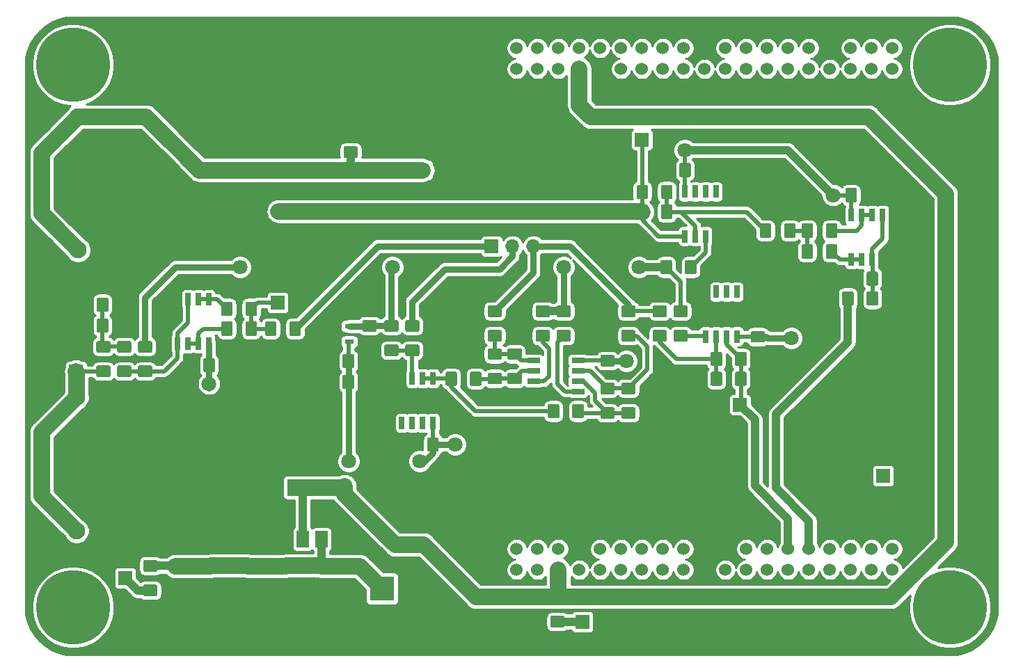
<source format=gtl>
%TF.GenerationSoftware,KiCad,Pcbnew,(5.1.0)-1*%
%TF.CreationDate,2022-07-09T20:49:55+03:00*%
%TF.ProjectId,octaver,6f637461-7665-4722-9e6b-696361645f70,rev?*%
%TF.SameCoordinates,Original*%
%TF.FileFunction,Copper,L1,Top*%
%TF.FilePolarity,Positive*%
%FSLAX46Y46*%
G04 Gerber Fmt 4.6, Leading zero omitted, Abs format (unit mm)*
G04 Created by KiCad (PCBNEW (5.1.0)-1) date 2022-07-09 20:49:55*
%MOMM*%
%LPD*%
G04 APERTURE LIST*
%TA.AperFunction,SMDPad,CuDef*%
%ADD10R,0.650000X1.525000*%
%TD*%
%TA.AperFunction,SMDPad,CuDef*%
%ADD11R,1.525000X0.650000*%
%TD*%
%TA.AperFunction,ComponentPad*%
%ADD12C,1.524000*%
%TD*%
%TA.AperFunction,SMDPad,CuDef*%
%ADD13R,1.500000X2.000000*%
%TD*%
%TA.AperFunction,SMDPad,CuDef*%
%ADD14R,3.800000X2.000000*%
%TD*%
%TA.AperFunction,ComponentPad*%
%ADD15C,3.000000*%
%TD*%
%TA.AperFunction,ComponentPad*%
%ADD16R,3.000000X3.000000*%
%TD*%
%TA.AperFunction,SMDPad,CuDef*%
%ADD17R,1.100000X0.600000*%
%TD*%
%TA.AperFunction,ComponentPad*%
%ADD18C,9.000000*%
%TD*%
%TA.AperFunction,ComponentPad*%
%ADD19C,2.100000*%
%TD*%
%TA.AperFunction,ComponentPad*%
%ADD20R,1.700000X1.700000*%
%TD*%
%TA.AperFunction,ComponentPad*%
%ADD21O,1.700000X1.700000*%
%TD*%
%TA.AperFunction,ComponentPad*%
%ADD22R,1.600000X1.600000*%
%TD*%
%TA.AperFunction,ComponentPad*%
%ADD23C,1.600000*%
%TD*%
%TA.AperFunction,Conductor*%
%ADD24C,0.100000*%
%TD*%
%TA.AperFunction,SMDPad,CuDef*%
%ADD25C,1.425000*%
%TD*%
%TA.AperFunction,ViaPad*%
%ADD26C,1.800000*%
%TD*%
%TA.AperFunction,ViaPad*%
%ADD27C,0.800000*%
%TD*%
%TA.AperFunction,Conductor*%
%ADD28C,0.500000*%
%TD*%
%TA.AperFunction,Conductor*%
%ADD29C,0.800000*%
%TD*%
%TA.AperFunction,Conductor*%
%ADD30C,1.000000*%
%TD*%
%TA.AperFunction,Conductor*%
%ADD31C,2.000000*%
%TD*%
%TA.AperFunction,Conductor*%
%ADD32C,0.254000*%
%TD*%
G04 APERTURE END LIST*
D10*
%TO.P,U2,8*%
%TO.N,+3V3*%
X184861200Y-95763800D03*
%TO.P,U2,7*%
%TO.N,Net-(R12-Pad1)*%
X186131200Y-95763800D03*
%TO.P,U2,6*%
X187401200Y-95763800D03*
%TO.P,U2,5*%
%TO.N,Net-(C4-Pad2)*%
X188671200Y-95763800D03*
%TO.P,U2,4*%
%TO.N,GND*%
X188671200Y-101187800D03*
%TO.P,U2,3*%
%TO.N,Net-(C4-Pad2)*%
X187401200Y-101187800D03*
%TO.P,U2,2*%
%TO.N,Net-(R11-Pad1)*%
X186131200Y-101187800D03*
%TO.P,U2,1*%
X184861200Y-101187800D03*
%TD*%
%TO.P,U9,1*%
%TO.N,Net-(C12-Pad2)*%
X164592000Y-98343000D03*
%TO.P,U9,2*%
%TO.N,Net-(C9-Pad2)*%
X165862000Y-98343000D03*
%TO.P,U9,3*%
%TO.N,Net-(R16-Pad1)*%
X167132000Y-98343000D03*
%TO.P,U9,4*%
%TO.N,GND*%
X168402000Y-98343000D03*
%TO.P,U9,5*%
%TO.N,Net-(U9-Pad5)*%
X168402000Y-92919000D03*
%TO.P,U9,6*%
%TO.N,Net-(U9-Pad6)*%
X167132000Y-92919000D03*
%TO.P,U9,7*%
%TO.N,Net-(U9-Pad7)*%
X165862000Y-92919000D03*
%TO.P,U9,8*%
%TO.N,+3V3*%
X164592000Y-92919000D03*
%TD*%
%TO.P,U5,8*%
%TO.N,+3V3*%
X170942000Y-110535000D03*
%TO.P,U5,7*%
%TO.N,IN_ADC*%
X169672000Y-110535000D03*
%TO.P,U5,6*%
%TO.N,Net-(C11-Pad2)*%
X168402000Y-110535000D03*
%TO.P,U5,5*%
%TO.N,Net-(R22-Pad1)*%
X167132000Y-110535000D03*
%TO.P,U5,4*%
%TO.N,GND*%
X167132000Y-105111000D03*
%TO.P,U5,3*%
%TO.N,Net-(U5-Pad3)*%
X168402000Y-105111000D03*
%TO.P,U5,2*%
%TO.N,Net-(U5-Pad2)*%
X169672000Y-105111000D03*
%TO.P,U5,1*%
%TO.N,Net-(U5-Pad1)*%
X170942000Y-105111000D03*
%TD*%
D11*
%TO.P,U4,1*%
%TO.N,Net-(C7-Pad1)*%
X146182800Y-113461800D03*
%TO.P,U4,2*%
%TO.N,Net-(C7-Pad2)*%
X146182800Y-114731800D03*
%TO.P,U4,3*%
%TO.N,Net-(R9-Pad1)*%
X146182800Y-116001800D03*
%TO.P,U4,4*%
%TO.N,GND*%
X146182800Y-117271800D03*
%TO.P,U4,5*%
%TO.N,Net-(R10-Pad1)*%
X151606800Y-117271800D03*
%TO.P,U4,6*%
%TO.N,Net-(C8-Pad2)*%
X151606800Y-116001800D03*
%TO.P,U4,7*%
%TO.N,Net-(C8-Pad1)*%
X151606800Y-114731800D03*
%TO.P,U4,8*%
%TO.N,+3V3*%
X151606800Y-113461800D03*
%TD*%
D10*
%TO.P,U3,1*%
%TO.N,Net-(R6-Pad1)*%
X106680000Y-106000000D03*
%TO.P,U3,2*%
X105410000Y-106000000D03*
%TO.P,U3,3*%
%TO.N,Net-(C6-Pad1)*%
X104140000Y-106000000D03*
%TO.P,U3,4*%
%TO.N,GND*%
X102870000Y-106000000D03*
%TO.P,U3,5*%
%TO.N,Net-(C6-Pad1)*%
X102870000Y-111424000D03*
%TO.P,U3,6*%
%TO.N,Net-(R17-Pad1)*%
X104140000Y-111424000D03*
%TO.P,U3,7*%
X105410000Y-111424000D03*
%TO.P,U3,8*%
%TO.N,+3V3*%
X106680000Y-111424000D03*
%TD*%
%TO.P,U1,1*%
%TO.N,Net-(R7-Pad1)*%
X133985000Y-115652000D03*
%TO.P,U1,2*%
X132715000Y-115652000D03*
%TO.P,U1,3*%
%TO.N,Net-(C2-Pad1)*%
X131445000Y-115652000D03*
%TO.P,U1,4*%
%TO.N,GND*%
X130175000Y-115652000D03*
%TO.P,U1,5*%
%TO.N,Net-(U1-Pad5)*%
X130175000Y-121076000D03*
%TO.P,U1,6*%
%TO.N,Net-(U1-Pad6)*%
X131445000Y-121076000D03*
%TO.P,U1,7*%
%TO.N,Net-(U1-Pad7)*%
X132715000Y-121076000D03*
%TO.P,U1,8*%
%TO.N,+3V3*%
X133985000Y-121076000D03*
%TD*%
D12*
%TO.P,U8,48*%
%TO.N,Net-(U8-Pad48)*%
X154305000Y-75438000D03*
%TO.P,U8,51*%
%TO.N,U_D*%
X159385000Y-77978000D03*
%TO.P,U8,70*%
%TO.N,GND*%
X182245000Y-75438000D03*
%TO.P,U8,54*%
%TO.N,Net-(U8-Pad54)*%
X161925000Y-75438000D03*
%TO.P,U8,53*%
%TO.N,CS*%
X161925000Y-77978000D03*
%TO.P,U8,69*%
%TO.N,Net-(U8-Pad69)*%
X182245000Y-77978000D03*
%TO.P,U8,59*%
%TO.N,Net-(U8-Pad59)*%
X169545000Y-77978000D03*
%TO.P,U8,63*%
%TO.N,Net-(U8-Pad63)*%
X174625000Y-77978000D03*
%TO.P,U8,67*%
%TO.N,Net-(U8-Pad67)*%
X179705000Y-77978000D03*
%TO.P,U8,45*%
%TO.N,+5V*%
X151765000Y-77978000D03*
%TO.P,U8,72*%
%TO.N,Net-(U8-Pad72)*%
X184785000Y-75438000D03*
%TO.P,U8,62*%
%TO.N,Net-(U8-Pad62)*%
X172085000Y-75438000D03*
%TO.P,U8,52*%
%TO.N,Net-(U8-Pad52)*%
X159385000Y-75438000D03*
%TO.P,U8,40*%
%TO.N,Net-(U8-Pad40)*%
X144145000Y-75438000D03*
%TO.P,U8,39*%
%TO.N,Net-(U8-Pad39)*%
X144145000Y-77978000D03*
%TO.P,U8,41*%
%TO.N,Net-(U8-Pad41)*%
X146685000Y-77978000D03*
%TO.P,U8,64*%
%TO.N,Net-(U8-Pad64)*%
X174625000Y-75438000D03*
%TO.P,U8,76*%
%TO.N,Net-(U8-Pad76)*%
X189865000Y-75438000D03*
%TO.P,U8,58*%
%TO.N,GND*%
X167005000Y-75438000D03*
%TO.P,U8,43*%
%TO.N,Net-(U8-Pad43)*%
X149225000Y-77978000D03*
%TO.P,U8,61*%
%TO.N,AUDIO_IN_W_OFFSET*%
X172085000Y-77978000D03*
%TO.P,U8,65*%
%TO.N,Net-(U8-Pad65)*%
X177165000Y-77978000D03*
%TO.P,U8,56*%
%TO.N,Net-(U8-Pad56)*%
X164465000Y-75438000D03*
%TO.P,U8,46*%
%TO.N,Net-(U8-Pad46)*%
X151765000Y-75438000D03*
%TO.P,U8,71*%
%TO.N,Net-(U8-Pad71)*%
X184785000Y-77978000D03*
%TO.P,U8,57*%
%TO.N,Net-(U8-Pad57)*%
X167005000Y-77978000D03*
%TO.P,U8,75*%
%TO.N,Net-(U8-Pad75)*%
X189865000Y-77978000D03*
%TO.P,U8,73*%
%TO.N,Net-(U8-Pad73)*%
X187325000Y-77978000D03*
%TO.P,U8,44*%
%TO.N,Net-(U8-Pad44)*%
X149225000Y-75438000D03*
%TO.P,U8,55*%
%TO.N,Net-(U8-Pad55)*%
X164465000Y-77978000D03*
%TO.P,U8,68*%
%TO.N,Net-(U8-Pad68)*%
X179705000Y-75438000D03*
%TO.P,U8,60*%
%TO.N,Net-(U8-Pad60)*%
X169545000Y-75438000D03*
%TO.P,U8,74*%
%TO.N,Net-(U8-Pad74)*%
X187325000Y-75438000D03*
%TO.P,U8,66*%
%TO.N,Net-(U8-Pad66)*%
X177165000Y-75438000D03*
%TO.P,U8,50*%
%TO.N,Net-(U8-Pad50)*%
X156845000Y-75438000D03*
%TO.P,U8,42*%
%TO.N,Net-(U8-Pad42)*%
X146685000Y-75438000D03*
%TO.P,U8,47*%
%TO.N,GND*%
X154305000Y-77978000D03*
%TO.P,U8,49*%
%TO.N,INC*%
X156845000Y-77978000D03*
%TO.P,U8,17*%
%TO.N,Net-(U8-Pad17)*%
X164465000Y-138938000D03*
%TO.P,U8,35*%
%TO.N,Net-(U8-Pad35)*%
X187325000Y-138938000D03*
%TO.P,U8,33*%
%TO.N,Net-(U8-Pad33)*%
X184785000Y-138938000D03*
%TO.P,U8,37*%
%TO.N,Net-(U8-Pad37)*%
X189865000Y-138938000D03*
%TO.P,U8,29*%
%TO.N,Net-(U8-Pad29)*%
X179705000Y-138938000D03*
%TO.P,U8,27*%
%TO.N,Net-(U8-Pad27)*%
X177165000Y-138938000D03*
%TO.P,U8,25*%
%TO.N,Net-(U8-Pad25)*%
X174625000Y-138938000D03*
%TO.P,U8,23*%
%TO.N,Net-(U8-Pad23)*%
X172085000Y-138938000D03*
%TO.P,U8,21*%
%TO.N,Net-(U8-Pad21)*%
X169545000Y-138938000D03*
%TO.P,U8,31*%
%TO.N,Net-(U8-Pad31)*%
X182245000Y-138938000D03*
%TO.P,U8,19*%
%TO.N,GND*%
X167005000Y-138938000D03*
%TO.P,U8,15*%
%TO.N,Net-(U8-Pad15)*%
X161925000Y-138938000D03*
%TO.P,U8,11*%
%TO.N,Net-(U8-Pad11)*%
X156845000Y-138938000D03*
%TO.P,U8,13*%
%TO.N,Net-(U8-Pad13)*%
X159385000Y-138938000D03*
%TO.P,U8,9*%
%TO.N,Net-(U8-Pad9)*%
X154305000Y-138938000D03*
%TO.P,U8,7*%
%TO.N,Net-(U8-Pad7)*%
X151765000Y-138938000D03*
%TO.P,U8,5*%
%TO.N,+5V*%
X149225000Y-138938000D03*
%TO.P,U8,3*%
%TO.N,Net-(U8-Pad3)*%
X146685000Y-138938000D03*
%TO.P,U8,1*%
%TO.N,Net-(U8-Pad1)*%
X144145000Y-138938000D03*
%TO.P,U8,2*%
%TO.N,Net-(U8-Pad2)*%
X144145000Y-136398000D03*
%TO.P,U8,4*%
%TO.N,Net-(U8-Pad4)*%
X146685000Y-136398000D03*
%TO.P,U8,6*%
%TO.N,Net-(U8-Pad6)*%
X149225000Y-136398000D03*
%TO.P,U8,8*%
%TO.N,GND*%
X151765000Y-136398000D03*
%TO.P,U8,10*%
%TO.N,Net-(U8-Pad10)*%
X154305000Y-136398000D03*
%TO.P,U8,12*%
%TO.N,Net-(U8-Pad12)*%
X156845000Y-136398000D03*
%TO.P,U8,14*%
%TO.N,Net-(U8-Pad14)*%
X159385000Y-136398000D03*
%TO.P,U8,16*%
%TO.N,Net-(U8-Pad16)*%
X161925000Y-136398000D03*
%TO.P,U8,18*%
%TO.N,Net-(U8-Pad18)*%
X164465000Y-136398000D03*
%TO.P,U8,20*%
%TO.N,GND*%
X167005000Y-136398000D03*
%TO.P,U8,22*%
X169545000Y-136398000D03*
%TO.P,U8,24*%
%TO.N,Net-(U8-Pad24)*%
X172085000Y-136398000D03*
%TO.P,U8,26*%
%TO.N,Net-(U8-Pad26)*%
X174625000Y-136398000D03*
%TO.P,U8,28*%
%TO.N,IN_ADC*%
X177165000Y-136398000D03*
%TO.P,U8,30*%
%TO.N,OUT_DAC*%
X179705000Y-136398000D03*
%TO.P,U8,32*%
%TO.N,Vbias*%
X182245000Y-136398000D03*
%TO.P,U8,34*%
%TO.N,Net-(U8-Pad34)*%
X184785000Y-136398000D03*
%TO.P,U8,36*%
%TO.N,Net-(U8-Pad36)*%
X187325000Y-136398000D03*
%TO.P,U8,38*%
%TO.N,Net-(U8-Pad38)*%
X189865000Y-136398000D03*
%TD*%
D13*
%TO.P,U6,1*%
%TO.N,GND*%
X115810000Y-135230000D03*
%TO.P,U6,3*%
%TO.N,+9V*%
X120410000Y-135230000D03*
%TO.P,U6,2*%
%TO.N,+5V*%
X118110000Y-135230000D03*
D14*
X118110000Y-128930000D03*
%TD*%
D15*
%TO.P,J5,2*%
%TO.N,GND*%
X132842000Y-141224000D03*
D16*
%TO.P,J5,1*%
%TO.N,+9V*%
X127762000Y-141224000D03*
%TD*%
D17*
%TO.P,IC2,3*%
%TO.N,GND*%
X121582000Y-110236000D03*
%TO.P,IC2,2*%
%TO.N,Vbias*%
X123782000Y-109286000D03*
%TO.P,IC2,1*%
%TO.N,+3V3*%
X123782000Y-111186000D03*
%TD*%
D18*
%TO.P,H4,1*%
%TO.N,N/C*%
X196850000Y-143510000D03*
%TD*%
%TO.P,H3,1*%
%TO.N,N/C*%
X196850000Y-77470000D03*
%TD*%
%TO.P,H2,1*%
%TO.N,N/C*%
X90170000Y-143510000D03*
%TD*%
%TO.P,H1,1*%
%TO.N,N/C*%
X90170000Y-77470000D03*
%TD*%
D19*
%TO.P,J1,4*%
%TO.N,AUDIO_IN*%
X90583800Y-117970600D03*
%TO.P,J1,3*%
%TO.N,GND*%
X103283800Y-117970600D03*
%TO.P,J1,2*%
X103283800Y-134200600D03*
%TO.P,J1,1*%
%TO.N,AUDIO_IN*%
X90583800Y-134200600D03*
%TD*%
%TO.P,J2,1*%
%TO.N,AUDIO_OUT*%
X90787000Y-100012200D03*
%TO.P,J2,2*%
%TO.N,GND*%
X103487000Y-100012200D03*
%TO.P,J2,3*%
X103487000Y-83782200D03*
%TO.P,J2,4*%
%TO.N,AUDIO_OUT*%
X90787000Y-83782200D03*
%TD*%
D20*
%TO.P,J3,1*%
%TO.N,AUDIO_IN*%
X90538300Y-114808000D03*
D21*
%TO.P,J3,2*%
%TO.N,GND*%
X87998300Y-114808000D03*
%TD*%
%TO.P,J4,3*%
%TO.N,RL*%
X146177000Y-99568000D03*
%TO.P,J4,2*%
%TO.N,RW*%
X143637000Y-99568000D03*
D20*
%TO.P,J4,1*%
%TO.N,RH*%
X141097000Y-99568000D03*
%TD*%
%TO.P,TP1,1*%
%TO.N,AUDIO_IN_W_OFFSET*%
X115062000Y-106426000D03*
%TD*%
%TO.P,TP2,1*%
%TO.N,Net-(C12-Pad2)*%
X159385000Y-86614000D03*
%TD*%
%TO.P,TP3,1*%
%TO.N,IN_ADC*%
X171323000Y-118872000D03*
%TD*%
D22*
%TO.P,C25,1*%
%TO.N,GND*%
X102616000Y-143510000D03*
D23*
%TO.P,C25,2*%
%TO.N,+9V*%
X102616000Y-138510000D03*
%TD*%
%TO.P,C26,2*%
%TO.N,+9V*%
X120396000Y-138510000D03*
D22*
%TO.P,C26,1*%
%TO.N,GND*%
X120396000Y-143510000D03*
%TD*%
%TO.P,C27,1*%
%TO.N,GND*%
X111506000Y-143510000D03*
D23*
%TO.P,C27,2*%
%TO.N,+9V*%
X111506000Y-138510000D03*
%TD*%
%TO.P,C12,2*%
%TO.N,Net-(C12-Pad2)*%
X115189000Y-95297000D03*
D22*
%TO.P,C12,1*%
%TO.N,AUDIO_OUT*%
X115189000Y-90297000D03*
%TD*%
%TO.P,C29,1*%
%TO.N,AUDIO_OUT*%
X123952000Y-90297000D03*
D23*
%TO.P,C29,2*%
%TO.N,Net-(C12-Pad2)*%
X123952000Y-95297000D03*
%TD*%
D22*
%TO.P,C30,1*%
%TO.N,AUDIO_OUT*%
X132715000Y-90297000D03*
D23*
%TO.P,C30,2*%
%TO.N,Net-(C12-Pad2)*%
X132715000Y-95297000D03*
%TD*%
D24*
%TO.N,Net-(C2-Pad1)*%
%TO.C,C2*%
G36*
X132094504Y-111520204D02*
G01*
X132118773Y-111523804D01*
X132142571Y-111529765D01*
X132165671Y-111538030D01*
X132187849Y-111548520D01*
X132208893Y-111561133D01*
X132228598Y-111575747D01*
X132246777Y-111592223D01*
X132263253Y-111610402D01*
X132277867Y-111630107D01*
X132290480Y-111651151D01*
X132300970Y-111673329D01*
X132309235Y-111696429D01*
X132315196Y-111720227D01*
X132318796Y-111744496D01*
X132320000Y-111769000D01*
X132320000Y-112694000D01*
X132318796Y-112718504D01*
X132315196Y-112742773D01*
X132309235Y-112766571D01*
X132300970Y-112789671D01*
X132290480Y-112811849D01*
X132277867Y-112832893D01*
X132263253Y-112852598D01*
X132246777Y-112870777D01*
X132228598Y-112887253D01*
X132208893Y-112901867D01*
X132187849Y-112914480D01*
X132165671Y-112924970D01*
X132142571Y-112933235D01*
X132118773Y-112939196D01*
X132094504Y-112942796D01*
X132070000Y-112944000D01*
X130820000Y-112944000D01*
X130795496Y-112942796D01*
X130771227Y-112939196D01*
X130747429Y-112933235D01*
X130724329Y-112924970D01*
X130702151Y-112914480D01*
X130681107Y-112901867D01*
X130661402Y-112887253D01*
X130643223Y-112870777D01*
X130626747Y-112852598D01*
X130612133Y-112832893D01*
X130599520Y-112811849D01*
X130589030Y-112789671D01*
X130580765Y-112766571D01*
X130574804Y-112742773D01*
X130571204Y-112718504D01*
X130570000Y-112694000D01*
X130570000Y-111769000D01*
X130571204Y-111744496D01*
X130574804Y-111720227D01*
X130580765Y-111696429D01*
X130589030Y-111673329D01*
X130599520Y-111651151D01*
X130612133Y-111630107D01*
X130626747Y-111610402D01*
X130643223Y-111592223D01*
X130661402Y-111575747D01*
X130681107Y-111561133D01*
X130702151Y-111548520D01*
X130724329Y-111538030D01*
X130747429Y-111529765D01*
X130771227Y-111523804D01*
X130795496Y-111520204D01*
X130820000Y-111519000D01*
X132070000Y-111519000D01*
X132094504Y-111520204D01*
X132094504Y-111520204D01*
G37*
D25*
%TD*%
%TO.P,C2,1*%
%TO.N,Net-(C2-Pad1)*%
X131445000Y-112231500D03*
D24*
%TO.N,RW*%
%TO.C,C2*%
G36*
X132094504Y-108545204D02*
G01*
X132118773Y-108548804D01*
X132142571Y-108554765D01*
X132165671Y-108563030D01*
X132187849Y-108573520D01*
X132208893Y-108586133D01*
X132228598Y-108600747D01*
X132246777Y-108617223D01*
X132263253Y-108635402D01*
X132277867Y-108655107D01*
X132290480Y-108676151D01*
X132300970Y-108698329D01*
X132309235Y-108721429D01*
X132315196Y-108745227D01*
X132318796Y-108769496D01*
X132320000Y-108794000D01*
X132320000Y-109719000D01*
X132318796Y-109743504D01*
X132315196Y-109767773D01*
X132309235Y-109791571D01*
X132300970Y-109814671D01*
X132290480Y-109836849D01*
X132277867Y-109857893D01*
X132263253Y-109877598D01*
X132246777Y-109895777D01*
X132228598Y-109912253D01*
X132208893Y-109926867D01*
X132187849Y-109939480D01*
X132165671Y-109949970D01*
X132142571Y-109958235D01*
X132118773Y-109964196D01*
X132094504Y-109967796D01*
X132070000Y-109969000D01*
X130820000Y-109969000D01*
X130795496Y-109967796D01*
X130771227Y-109964196D01*
X130747429Y-109958235D01*
X130724329Y-109949970D01*
X130702151Y-109939480D01*
X130681107Y-109926867D01*
X130661402Y-109912253D01*
X130643223Y-109895777D01*
X130626747Y-109877598D01*
X130612133Y-109857893D01*
X130599520Y-109836849D01*
X130589030Y-109814671D01*
X130580765Y-109791571D01*
X130574804Y-109767773D01*
X130571204Y-109743504D01*
X130570000Y-109719000D01*
X130570000Y-108794000D01*
X130571204Y-108769496D01*
X130574804Y-108745227D01*
X130580765Y-108721429D01*
X130589030Y-108698329D01*
X130599520Y-108676151D01*
X130612133Y-108655107D01*
X130626747Y-108635402D01*
X130643223Y-108617223D01*
X130661402Y-108600747D01*
X130681107Y-108586133D01*
X130702151Y-108573520D01*
X130724329Y-108563030D01*
X130747429Y-108554765D01*
X130771227Y-108548804D01*
X130795496Y-108545204D01*
X130820000Y-108544000D01*
X132070000Y-108544000D01*
X132094504Y-108545204D01*
X132094504Y-108545204D01*
G37*
D25*
%TD*%
%TO.P,C2,2*%
%TO.N,RW*%
X131445000Y-109256500D03*
D24*
%TO.N,AUDIO_IN_W_OFFSET*%
%TO.C,C3*%
G36*
X114696504Y-108727204D02*
G01*
X114720773Y-108730804D01*
X114744571Y-108736765D01*
X114767671Y-108745030D01*
X114789849Y-108755520D01*
X114810893Y-108768133D01*
X114830598Y-108782747D01*
X114848777Y-108799223D01*
X114865253Y-108817402D01*
X114879867Y-108837107D01*
X114892480Y-108858151D01*
X114902970Y-108880329D01*
X114911235Y-108903429D01*
X114917196Y-108927227D01*
X114920796Y-108951496D01*
X114922000Y-108976000D01*
X114922000Y-110226000D01*
X114920796Y-110250504D01*
X114917196Y-110274773D01*
X114911235Y-110298571D01*
X114902970Y-110321671D01*
X114892480Y-110343849D01*
X114879867Y-110364893D01*
X114865253Y-110384598D01*
X114848777Y-110402777D01*
X114830598Y-110419253D01*
X114810893Y-110433867D01*
X114789849Y-110446480D01*
X114767671Y-110456970D01*
X114744571Y-110465235D01*
X114720773Y-110471196D01*
X114696504Y-110474796D01*
X114672000Y-110476000D01*
X113747000Y-110476000D01*
X113722496Y-110474796D01*
X113698227Y-110471196D01*
X113674429Y-110465235D01*
X113651329Y-110456970D01*
X113629151Y-110446480D01*
X113608107Y-110433867D01*
X113588402Y-110419253D01*
X113570223Y-110402777D01*
X113553747Y-110384598D01*
X113539133Y-110364893D01*
X113526520Y-110343849D01*
X113516030Y-110321671D01*
X113507765Y-110298571D01*
X113501804Y-110274773D01*
X113498204Y-110250504D01*
X113497000Y-110226000D01*
X113497000Y-108976000D01*
X113498204Y-108951496D01*
X113501804Y-108927227D01*
X113507765Y-108903429D01*
X113516030Y-108880329D01*
X113526520Y-108858151D01*
X113539133Y-108837107D01*
X113553747Y-108817402D01*
X113570223Y-108799223D01*
X113588402Y-108782747D01*
X113608107Y-108768133D01*
X113629151Y-108755520D01*
X113651329Y-108745030D01*
X113674429Y-108736765D01*
X113698227Y-108730804D01*
X113722496Y-108727204D01*
X113747000Y-108726000D01*
X114672000Y-108726000D01*
X114696504Y-108727204D01*
X114696504Y-108727204D01*
G37*
D25*
%TD*%
%TO.P,C3,2*%
%TO.N,AUDIO_IN_W_OFFSET*%
X114209500Y-109601000D03*
D24*
%TO.N,RH*%
%TO.C,C3*%
G36*
X117671504Y-108727204D02*
G01*
X117695773Y-108730804D01*
X117719571Y-108736765D01*
X117742671Y-108745030D01*
X117764849Y-108755520D01*
X117785893Y-108768133D01*
X117805598Y-108782747D01*
X117823777Y-108799223D01*
X117840253Y-108817402D01*
X117854867Y-108837107D01*
X117867480Y-108858151D01*
X117877970Y-108880329D01*
X117886235Y-108903429D01*
X117892196Y-108927227D01*
X117895796Y-108951496D01*
X117897000Y-108976000D01*
X117897000Y-110226000D01*
X117895796Y-110250504D01*
X117892196Y-110274773D01*
X117886235Y-110298571D01*
X117877970Y-110321671D01*
X117867480Y-110343849D01*
X117854867Y-110364893D01*
X117840253Y-110384598D01*
X117823777Y-110402777D01*
X117805598Y-110419253D01*
X117785893Y-110433867D01*
X117764849Y-110446480D01*
X117742671Y-110456970D01*
X117719571Y-110465235D01*
X117695773Y-110471196D01*
X117671504Y-110474796D01*
X117647000Y-110476000D01*
X116722000Y-110476000D01*
X116697496Y-110474796D01*
X116673227Y-110471196D01*
X116649429Y-110465235D01*
X116626329Y-110456970D01*
X116604151Y-110446480D01*
X116583107Y-110433867D01*
X116563402Y-110419253D01*
X116545223Y-110402777D01*
X116528747Y-110384598D01*
X116514133Y-110364893D01*
X116501520Y-110343849D01*
X116491030Y-110321671D01*
X116482765Y-110298571D01*
X116476804Y-110274773D01*
X116473204Y-110250504D01*
X116472000Y-110226000D01*
X116472000Y-108976000D01*
X116473204Y-108951496D01*
X116476804Y-108927227D01*
X116482765Y-108903429D01*
X116491030Y-108880329D01*
X116501520Y-108858151D01*
X116514133Y-108837107D01*
X116528747Y-108817402D01*
X116545223Y-108799223D01*
X116563402Y-108782747D01*
X116583107Y-108768133D01*
X116604151Y-108755520D01*
X116626329Y-108745030D01*
X116649429Y-108736765D01*
X116673227Y-108730804D01*
X116697496Y-108727204D01*
X116722000Y-108726000D01*
X117647000Y-108726000D01*
X117671504Y-108727204D01*
X117671504Y-108727204D01*
G37*
D25*
%TD*%
%TO.P,C3,1*%
%TO.N,RH*%
X117184500Y-109601000D03*
D24*
%TO.N,Net-(C4-Pad2)*%
%TO.C,C4*%
G36*
X187902504Y-102631204D02*
G01*
X187926773Y-102634804D01*
X187950571Y-102640765D01*
X187973671Y-102649030D01*
X187995849Y-102659520D01*
X188016893Y-102672133D01*
X188036598Y-102686747D01*
X188054777Y-102703223D01*
X188071253Y-102721402D01*
X188085867Y-102741107D01*
X188098480Y-102762151D01*
X188108970Y-102784329D01*
X188117235Y-102807429D01*
X188123196Y-102831227D01*
X188126796Y-102855496D01*
X188128000Y-102880000D01*
X188128000Y-104130000D01*
X188126796Y-104154504D01*
X188123196Y-104178773D01*
X188117235Y-104202571D01*
X188108970Y-104225671D01*
X188098480Y-104247849D01*
X188085867Y-104268893D01*
X188071253Y-104288598D01*
X188054777Y-104306777D01*
X188036598Y-104323253D01*
X188016893Y-104337867D01*
X187995849Y-104350480D01*
X187973671Y-104360970D01*
X187950571Y-104369235D01*
X187926773Y-104375196D01*
X187902504Y-104378796D01*
X187878000Y-104380000D01*
X186953000Y-104380000D01*
X186928496Y-104378796D01*
X186904227Y-104375196D01*
X186880429Y-104369235D01*
X186857329Y-104360970D01*
X186835151Y-104350480D01*
X186814107Y-104337867D01*
X186794402Y-104323253D01*
X186776223Y-104306777D01*
X186759747Y-104288598D01*
X186745133Y-104268893D01*
X186732520Y-104247849D01*
X186722030Y-104225671D01*
X186713765Y-104202571D01*
X186707804Y-104178773D01*
X186704204Y-104154504D01*
X186703000Y-104130000D01*
X186703000Y-102880000D01*
X186704204Y-102855496D01*
X186707804Y-102831227D01*
X186713765Y-102807429D01*
X186722030Y-102784329D01*
X186732520Y-102762151D01*
X186745133Y-102741107D01*
X186759747Y-102721402D01*
X186776223Y-102703223D01*
X186794402Y-102686747D01*
X186814107Y-102672133D01*
X186835151Y-102659520D01*
X186857329Y-102649030D01*
X186880429Y-102640765D01*
X186904227Y-102634804D01*
X186928496Y-102631204D01*
X186953000Y-102630000D01*
X187878000Y-102630000D01*
X187902504Y-102631204D01*
X187902504Y-102631204D01*
G37*
D25*
%TD*%
%TO.P,C4,2*%
%TO.N,Net-(C4-Pad2)*%
X187415500Y-103505000D03*
D24*
%TO.N,GND*%
%TO.C,C4*%
G36*
X184927504Y-102631204D02*
G01*
X184951773Y-102634804D01*
X184975571Y-102640765D01*
X184998671Y-102649030D01*
X185020849Y-102659520D01*
X185041893Y-102672133D01*
X185061598Y-102686747D01*
X185079777Y-102703223D01*
X185096253Y-102721402D01*
X185110867Y-102741107D01*
X185123480Y-102762151D01*
X185133970Y-102784329D01*
X185142235Y-102807429D01*
X185148196Y-102831227D01*
X185151796Y-102855496D01*
X185153000Y-102880000D01*
X185153000Y-104130000D01*
X185151796Y-104154504D01*
X185148196Y-104178773D01*
X185142235Y-104202571D01*
X185133970Y-104225671D01*
X185123480Y-104247849D01*
X185110867Y-104268893D01*
X185096253Y-104288598D01*
X185079777Y-104306777D01*
X185061598Y-104323253D01*
X185041893Y-104337867D01*
X185020849Y-104350480D01*
X184998671Y-104360970D01*
X184975571Y-104369235D01*
X184951773Y-104375196D01*
X184927504Y-104378796D01*
X184903000Y-104380000D01*
X183978000Y-104380000D01*
X183953496Y-104378796D01*
X183929227Y-104375196D01*
X183905429Y-104369235D01*
X183882329Y-104360970D01*
X183860151Y-104350480D01*
X183839107Y-104337867D01*
X183819402Y-104323253D01*
X183801223Y-104306777D01*
X183784747Y-104288598D01*
X183770133Y-104268893D01*
X183757520Y-104247849D01*
X183747030Y-104225671D01*
X183738765Y-104202571D01*
X183732804Y-104178773D01*
X183729204Y-104154504D01*
X183728000Y-104130000D01*
X183728000Y-102880000D01*
X183729204Y-102855496D01*
X183732804Y-102831227D01*
X183738765Y-102807429D01*
X183747030Y-102784329D01*
X183757520Y-102762151D01*
X183770133Y-102741107D01*
X183784747Y-102721402D01*
X183801223Y-102703223D01*
X183819402Y-102686747D01*
X183839107Y-102672133D01*
X183860151Y-102659520D01*
X183882329Y-102649030D01*
X183905429Y-102640765D01*
X183929227Y-102634804D01*
X183953496Y-102631204D01*
X183978000Y-102630000D01*
X184903000Y-102630000D01*
X184927504Y-102631204D01*
X184927504Y-102631204D01*
G37*
D25*
%TD*%
%TO.P,C4,1*%
%TO.N,GND*%
X184440500Y-103505000D03*
D24*
%TO.N,GND*%
%TO.C,C5*%
G36*
X97224504Y-105806204D02*
G01*
X97248773Y-105809804D01*
X97272571Y-105815765D01*
X97295671Y-105824030D01*
X97317849Y-105834520D01*
X97338893Y-105847133D01*
X97358598Y-105861747D01*
X97376777Y-105878223D01*
X97393253Y-105896402D01*
X97407867Y-105916107D01*
X97420480Y-105937151D01*
X97430970Y-105959329D01*
X97439235Y-105982429D01*
X97445196Y-106006227D01*
X97448796Y-106030496D01*
X97450000Y-106055000D01*
X97450000Y-107305000D01*
X97448796Y-107329504D01*
X97445196Y-107353773D01*
X97439235Y-107377571D01*
X97430970Y-107400671D01*
X97420480Y-107422849D01*
X97407867Y-107443893D01*
X97393253Y-107463598D01*
X97376777Y-107481777D01*
X97358598Y-107498253D01*
X97338893Y-107512867D01*
X97317849Y-107525480D01*
X97295671Y-107535970D01*
X97272571Y-107544235D01*
X97248773Y-107550196D01*
X97224504Y-107553796D01*
X97200000Y-107555000D01*
X96275000Y-107555000D01*
X96250496Y-107553796D01*
X96226227Y-107550196D01*
X96202429Y-107544235D01*
X96179329Y-107535970D01*
X96157151Y-107525480D01*
X96136107Y-107512867D01*
X96116402Y-107498253D01*
X96098223Y-107481777D01*
X96081747Y-107463598D01*
X96067133Y-107443893D01*
X96054520Y-107422849D01*
X96044030Y-107400671D01*
X96035765Y-107377571D01*
X96029804Y-107353773D01*
X96026204Y-107329504D01*
X96025000Y-107305000D01*
X96025000Y-106055000D01*
X96026204Y-106030496D01*
X96029804Y-106006227D01*
X96035765Y-105982429D01*
X96044030Y-105959329D01*
X96054520Y-105937151D01*
X96067133Y-105916107D01*
X96081747Y-105896402D01*
X96098223Y-105878223D01*
X96116402Y-105861747D01*
X96136107Y-105847133D01*
X96157151Y-105834520D01*
X96179329Y-105824030D01*
X96202429Y-105815765D01*
X96226227Y-105809804D01*
X96250496Y-105806204D01*
X96275000Y-105805000D01*
X97200000Y-105805000D01*
X97224504Y-105806204D01*
X97224504Y-105806204D01*
G37*
D25*
%TD*%
%TO.P,C5,1*%
%TO.N,GND*%
X96737500Y-106680000D03*
D24*
%TO.N,Net-(C5-Pad2)*%
%TO.C,C5*%
G36*
X94249504Y-105806204D02*
G01*
X94273773Y-105809804D01*
X94297571Y-105815765D01*
X94320671Y-105824030D01*
X94342849Y-105834520D01*
X94363893Y-105847133D01*
X94383598Y-105861747D01*
X94401777Y-105878223D01*
X94418253Y-105896402D01*
X94432867Y-105916107D01*
X94445480Y-105937151D01*
X94455970Y-105959329D01*
X94464235Y-105982429D01*
X94470196Y-106006227D01*
X94473796Y-106030496D01*
X94475000Y-106055000D01*
X94475000Y-107305000D01*
X94473796Y-107329504D01*
X94470196Y-107353773D01*
X94464235Y-107377571D01*
X94455970Y-107400671D01*
X94445480Y-107422849D01*
X94432867Y-107443893D01*
X94418253Y-107463598D01*
X94401777Y-107481777D01*
X94383598Y-107498253D01*
X94363893Y-107512867D01*
X94342849Y-107525480D01*
X94320671Y-107535970D01*
X94297571Y-107544235D01*
X94273773Y-107550196D01*
X94249504Y-107553796D01*
X94225000Y-107555000D01*
X93300000Y-107555000D01*
X93275496Y-107553796D01*
X93251227Y-107550196D01*
X93227429Y-107544235D01*
X93204329Y-107535970D01*
X93182151Y-107525480D01*
X93161107Y-107512867D01*
X93141402Y-107498253D01*
X93123223Y-107481777D01*
X93106747Y-107463598D01*
X93092133Y-107443893D01*
X93079520Y-107422849D01*
X93069030Y-107400671D01*
X93060765Y-107377571D01*
X93054804Y-107353773D01*
X93051204Y-107329504D01*
X93050000Y-107305000D01*
X93050000Y-106055000D01*
X93051204Y-106030496D01*
X93054804Y-106006227D01*
X93060765Y-105982429D01*
X93069030Y-105959329D01*
X93079520Y-105937151D01*
X93092133Y-105916107D01*
X93106747Y-105896402D01*
X93123223Y-105878223D01*
X93141402Y-105861747D01*
X93161107Y-105847133D01*
X93182151Y-105834520D01*
X93204329Y-105824030D01*
X93227429Y-105815765D01*
X93251227Y-105809804D01*
X93275496Y-105806204D01*
X93300000Y-105805000D01*
X94225000Y-105805000D01*
X94249504Y-105806204D01*
X94249504Y-105806204D01*
G37*
D25*
%TD*%
%TO.P,C5,2*%
%TO.N,Net-(C5-Pad2)*%
X93762500Y-106680000D03*
D24*
%TO.N,Net-(C6-Pad1)*%
%TO.C,C6*%
G36*
X97042504Y-114060204D02*
G01*
X97066773Y-114063804D01*
X97090571Y-114069765D01*
X97113671Y-114078030D01*
X97135849Y-114088520D01*
X97156893Y-114101133D01*
X97176598Y-114115747D01*
X97194777Y-114132223D01*
X97211253Y-114150402D01*
X97225867Y-114170107D01*
X97238480Y-114191151D01*
X97248970Y-114213329D01*
X97257235Y-114236429D01*
X97263196Y-114260227D01*
X97266796Y-114284496D01*
X97268000Y-114309000D01*
X97268000Y-115234000D01*
X97266796Y-115258504D01*
X97263196Y-115282773D01*
X97257235Y-115306571D01*
X97248970Y-115329671D01*
X97238480Y-115351849D01*
X97225867Y-115372893D01*
X97211253Y-115392598D01*
X97194777Y-115410777D01*
X97176598Y-115427253D01*
X97156893Y-115441867D01*
X97135849Y-115454480D01*
X97113671Y-115464970D01*
X97090571Y-115473235D01*
X97066773Y-115479196D01*
X97042504Y-115482796D01*
X97018000Y-115484000D01*
X95768000Y-115484000D01*
X95743496Y-115482796D01*
X95719227Y-115479196D01*
X95695429Y-115473235D01*
X95672329Y-115464970D01*
X95650151Y-115454480D01*
X95629107Y-115441867D01*
X95609402Y-115427253D01*
X95591223Y-115410777D01*
X95574747Y-115392598D01*
X95560133Y-115372893D01*
X95547520Y-115351849D01*
X95537030Y-115329671D01*
X95528765Y-115306571D01*
X95522804Y-115282773D01*
X95519204Y-115258504D01*
X95518000Y-115234000D01*
X95518000Y-114309000D01*
X95519204Y-114284496D01*
X95522804Y-114260227D01*
X95528765Y-114236429D01*
X95537030Y-114213329D01*
X95547520Y-114191151D01*
X95560133Y-114170107D01*
X95574747Y-114150402D01*
X95591223Y-114132223D01*
X95609402Y-114115747D01*
X95629107Y-114101133D01*
X95650151Y-114088520D01*
X95672329Y-114078030D01*
X95695429Y-114069765D01*
X95719227Y-114063804D01*
X95743496Y-114060204D01*
X95768000Y-114059000D01*
X97018000Y-114059000D01*
X97042504Y-114060204D01*
X97042504Y-114060204D01*
G37*
D25*
%TD*%
%TO.P,C6,1*%
%TO.N,Net-(C6-Pad1)*%
X96393000Y-114771500D03*
D24*
%TO.N,Net-(C5-Pad2)*%
%TO.C,C6*%
G36*
X97042504Y-111085204D02*
G01*
X97066773Y-111088804D01*
X97090571Y-111094765D01*
X97113671Y-111103030D01*
X97135849Y-111113520D01*
X97156893Y-111126133D01*
X97176598Y-111140747D01*
X97194777Y-111157223D01*
X97211253Y-111175402D01*
X97225867Y-111195107D01*
X97238480Y-111216151D01*
X97248970Y-111238329D01*
X97257235Y-111261429D01*
X97263196Y-111285227D01*
X97266796Y-111309496D01*
X97268000Y-111334000D01*
X97268000Y-112259000D01*
X97266796Y-112283504D01*
X97263196Y-112307773D01*
X97257235Y-112331571D01*
X97248970Y-112354671D01*
X97238480Y-112376849D01*
X97225867Y-112397893D01*
X97211253Y-112417598D01*
X97194777Y-112435777D01*
X97176598Y-112452253D01*
X97156893Y-112466867D01*
X97135849Y-112479480D01*
X97113671Y-112489970D01*
X97090571Y-112498235D01*
X97066773Y-112504196D01*
X97042504Y-112507796D01*
X97018000Y-112509000D01*
X95768000Y-112509000D01*
X95743496Y-112507796D01*
X95719227Y-112504196D01*
X95695429Y-112498235D01*
X95672329Y-112489970D01*
X95650151Y-112479480D01*
X95629107Y-112466867D01*
X95609402Y-112452253D01*
X95591223Y-112435777D01*
X95574747Y-112417598D01*
X95560133Y-112397893D01*
X95547520Y-112376849D01*
X95537030Y-112354671D01*
X95528765Y-112331571D01*
X95522804Y-112307773D01*
X95519204Y-112283504D01*
X95518000Y-112259000D01*
X95518000Y-111334000D01*
X95519204Y-111309496D01*
X95522804Y-111285227D01*
X95528765Y-111261429D01*
X95537030Y-111238329D01*
X95547520Y-111216151D01*
X95560133Y-111195107D01*
X95574747Y-111175402D01*
X95591223Y-111157223D01*
X95609402Y-111140747D01*
X95629107Y-111126133D01*
X95650151Y-111113520D01*
X95672329Y-111103030D01*
X95695429Y-111094765D01*
X95719227Y-111088804D01*
X95743496Y-111085204D01*
X95768000Y-111084000D01*
X97018000Y-111084000D01*
X97042504Y-111085204D01*
X97042504Y-111085204D01*
G37*
D25*
%TD*%
%TO.P,C6,2*%
%TO.N,Net-(C5-Pad2)*%
X96393000Y-111796500D03*
D24*
%TO.N,Net-(C7-Pad2)*%
%TO.C,C7*%
G36*
X142127504Y-114949204D02*
G01*
X142151773Y-114952804D01*
X142175571Y-114958765D01*
X142198671Y-114967030D01*
X142220849Y-114977520D01*
X142241893Y-114990133D01*
X142261598Y-115004747D01*
X142279777Y-115021223D01*
X142296253Y-115039402D01*
X142310867Y-115059107D01*
X142323480Y-115080151D01*
X142333970Y-115102329D01*
X142342235Y-115125429D01*
X142348196Y-115149227D01*
X142351796Y-115173496D01*
X142353000Y-115198000D01*
X142353000Y-116123000D01*
X142351796Y-116147504D01*
X142348196Y-116171773D01*
X142342235Y-116195571D01*
X142333970Y-116218671D01*
X142323480Y-116240849D01*
X142310867Y-116261893D01*
X142296253Y-116281598D01*
X142279777Y-116299777D01*
X142261598Y-116316253D01*
X142241893Y-116330867D01*
X142220849Y-116343480D01*
X142198671Y-116353970D01*
X142175571Y-116362235D01*
X142151773Y-116368196D01*
X142127504Y-116371796D01*
X142103000Y-116373000D01*
X140853000Y-116373000D01*
X140828496Y-116371796D01*
X140804227Y-116368196D01*
X140780429Y-116362235D01*
X140757329Y-116353970D01*
X140735151Y-116343480D01*
X140714107Y-116330867D01*
X140694402Y-116316253D01*
X140676223Y-116299777D01*
X140659747Y-116281598D01*
X140645133Y-116261893D01*
X140632520Y-116240849D01*
X140622030Y-116218671D01*
X140613765Y-116195571D01*
X140607804Y-116171773D01*
X140604204Y-116147504D01*
X140603000Y-116123000D01*
X140603000Y-115198000D01*
X140604204Y-115173496D01*
X140607804Y-115149227D01*
X140613765Y-115125429D01*
X140622030Y-115102329D01*
X140632520Y-115080151D01*
X140645133Y-115059107D01*
X140659747Y-115039402D01*
X140676223Y-115021223D01*
X140694402Y-115004747D01*
X140714107Y-114990133D01*
X140735151Y-114977520D01*
X140757329Y-114967030D01*
X140780429Y-114958765D01*
X140804227Y-114952804D01*
X140828496Y-114949204D01*
X140853000Y-114948000D01*
X142103000Y-114948000D01*
X142127504Y-114949204D01*
X142127504Y-114949204D01*
G37*
D25*
%TD*%
%TO.P,C7,2*%
%TO.N,Net-(C7-Pad2)*%
X141478000Y-115660500D03*
D24*
%TO.N,Net-(C7-Pad1)*%
%TO.C,C7*%
G36*
X142127504Y-111974204D02*
G01*
X142151773Y-111977804D01*
X142175571Y-111983765D01*
X142198671Y-111992030D01*
X142220849Y-112002520D01*
X142241893Y-112015133D01*
X142261598Y-112029747D01*
X142279777Y-112046223D01*
X142296253Y-112064402D01*
X142310867Y-112084107D01*
X142323480Y-112105151D01*
X142333970Y-112127329D01*
X142342235Y-112150429D01*
X142348196Y-112174227D01*
X142351796Y-112198496D01*
X142353000Y-112223000D01*
X142353000Y-113148000D01*
X142351796Y-113172504D01*
X142348196Y-113196773D01*
X142342235Y-113220571D01*
X142333970Y-113243671D01*
X142323480Y-113265849D01*
X142310867Y-113286893D01*
X142296253Y-113306598D01*
X142279777Y-113324777D01*
X142261598Y-113341253D01*
X142241893Y-113355867D01*
X142220849Y-113368480D01*
X142198671Y-113378970D01*
X142175571Y-113387235D01*
X142151773Y-113393196D01*
X142127504Y-113396796D01*
X142103000Y-113398000D01*
X140853000Y-113398000D01*
X140828496Y-113396796D01*
X140804227Y-113393196D01*
X140780429Y-113387235D01*
X140757329Y-113378970D01*
X140735151Y-113368480D01*
X140714107Y-113355867D01*
X140694402Y-113341253D01*
X140676223Y-113324777D01*
X140659747Y-113306598D01*
X140645133Y-113286893D01*
X140632520Y-113265849D01*
X140622030Y-113243671D01*
X140613765Y-113220571D01*
X140607804Y-113196773D01*
X140604204Y-113172504D01*
X140603000Y-113148000D01*
X140603000Y-112223000D01*
X140604204Y-112198496D01*
X140607804Y-112174227D01*
X140613765Y-112150429D01*
X140622030Y-112127329D01*
X140632520Y-112105151D01*
X140645133Y-112084107D01*
X140659747Y-112064402D01*
X140676223Y-112046223D01*
X140694402Y-112029747D01*
X140714107Y-112015133D01*
X140735151Y-112002520D01*
X140757329Y-111992030D01*
X140780429Y-111983765D01*
X140804227Y-111977804D01*
X140828496Y-111974204D01*
X140853000Y-111973000D01*
X142103000Y-111973000D01*
X142127504Y-111974204D01*
X142127504Y-111974204D01*
G37*
D25*
%TD*%
%TO.P,C7,1*%
%TO.N,Net-(C7-Pad1)*%
X141478000Y-112685500D03*
D24*
%TO.N,Net-(C8-Pad1)*%
%TO.C,C8*%
G36*
X158383504Y-116165204D02*
G01*
X158407773Y-116168804D01*
X158431571Y-116174765D01*
X158454671Y-116183030D01*
X158476849Y-116193520D01*
X158497893Y-116206133D01*
X158517598Y-116220747D01*
X158535777Y-116237223D01*
X158552253Y-116255402D01*
X158566867Y-116275107D01*
X158579480Y-116296151D01*
X158589970Y-116318329D01*
X158598235Y-116341429D01*
X158604196Y-116365227D01*
X158607796Y-116389496D01*
X158609000Y-116414000D01*
X158609000Y-117339000D01*
X158607796Y-117363504D01*
X158604196Y-117387773D01*
X158598235Y-117411571D01*
X158589970Y-117434671D01*
X158579480Y-117456849D01*
X158566867Y-117477893D01*
X158552253Y-117497598D01*
X158535777Y-117515777D01*
X158517598Y-117532253D01*
X158497893Y-117546867D01*
X158476849Y-117559480D01*
X158454671Y-117569970D01*
X158431571Y-117578235D01*
X158407773Y-117584196D01*
X158383504Y-117587796D01*
X158359000Y-117589000D01*
X157109000Y-117589000D01*
X157084496Y-117587796D01*
X157060227Y-117584196D01*
X157036429Y-117578235D01*
X157013329Y-117569970D01*
X156991151Y-117559480D01*
X156970107Y-117546867D01*
X156950402Y-117532253D01*
X156932223Y-117515777D01*
X156915747Y-117497598D01*
X156901133Y-117477893D01*
X156888520Y-117456849D01*
X156878030Y-117434671D01*
X156869765Y-117411571D01*
X156863804Y-117387773D01*
X156860204Y-117363504D01*
X156859000Y-117339000D01*
X156859000Y-116414000D01*
X156860204Y-116389496D01*
X156863804Y-116365227D01*
X156869765Y-116341429D01*
X156878030Y-116318329D01*
X156888520Y-116296151D01*
X156901133Y-116275107D01*
X156915747Y-116255402D01*
X156932223Y-116237223D01*
X156950402Y-116220747D01*
X156970107Y-116206133D01*
X156991151Y-116193520D01*
X157013329Y-116183030D01*
X157036429Y-116174765D01*
X157060227Y-116168804D01*
X157084496Y-116165204D01*
X157109000Y-116164000D01*
X158359000Y-116164000D01*
X158383504Y-116165204D01*
X158383504Y-116165204D01*
G37*
D25*
%TD*%
%TO.P,C8,1*%
%TO.N,Net-(C8-Pad1)*%
X157734000Y-116876500D03*
D24*
%TO.N,Net-(C8-Pad2)*%
%TO.C,C8*%
G36*
X158383504Y-119140204D02*
G01*
X158407773Y-119143804D01*
X158431571Y-119149765D01*
X158454671Y-119158030D01*
X158476849Y-119168520D01*
X158497893Y-119181133D01*
X158517598Y-119195747D01*
X158535777Y-119212223D01*
X158552253Y-119230402D01*
X158566867Y-119250107D01*
X158579480Y-119271151D01*
X158589970Y-119293329D01*
X158598235Y-119316429D01*
X158604196Y-119340227D01*
X158607796Y-119364496D01*
X158609000Y-119389000D01*
X158609000Y-120314000D01*
X158607796Y-120338504D01*
X158604196Y-120362773D01*
X158598235Y-120386571D01*
X158589970Y-120409671D01*
X158579480Y-120431849D01*
X158566867Y-120452893D01*
X158552253Y-120472598D01*
X158535777Y-120490777D01*
X158517598Y-120507253D01*
X158497893Y-120521867D01*
X158476849Y-120534480D01*
X158454671Y-120544970D01*
X158431571Y-120553235D01*
X158407773Y-120559196D01*
X158383504Y-120562796D01*
X158359000Y-120564000D01*
X157109000Y-120564000D01*
X157084496Y-120562796D01*
X157060227Y-120559196D01*
X157036429Y-120553235D01*
X157013329Y-120544970D01*
X156991151Y-120534480D01*
X156970107Y-120521867D01*
X156950402Y-120507253D01*
X156932223Y-120490777D01*
X156915747Y-120472598D01*
X156901133Y-120452893D01*
X156888520Y-120431849D01*
X156878030Y-120409671D01*
X156869765Y-120386571D01*
X156863804Y-120362773D01*
X156860204Y-120338504D01*
X156859000Y-120314000D01*
X156859000Y-119389000D01*
X156860204Y-119364496D01*
X156863804Y-119340227D01*
X156869765Y-119316429D01*
X156878030Y-119293329D01*
X156888520Y-119271151D01*
X156901133Y-119250107D01*
X156915747Y-119230402D01*
X156932223Y-119212223D01*
X156950402Y-119195747D01*
X156970107Y-119181133D01*
X156991151Y-119168520D01*
X157013329Y-119158030D01*
X157036429Y-119149765D01*
X157060227Y-119143804D01*
X157084496Y-119140204D01*
X157109000Y-119139000D01*
X158359000Y-119139000D01*
X158383504Y-119140204D01*
X158383504Y-119140204D01*
G37*
D25*
%TD*%
%TO.P,C8,2*%
%TO.N,Net-(C8-Pad2)*%
X157734000Y-119851500D03*
D24*
%TO.N,Net-(C9-Pad2)*%
%TO.C,C9*%
G36*
X162883504Y-94503204D02*
G01*
X162907773Y-94506804D01*
X162931571Y-94512765D01*
X162954671Y-94521030D01*
X162976849Y-94531520D01*
X162997893Y-94544133D01*
X163017598Y-94558747D01*
X163035777Y-94575223D01*
X163052253Y-94593402D01*
X163066867Y-94613107D01*
X163079480Y-94634151D01*
X163089970Y-94656329D01*
X163098235Y-94679429D01*
X163104196Y-94703227D01*
X163107796Y-94727496D01*
X163109000Y-94752000D01*
X163109000Y-96002000D01*
X163107796Y-96026504D01*
X163104196Y-96050773D01*
X163098235Y-96074571D01*
X163089970Y-96097671D01*
X163079480Y-96119849D01*
X163066867Y-96140893D01*
X163052253Y-96160598D01*
X163035777Y-96178777D01*
X163017598Y-96195253D01*
X162997893Y-96209867D01*
X162976849Y-96222480D01*
X162954671Y-96232970D01*
X162931571Y-96241235D01*
X162907773Y-96247196D01*
X162883504Y-96250796D01*
X162859000Y-96252000D01*
X161934000Y-96252000D01*
X161909496Y-96250796D01*
X161885227Y-96247196D01*
X161861429Y-96241235D01*
X161838329Y-96232970D01*
X161816151Y-96222480D01*
X161795107Y-96209867D01*
X161775402Y-96195253D01*
X161757223Y-96178777D01*
X161740747Y-96160598D01*
X161726133Y-96140893D01*
X161713520Y-96119849D01*
X161703030Y-96097671D01*
X161694765Y-96074571D01*
X161688804Y-96050773D01*
X161685204Y-96026504D01*
X161684000Y-96002000D01*
X161684000Y-94752000D01*
X161685204Y-94727496D01*
X161688804Y-94703227D01*
X161694765Y-94679429D01*
X161703030Y-94656329D01*
X161713520Y-94634151D01*
X161726133Y-94613107D01*
X161740747Y-94593402D01*
X161757223Y-94575223D01*
X161775402Y-94558747D01*
X161795107Y-94544133D01*
X161816151Y-94531520D01*
X161838329Y-94521030D01*
X161861429Y-94512765D01*
X161885227Y-94506804D01*
X161909496Y-94503204D01*
X161934000Y-94502000D01*
X162859000Y-94502000D01*
X162883504Y-94503204D01*
X162883504Y-94503204D01*
G37*
D25*
%TD*%
%TO.P,C9,2*%
%TO.N,Net-(C9-Pad2)*%
X162396500Y-95377000D03*
D24*
%TO.N,Net-(C12-Pad2)*%
%TO.C,C9*%
G36*
X159908504Y-94503204D02*
G01*
X159932773Y-94506804D01*
X159956571Y-94512765D01*
X159979671Y-94521030D01*
X160001849Y-94531520D01*
X160022893Y-94544133D01*
X160042598Y-94558747D01*
X160060777Y-94575223D01*
X160077253Y-94593402D01*
X160091867Y-94613107D01*
X160104480Y-94634151D01*
X160114970Y-94656329D01*
X160123235Y-94679429D01*
X160129196Y-94703227D01*
X160132796Y-94727496D01*
X160134000Y-94752000D01*
X160134000Y-96002000D01*
X160132796Y-96026504D01*
X160129196Y-96050773D01*
X160123235Y-96074571D01*
X160114970Y-96097671D01*
X160104480Y-96119849D01*
X160091867Y-96140893D01*
X160077253Y-96160598D01*
X160060777Y-96178777D01*
X160042598Y-96195253D01*
X160022893Y-96209867D01*
X160001849Y-96222480D01*
X159979671Y-96232970D01*
X159956571Y-96241235D01*
X159932773Y-96247196D01*
X159908504Y-96250796D01*
X159884000Y-96252000D01*
X158959000Y-96252000D01*
X158934496Y-96250796D01*
X158910227Y-96247196D01*
X158886429Y-96241235D01*
X158863329Y-96232970D01*
X158841151Y-96222480D01*
X158820107Y-96209867D01*
X158800402Y-96195253D01*
X158782223Y-96178777D01*
X158765747Y-96160598D01*
X158751133Y-96140893D01*
X158738520Y-96119849D01*
X158728030Y-96097671D01*
X158719765Y-96074571D01*
X158713804Y-96050773D01*
X158710204Y-96026504D01*
X158709000Y-96002000D01*
X158709000Y-94752000D01*
X158710204Y-94727496D01*
X158713804Y-94703227D01*
X158719765Y-94679429D01*
X158728030Y-94656329D01*
X158738520Y-94634151D01*
X158751133Y-94613107D01*
X158765747Y-94593402D01*
X158782223Y-94575223D01*
X158800402Y-94558747D01*
X158820107Y-94544133D01*
X158841151Y-94531520D01*
X158863329Y-94521030D01*
X158886429Y-94512765D01*
X158910227Y-94506804D01*
X158934496Y-94503204D01*
X158959000Y-94502000D01*
X159884000Y-94502000D01*
X159908504Y-94503204D01*
X159908504Y-94503204D01*
G37*
D25*
%TD*%
%TO.P,C9,1*%
%TO.N,Net-(C12-Pad2)*%
X159421500Y-95377000D03*
D24*
%TO.N,GND*%
%TO.C,C10*%
G36*
X174131504Y-106894204D02*
G01*
X174155773Y-106897804D01*
X174179571Y-106903765D01*
X174202671Y-106912030D01*
X174224849Y-106922520D01*
X174245893Y-106935133D01*
X174265598Y-106949747D01*
X174283777Y-106966223D01*
X174300253Y-106984402D01*
X174314867Y-107004107D01*
X174327480Y-107025151D01*
X174337970Y-107047329D01*
X174346235Y-107070429D01*
X174352196Y-107094227D01*
X174355796Y-107118496D01*
X174357000Y-107143000D01*
X174357000Y-108068000D01*
X174355796Y-108092504D01*
X174352196Y-108116773D01*
X174346235Y-108140571D01*
X174337970Y-108163671D01*
X174327480Y-108185849D01*
X174314867Y-108206893D01*
X174300253Y-108226598D01*
X174283777Y-108244777D01*
X174265598Y-108261253D01*
X174245893Y-108275867D01*
X174224849Y-108288480D01*
X174202671Y-108298970D01*
X174179571Y-108307235D01*
X174155773Y-108313196D01*
X174131504Y-108316796D01*
X174107000Y-108318000D01*
X172857000Y-108318000D01*
X172832496Y-108316796D01*
X172808227Y-108313196D01*
X172784429Y-108307235D01*
X172761329Y-108298970D01*
X172739151Y-108288480D01*
X172718107Y-108275867D01*
X172698402Y-108261253D01*
X172680223Y-108244777D01*
X172663747Y-108226598D01*
X172649133Y-108206893D01*
X172636520Y-108185849D01*
X172626030Y-108163671D01*
X172617765Y-108140571D01*
X172611804Y-108116773D01*
X172608204Y-108092504D01*
X172607000Y-108068000D01*
X172607000Y-107143000D01*
X172608204Y-107118496D01*
X172611804Y-107094227D01*
X172617765Y-107070429D01*
X172626030Y-107047329D01*
X172636520Y-107025151D01*
X172649133Y-107004107D01*
X172663747Y-106984402D01*
X172680223Y-106966223D01*
X172698402Y-106949747D01*
X172718107Y-106935133D01*
X172739151Y-106922520D01*
X172761329Y-106912030D01*
X172784429Y-106903765D01*
X172808227Y-106897804D01*
X172832496Y-106894204D01*
X172857000Y-106893000D01*
X174107000Y-106893000D01*
X174131504Y-106894204D01*
X174131504Y-106894204D01*
G37*
D25*
%TD*%
%TO.P,C10,1*%
%TO.N,GND*%
X173482000Y-107605500D03*
D24*
%TO.N,+3V3*%
%TO.C,C10*%
G36*
X174131504Y-109869204D02*
G01*
X174155773Y-109872804D01*
X174179571Y-109878765D01*
X174202671Y-109887030D01*
X174224849Y-109897520D01*
X174245893Y-109910133D01*
X174265598Y-109924747D01*
X174283777Y-109941223D01*
X174300253Y-109959402D01*
X174314867Y-109979107D01*
X174327480Y-110000151D01*
X174337970Y-110022329D01*
X174346235Y-110045429D01*
X174352196Y-110069227D01*
X174355796Y-110093496D01*
X174357000Y-110118000D01*
X174357000Y-111043000D01*
X174355796Y-111067504D01*
X174352196Y-111091773D01*
X174346235Y-111115571D01*
X174337970Y-111138671D01*
X174327480Y-111160849D01*
X174314867Y-111181893D01*
X174300253Y-111201598D01*
X174283777Y-111219777D01*
X174265598Y-111236253D01*
X174245893Y-111250867D01*
X174224849Y-111263480D01*
X174202671Y-111273970D01*
X174179571Y-111282235D01*
X174155773Y-111288196D01*
X174131504Y-111291796D01*
X174107000Y-111293000D01*
X172857000Y-111293000D01*
X172832496Y-111291796D01*
X172808227Y-111288196D01*
X172784429Y-111282235D01*
X172761329Y-111273970D01*
X172739151Y-111263480D01*
X172718107Y-111250867D01*
X172698402Y-111236253D01*
X172680223Y-111219777D01*
X172663747Y-111201598D01*
X172649133Y-111181893D01*
X172636520Y-111160849D01*
X172626030Y-111138671D01*
X172617765Y-111115571D01*
X172611804Y-111091773D01*
X172608204Y-111067504D01*
X172607000Y-111043000D01*
X172607000Y-110118000D01*
X172608204Y-110093496D01*
X172611804Y-110069227D01*
X172617765Y-110045429D01*
X172626030Y-110022329D01*
X172636520Y-110000151D01*
X172649133Y-109979107D01*
X172663747Y-109959402D01*
X172680223Y-109941223D01*
X172698402Y-109924747D01*
X172718107Y-109910133D01*
X172739151Y-109897520D01*
X172761329Y-109887030D01*
X172784429Y-109878765D01*
X172808227Y-109872804D01*
X172832496Y-109869204D01*
X172857000Y-109868000D01*
X174107000Y-109868000D01*
X174131504Y-109869204D01*
X174131504Y-109869204D01*
G37*
D25*
%TD*%
%TO.P,C10,2*%
%TO.N,+3V3*%
X173482000Y-110580500D03*
D24*
%TO.N,Net-(C11-Pad2)*%
%TO.C,C11*%
G36*
X168925504Y-112410204D02*
G01*
X168949773Y-112413804D01*
X168973571Y-112419765D01*
X168996671Y-112428030D01*
X169018849Y-112438520D01*
X169039893Y-112451133D01*
X169059598Y-112465747D01*
X169077777Y-112482223D01*
X169094253Y-112500402D01*
X169108867Y-112520107D01*
X169121480Y-112541151D01*
X169131970Y-112563329D01*
X169140235Y-112586429D01*
X169146196Y-112610227D01*
X169149796Y-112634496D01*
X169151000Y-112659000D01*
X169151000Y-113909000D01*
X169149796Y-113933504D01*
X169146196Y-113957773D01*
X169140235Y-113981571D01*
X169131970Y-114004671D01*
X169121480Y-114026849D01*
X169108867Y-114047893D01*
X169094253Y-114067598D01*
X169077777Y-114085777D01*
X169059598Y-114102253D01*
X169039893Y-114116867D01*
X169018849Y-114129480D01*
X168996671Y-114139970D01*
X168973571Y-114148235D01*
X168949773Y-114154196D01*
X168925504Y-114157796D01*
X168901000Y-114159000D01*
X167976000Y-114159000D01*
X167951496Y-114157796D01*
X167927227Y-114154196D01*
X167903429Y-114148235D01*
X167880329Y-114139970D01*
X167858151Y-114129480D01*
X167837107Y-114116867D01*
X167817402Y-114102253D01*
X167799223Y-114085777D01*
X167782747Y-114067598D01*
X167768133Y-114047893D01*
X167755520Y-114026849D01*
X167745030Y-114004671D01*
X167736765Y-113981571D01*
X167730804Y-113957773D01*
X167727204Y-113933504D01*
X167726000Y-113909000D01*
X167726000Y-112659000D01*
X167727204Y-112634496D01*
X167730804Y-112610227D01*
X167736765Y-112586429D01*
X167745030Y-112563329D01*
X167755520Y-112541151D01*
X167768133Y-112520107D01*
X167782747Y-112500402D01*
X167799223Y-112482223D01*
X167817402Y-112465747D01*
X167837107Y-112451133D01*
X167858151Y-112438520D01*
X167880329Y-112428030D01*
X167903429Y-112419765D01*
X167927227Y-112413804D01*
X167951496Y-112410204D01*
X167976000Y-112409000D01*
X168901000Y-112409000D01*
X168925504Y-112410204D01*
X168925504Y-112410204D01*
G37*
D25*
%TD*%
%TO.P,C11,2*%
%TO.N,Net-(C11-Pad2)*%
X168438500Y-113284000D03*
D24*
%TO.N,IN_ADC*%
%TO.C,C11*%
G36*
X171900504Y-112410204D02*
G01*
X171924773Y-112413804D01*
X171948571Y-112419765D01*
X171971671Y-112428030D01*
X171993849Y-112438520D01*
X172014893Y-112451133D01*
X172034598Y-112465747D01*
X172052777Y-112482223D01*
X172069253Y-112500402D01*
X172083867Y-112520107D01*
X172096480Y-112541151D01*
X172106970Y-112563329D01*
X172115235Y-112586429D01*
X172121196Y-112610227D01*
X172124796Y-112634496D01*
X172126000Y-112659000D01*
X172126000Y-113909000D01*
X172124796Y-113933504D01*
X172121196Y-113957773D01*
X172115235Y-113981571D01*
X172106970Y-114004671D01*
X172096480Y-114026849D01*
X172083867Y-114047893D01*
X172069253Y-114067598D01*
X172052777Y-114085777D01*
X172034598Y-114102253D01*
X172014893Y-114116867D01*
X171993849Y-114129480D01*
X171971671Y-114139970D01*
X171948571Y-114148235D01*
X171924773Y-114154196D01*
X171900504Y-114157796D01*
X171876000Y-114159000D01*
X170951000Y-114159000D01*
X170926496Y-114157796D01*
X170902227Y-114154196D01*
X170878429Y-114148235D01*
X170855329Y-114139970D01*
X170833151Y-114129480D01*
X170812107Y-114116867D01*
X170792402Y-114102253D01*
X170774223Y-114085777D01*
X170757747Y-114067598D01*
X170743133Y-114047893D01*
X170730520Y-114026849D01*
X170720030Y-114004671D01*
X170711765Y-113981571D01*
X170705804Y-113957773D01*
X170702204Y-113933504D01*
X170701000Y-113909000D01*
X170701000Y-112659000D01*
X170702204Y-112634496D01*
X170705804Y-112610227D01*
X170711765Y-112586429D01*
X170720030Y-112563329D01*
X170730520Y-112541151D01*
X170743133Y-112520107D01*
X170757747Y-112500402D01*
X170774223Y-112482223D01*
X170792402Y-112465747D01*
X170812107Y-112451133D01*
X170833151Y-112438520D01*
X170855329Y-112428030D01*
X170878429Y-112419765D01*
X170902227Y-112413804D01*
X170926496Y-112410204D01*
X170951000Y-112409000D01*
X171876000Y-112409000D01*
X171900504Y-112410204D01*
X171900504Y-112410204D01*
G37*
D25*
%TD*%
%TO.P,C11,1*%
%TO.N,IN_ADC*%
X171413500Y-113284000D03*
D24*
%TO.N,+3V3*%
%TO.C,C13*%
G36*
X107203504Y-113172204D02*
G01*
X107227773Y-113175804D01*
X107251571Y-113181765D01*
X107274671Y-113190030D01*
X107296849Y-113200520D01*
X107317893Y-113213133D01*
X107337598Y-113227747D01*
X107355777Y-113244223D01*
X107372253Y-113262402D01*
X107386867Y-113282107D01*
X107399480Y-113303151D01*
X107409970Y-113325329D01*
X107418235Y-113348429D01*
X107424196Y-113372227D01*
X107427796Y-113396496D01*
X107429000Y-113421000D01*
X107429000Y-114671000D01*
X107427796Y-114695504D01*
X107424196Y-114719773D01*
X107418235Y-114743571D01*
X107409970Y-114766671D01*
X107399480Y-114788849D01*
X107386867Y-114809893D01*
X107372253Y-114829598D01*
X107355777Y-114847777D01*
X107337598Y-114864253D01*
X107317893Y-114878867D01*
X107296849Y-114891480D01*
X107274671Y-114901970D01*
X107251571Y-114910235D01*
X107227773Y-114916196D01*
X107203504Y-114919796D01*
X107179000Y-114921000D01*
X106254000Y-114921000D01*
X106229496Y-114919796D01*
X106205227Y-114916196D01*
X106181429Y-114910235D01*
X106158329Y-114901970D01*
X106136151Y-114891480D01*
X106115107Y-114878867D01*
X106095402Y-114864253D01*
X106077223Y-114847777D01*
X106060747Y-114829598D01*
X106046133Y-114809893D01*
X106033520Y-114788849D01*
X106023030Y-114766671D01*
X106014765Y-114743571D01*
X106008804Y-114719773D01*
X106005204Y-114695504D01*
X106004000Y-114671000D01*
X106004000Y-113421000D01*
X106005204Y-113396496D01*
X106008804Y-113372227D01*
X106014765Y-113348429D01*
X106023030Y-113325329D01*
X106033520Y-113303151D01*
X106046133Y-113282107D01*
X106060747Y-113262402D01*
X106077223Y-113244223D01*
X106095402Y-113227747D01*
X106115107Y-113213133D01*
X106136151Y-113200520D01*
X106158329Y-113190030D01*
X106181429Y-113181765D01*
X106205227Y-113175804D01*
X106229496Y-113172204D01*
X106254000Y-113171000D01*
X107179000Y-113171000D01*
X107203504Y-113172204D01*
X107203504Y-113172204D01*
G37*
D25*
%TD*%
%TO.P,C13,2*%
%TO.N,+3V3*%
X106716500Y-114046000D03*
D24*
%TO.N,GND*%
%TO.C,C13*%
G36*
X110178504Y-113172204D02*
G01*
X110202773Y-113175804D01*
X110226571Y-113181765D01*
X110249671Y-113190030D01*
X110271849Y-113200520D01*
X110292893Y-113213133D01*
X110312598Y-113227747D01*
X110330777Y-113244223D01*
X110347253Y-113262402D01*
X110361867Y-113282107D01*
X110374480Y-113303151D01*
X110384970Y-113325329D01*
X110393235Y-113348429D01*
X110399196Y-113372227D01*
X110402796Y-113396496D01*
X110404000Y-113421000D01*
X110404000Y-114671000D01*
X110402796Y-114695504D01*
X110399196Y-114719773D01*
X110393235Y-114743571D01*
X110384970Y-114766671D01*
X110374480Y-114788849D01*
X110361867Y-114809893D01*
X110347253Y-114829598D01*
X110330777Y-114847777D01*
X110312598Y-114864253D01*
X110292893Y-114878867D01*
X110271849Y-114891480D01*
X110249671Y-114901970D01*
X110226571Y-114910235D01*
X110202773Y-114916196D01*
X110178504Y-114919796D01*
X110154000Y-114921000D01*
X109229000Y-114921000D01*
X109204496Y-114919796D01*
X109180227Y-114916196D01*
X109156429Y-114910235D01*
X109133329Y-114901970D01*
X109111151Y-114891480D01*
X109090107Y-114878867D01*
X109070402Y-114864253D01*
X109052223Y-114847777D01*
X109035747Y-114829598D01*
X109021133Y-114809893D01*
X109008520Y-114788849D01*
X108998030Y-114766671D01*
X108989765Y-114743571D01*
X108983804Y-114719773D01*
X108980204Y-114695504D01*
X108979000Y-114671000D01*
X108979000Y-113421000D01*
X108980204Y-113396496D01*
X108983804Y-113372227D01*
X108989765Y-113348429D01*
X108998030Y-113325329D01*
X109008520Y-113303151D01*
X109021133Y-113282107D01*
X109035747Y-113262402D01*
X109052223Y-113244223D01*
X109070402Y-113227747D01*
X109090107Y-113213133D01*
X109111151Y-113200520D01*
X109133329Y-113190030D01*
X109156429Y-113181765D01*
X109180227Y-113175804D01*
X109204496Y-113172204D01*
X109229000Y-113171000D01*
X110154000Y-113171000D01*
X110178504Y-113172204D01*
X110178504Y-113172204D01*
G37*
D25*
%TD*%
%TO.P,C13,1*%
%TO.N,GND*%
X109691500Y-114046000D03*
D24*
%TO.N,+3V3*%
%TO.C,C14*%
G36*
X185308504Y-92471204D02*
G01*
X185332773Y-92474804D01*
X185356571Y-92480765D01*
X185379671Y-92489030D01*
X185401849Y-92499520D01*
X185422893Y-92512133D01*
X185442598Y-92526747D01*
X185460777Y-92543223D01*
X185477253Y-92561402D01*
X185491867Y-92581107D01*
X185504480Y-92602151D01*
X185514970Y-92624329D01*
X185523235Y-92647429D01*
X185529196Y-92671227D01*
X185532796Y-92695496D01*
X185534000Y-92720000D01*
X185534000Y-93970000D01*
X185532796Y-93994504D01*
X185529196Y-94018773D01*
X185523235Y-94042571D01*
X185514970Y-94065671D01*
X185504480Y-94087849D01*
X185491867Y-94108893D01*
X185477253Y-94128598D01*
X185460777Y-94146777D01*
X185442598Y-94163253D01*
X185422893Y-94177867D01*
X185401849Y-94190480D01*
X185379671Y-94200970D01*
X185356571Y-94209235D01*
X185332773Y-94215196D01*
X185308504Y-94218796D01*
X185284000Y-94220000D01*
X184359000Y-94220000D01*
X184334496Y-94218796D01*
X184310227Y-94215196D01*
X184286429Y-94209235D01*
X184263329Y-94200970D01*
X184241151Y-94190480D01*
X184220107Y-94177867D01*
X184200402Y-94163253D01*
X184182223Y-94146777D01*
X184165747Y-94128598D01*
X184151133Y-94108893D01*
X184138520Y-94087849D01*
X184128030Y-94065671D01*
X184119765Y-94042571D01*
X184113804Y-94018773D01*
X184110204Y-93994504D01*
X184109000Y-93970000D01*
X184109000Y-92720000D01*
X184110204Y-92695496D01*
X184113804Y-92671227D01*
X184119765Y-92647429D01*
X184128030Y-92624329D01*
X184138520Y-92602151D01*
X184151133Y-92581107D01*
X184165747Y-92561402D01*
X184182223Y-92543223D01*
X184200402Y-92526747D01*
X184220107Y-92512133D01*
X184241151Y-92499520D01*
X184263329Y-92489030D01*
X184286429Y-92480765D01*
X184310227Y-92474804D01*
X184334496Y-92471204D01*
X184359000Y-92470000D01*
X185284000Y-92470000D01*
X185308504Y-92471204D01*
X185308504Y-92471204D01*
G37*
D25*
%TD*%
%TO.P,C14,2*%
%TO.N,+3V3*%
X184821500Y-93345000D03*
D24*
%TO.N,GND*%
%TO.C,C14*%
G36*
X188283504Y-92471204D02*
G01*
X188307773Y-92474804D01*
X188331571Y-92480765D01*
X188354671Y-92489030D01*
X188376849Y-92499520D01*
X188397893Y-92512133D01*
X188417598Y-92526747D01*
X188435777Y-92543223D01*
X188452253Y-92561402D01*
X188466867Y-92581107D01*
X188479480Y-92602151D01*
X188489970Y-92624329D01*
X188498235Y-92647429D01*
X188504196Y-92671227D01*
X188507796Y-92695496D01*
X188509000Y-92720000D01*
X188509000Y-93970000D01*
X188507796Y-93994504D01*
X188504196Y-94018773D01*
X188498235Y-94042571D01*
X188489970Y-94065671D01*
X188479480Y-94087849D01*
X188466867Y-94108893D01*
X188452253Y-94128598D01*
X188435777Y-94146777D01*
X188417598Y-94163253D01*
X188397893Y-94177867D01*
X188376849Y-94190480D01*
X188354671Y-94200970D01*
X188331571Y-94209235D01*
X188307773Y-94215196D01*
X188283504Y-94218796D01*
X188259000Y-94220000D01*
X187334000Y-94220000D01*
X187309496Y-94218796D01*
X187285227Y-94215196D01*
X187261429Y-94209235D01*
X187238329Y-94200970D01*
X187216151Y-94190480D01*
X187195107Y-94177867D01*
X187175402Y-94163253D01*
X187157223Y-94146777D01*
X187140747Y-94128598D01*
X187126133Y-94108893D01*
X187113520Y-94087849D01*
X187103030Y-94065671D01*
X187094765Y-94042571D01*
X187088804Y-94018773D01*
X187085204Y-93994504D01*
X187084000Y-93970000D01*
X187084000Y-92720000D01*
X187085204Y-92695496D01*
X187088804Y-92671227D01*
X187094765Y-92647429D01*
X187103030Y-92624329D01*
X187113520Y-92602151D01*
X187126133Y-92581107D01*
X187140747Y-92561402D01*
X187157223Y-92543223D01*
X187175402Y-92526747D01*
X187195107Y-92512133D01*
X187216151Y-92499520D01*
X187238329Y-92489030D01*
X187261429Y-92480765D01*
X187285227Y-92474804D01*
X187309496Y-92471204D01*
X187334000Y-92470000D01*
X188259000Y-92470000D01*
X188283504Y-92471204D01*
X188283504Y-92471204D01*
G37*
D25*
%TD*%
%TO.P,C14,1*%
%TO.N,GND*%
X187796500Y-93345000D03*
D24*
%TO.N,+3V3*%
%TO.C,C15*%
G36*
X155843504Y-112790204D02*
G01*
X155867773Y-112793804D01*
X155891571Y-112799765D01*
X155914671Y-112808030D01*
X155936849Y-112818520D01*
X155957893Y-112831133D01*
X155977598Y-112845747D01*
X155995777Y-112862223D01*
X156012253Y-112880402D01*
X156026867Y-112900107D01*
X156039480Y-112921151D01*
X156049970Y-112943329D01*
X156058235Y-112966429D01*
X156064196Y-112990227D01*
X156067796Y-113014496D01*
X156069000Y-113039000D01*
X156069000Y-113964000D01*
X156067796Y-113988504D01*
X156064196Y-114012773D01*
X156058235Y-114036571D01*
X156049970Y-114059671D01*
X156039480Y-114081849D01*
X156026867Y-114102893D01*
X156012253Y-114122598D01*
X155995777Y-114140777D01*
X155977598Y-114157253D01*
X155957893Y-114171867D01*
X155936849Y-114184480D01*
X155914671Y-114194970D01*
X155891571Y-114203235D01*
X155867773Y-114209196D01*
X155843504Y-114212796D01*
X155819000Y-114214000D01*
X154569000Y-114214000D01*
X154544496Y-114212796D01*
X154520227Y-114209196D01*
X154496429Y-114203235D01*
X154473329Y-114194970D01*
X154451151Y-114184480D01*
X154430107Y-114171867D01*
X154410402Y-114157253D01*
X154392223Y-114140777D01*
X154375747Y-114122598D01*
X154361133Y-114102893D01*
X154348520Y-114081849D01*
X154338030Y-114059671D01*
X154329765Y-114036571D01*
X154323804Y-114012773D01*
X154320204Y-113988504D01*
X154319000Y-113964000D01*
X154319000Y-113039000D01*
X154320204Y-113014496D01*
X154323804Y-112990227D01*
X154329765Y-112966429D01*
X154338030Y-112943329D01*
X154348520Y-112921151D01*
X154361133Y-112900107D01*
X154375747Y-112880402D01*
X154392223Y-112862223D01*
X154410402Y-112845747D01*
X154430107Y-112831133D01*
X154451151Y-112818520D01*
X154473329Y-112808030D01*
X154496429Y-112799765D01*
X154520227Y-112793804D01*
X154544496Y-112790204D01*
X154569000Y-112789000D01*
X155819000Y-112789000D01*
X155843504Y-112790204D01*
X155843504Y-112790204D01*
G37*
D25*
%TD*%
%TO.P,C15,2*%
%TO.N,+3V3*%
X155194000Y-113501500D03*
D24*
%TO.N,GND*%
%TO.C,C15*%
G36*
X155843504Y-109815204D02*
G01*
X155867773Y-109818804D01*
X155891571Y-109824765D01*
X155914671Y-109833030D01*
X155936849Y-109843520D01*
X155957893Y-109856133D01*
X155977598Y-109870747D01*
X155995777Y-109887223D01*
X156012253Y-109905402D01*
X156026867Y-109925107D01*
X156039480Y-109946151D01*
X156049970Y-109968329D01*
X156058235Y-109991429D01*
X156064196Y-110015227D01*
X156067796Y-110039496D01*
X156069000Y-110064000D01*
X156069000Y-110989000D01*
X156067796Y-111013504D01*
X156064196Y-111037773D01*
X156058235Y-111061571D01*
X156049970Y-111084671D01*
X156039480Y-111106849D01*
X156026867Y-111127893D01*
X156012253Y-111147598D01*
X155995777Y-111165777D01*
X155977598Y-111182253D01*
X155957893Y-111196867D01*
X155936849Y-111209480D01*
X155914671Y-111219970D01*
X155891571Y-111228235D01*
X155867773Y-111234196D01*
X155843504Y-111237796D01*
X155819000Y-111239000D01*
X154569000Y-111239000D01*
X154544496Y-111237796D01*
X154520227Y-111234196D01*
X154496429Y-111228235D01*
X154473329Y-111219970D01*
X154451151Y-111209480D01*
X154430107Y-111196867D01*
X154410402Y-111182253D01*
X154392223Y-111165777D01*
X154375747Y-111147598D01*
X154361133Y-111127893D01*
X154348520Y-111106849D01*
X154338030Y-111084671D01*
X154329765Y-111061571D01*
X154323804Y-111037773D01*
X154320204Y-111013504D01*
X154319000Y-110989000D01*
X154319000Y-110064000D01*
X154320204Y-110039496D01*
X154323804Y-110015227D01*
X154329765Y-109991429D01*
X154338030Y-109968329D01*
X154348520Y-109946151D01*
X154361133Y-109925107D01*
X154375747Y-109905402D01*
X154392223Y-109887223D01*
X154410402Y-109870747D01*
X154430107Y-109856133D01*
X154451151Y-109843520D01*
X154473329Y-109833030D01*
X154496429Y-109824765D01*
X154520227Y-109818804D01*
X154544496Y-109815204D01*
X154569000Y-109814000D01*
X155819000Y-109814000D01*
X155843504Y-109815204D01*
X155843504Y-109815204D01*
G37*
D25*
%TD*%
%TO.P,C15,1*%
%TO.N,GND*%
X155194000Y-110526500D03*
D24*
%TO.N,GND*%
%TO.C,C16*%
G36*
X116727504Y-140730204D02*
G01*
X116751773Y-140733804D01*
X116775571Y-140739765D01*
X116798671Y-140748030D01*
X116820849Y-140758520D01*
X116841893Y-140771133D01*
X116861598Y-140785747D01*
X116879777Y-140802223D01*
X116896253Y-140820402D01*
X116910867Y-140840107D01*
X116923480Y-140861151D01*
X116933970Y-140883329D01*
X116942235Y-140906429D01*
X116948196Y-140930227D01*
X116951796Y-140954496D01*
X116953000Y-140979000D01*
X116953000Y-141904000D01*
X116951796Y-141928504D01*
X116948196Y-141952773D01*
X116942235Y-141976571D01*
X116933970Y-141999671D01*
X116923480Y-142021849D01*
X116910867Y-142042893D01*
X116896253Y-142062598D01*
X116879777Y-142080777D01*
X116861598Y-142097253D01*
X116841893Y-142111867D01*
X116820849Y-142124480D01*
X116798671Y-142134970D01*
X116775571Y-142143235D01*
X116751773Y-142149196D01*
X116727504Y-142152796D01*
X116703000Y-142154000D01*
X115453000Y-142154000D01*
X115428496Y-142152796D01*
X115404227Y-142149196D01*
X115380429Y-142143235D01*
X115357329Y-142134970D01*
X115335151Y-142124480D01*
X115314107Y-142111867D01*
X115294402Y-142097253D01*
X115276223Y-142080777D01*
X115259747Y-142062598D01*
X115245133Y-142042893D01*
X115232520Y-142021849D01*
X115222030Y-141999671D01*
X115213765Y-141976571D01*
X115207804Y-141952773D01*
X115204204Y-141928504D01*
X115203000Y-141904000D01*
X115203000Y-140979000D01*
X115204204Y-140954496D01*
X115207804Y-140930227D01*
X115213765Y-140906429D01*
X115222030Y-140883329D01*
X115232520Y-140861151D01*
X115245133Y-140840107D01*
X115259747Y-140820402D01*
X115276223Y-140802223D01*
X115294402Y-140785747D01*
X115314107Y-140771133D01*
X115335151Y-140758520D01*
X115357329Y-140748030D01*
X115380429Y-140739765D01*
X115404227Y-140733804D01*
X115428496Y-140730204D01*
X115453000Y-140729000D01*
X116703000Y-140729000D01*
X116727504Y-140730204D01*
X116727504Y-140730204D01*
G37*
D25*
%TD*%
%TO.P,C16,1*%
%TO.N,GND*%
X116078000Y-141441500D03*
D24*
%TO.N,+9V*%
%TO.C,C16*%
G36*
X116727504Y-137755204D02*
G01*
X116751773Y-137758804D01*
X116775571Y-137764765D01*
X116798671Y-137773030D01*
X116820849Y-137783520D01*
X116841893Y-137796133D01*
X116861598Y-137810747D01*
X116879777Y-137827223D01*
X116896253Y-137845402D01*
X116910867Y-137865107D01*
X116923480Y-137886151D01*
X116933970Y-137908329D01*
X116942235Y-137931429D01*
X116948196Y-137955227D01*
X116951796Y-137979496D01*
X116953000Y-138004000D01*
X116953000Y-138929000D01*
X116951796Y-138953504D01*
X116948196Y-138977773D01*
X116942235Y-139001571D01*
X116933970Y-139024671D01*
X116923480Y-139046849D01*
X116910867Y-139067893D01*
X116896253Y-139087598D01*
X116879777Y-139105777D01*
X116861598Y-139122253D01*
X116841893Y-139136867D01*
X116820849Y-139149480D01*
X116798671Y-139159970D01*
X116775571Y-139168235D01*
X116751773Y-139174196D01*
X116727504Y-139177796D01*
X116703000Y-139179000D01*
X115453000Y-139179000D01*
X115428496Y-139177796D01*
X115404227Y-139174196D01*
X115380429Y-139168235D01*
X115357329Y-139159970D01*
X115335151Y-139149480D01*
X115314107Y-139136867D01*
X115294402Y-139122253D01*
X115276223Y-139105777D01*
X115259747Y-139087598D01*
X115245133Y-139067893D01*
X115232520Y-139046849D01*
X115222030Y-139024671D01*
X115213765Y-139001571D01*
X115207804Y-138977773D01*
X115204204Y-138953504D01*
X115203000Y-138929000D01*
X115203000Y-138004000D01*
X115204204Y-137979496D01*
X115207804Y-137955227D01*
X115213765Y-137931429D01*
X115222030Y-137908329D01*
X115232520Y-137886151D01*
X115245133Y-137865107D01*
X115259747Y-137845402D01*
X115276223Y-137827223D01*
X115294402Y-137810747D01*
X115314107Y-137796133D01*
X115335151Y-137783520D01*
X115357329Y-137773030D01*
X115380429Y-137764765D01*
X115404227Y-137758804D01*
X115428496Y-137755204D01*
X115453000Y-137754000D01*
X116703000Y-137754000D01*
X116727504Y-137755204D01*
X116727504Y-137755204D01*
G37*
D25*
%TD*%
%TO.P,C16,2*%
%TO.N,+9V*%
X116078000Y-138466500D03*
D24*
%TO.N,+3V3*%
%TO.C,C17*%
G36*
X124148504Y-112664204D02*
G01*
X124172773Y-112667804D01*
X124196571Y-112673765D01*
X124219671Y-112682030D01*
X124241849Y-112692520D01*
X124262893Y-112705133D01*
X124282598Y-112719747D01*
X124300777Y-112736223D01*
X124317253Y-112754402D01*
X124331867Y-112774107D01*
X124344480Y-112795151D01*
X124354970Y-112817329D01*
X124363235Y-112840429D01*
X124369196Y-112864227D01*
X124372796Y-112888496D01*
X124374000Y-112913000D01*
X124374000Y-114163000D01*
X124372796Y-114187504D01*
X124369196Y-114211773D01*
X124363235Y-114235571D01*
X124354970Y-114258671D01*
X124344480Y-114280849D01*
X124331867Y-114301893D01*
X124317253Y-114321598D01*
X124300777Y-114339777D01*
X124282598Y-114356253D01*
X124262893Y-114370867D01*
X124241849Y-114383480D01*
X124219671Y-114393970D01*
X124196571Y-114402235D01*
X124172773Y-114408196D01*
X124148504Y-114411796D01*
X124124000Y-114413000D01*
X123199000Y-114413000D01*
X123174496Y-114411796D01*
X123150227Y-114408196D01*
X123126429Y-114402235D01*
X123103329Y-114393970D01*
X123081151Y-114383480D01*
X123060107Y-114370867D01*
X123040402Y-114356253D01*
X123022223Y-114339777D01*
X123005747Y-114321598D01*
X122991133Y-114301893D01*
X122978520Y-114280849D01*
X122968030Y-114258671D01*
X122959765Y-114235571D01*
X122953804Y-114211773D01*
X122950204Y-114187504D01*
X122949000Y-114163000D01*
X122949000Y-112913000D01*
X122950204Y-112888496D01*
X122953804Y-112864227D01*
X122959765Y-112840429D01*
X122968030Y-112817329D01*
X122978520Y-112795151D01*
X122991133Y-112774107D01*
X123005747Y-112754402D01*
X123022223Y-112736223D01*
X123040402Y-112719747D01*
X123060107Y-112705133D01*
X123081151Y-112692520D01*
X123103329Y-112682030D01*
X123126429Y-112673765D01*
X123150227Y-112667804D01*
X123174496Y-112664204D01*
X123199000Y-112663000D01*
X124124000Y-112663000D01*
X124148504Y-112664204D01*
X124148504Y-112664204D01*
G37*
D25*
%TD*%
%TO.P,C17,2*%
%TO.N,+3V3*%
X123661500Y-113538000D03*
D24*
%TO.N,GND*%
%TO.C,C17*%
G36*
X121173504Y-112664204D02*
G01*
X121197773Y-112667804D01*
X121221571Y-112673765D01*
X121244671Y-112682030D01*
X121266849Y-112692520D01*
X121287893Y-112705133D01*
X121307598Y-112719747D01*
X121325777Y-112736223D01*
X121342253Y-112754402D01*
X121356867Y-112774107D01*
X121369480Y-112795151D01*
X121379970Y-112817329D01*
X121388235Y-112840429D01*
X121394196Y-112864227D01*
X121397796Y-112888496D01*
X121399000Y-112913000D01*
X121399000Y-114163000D01*
X121397796Y-114187504D01*
X121394196Y-114211773D01*
X121388235Y-114235571D01*
X121379970Y-114258671D01*
X121369480Y-114280849D01*
X121356867Y-114301893D01*
X121342253Y-114321598D01*
X121325777Y-114339777D01*
X121307598Y-114356253D01*
X121287893Y-114370867D01*
X121266849Y-114383480D01*
X121244671Y-114393970D01*
X121221571Y-114402235D01*
X121197773Y-114408196D01*
X121173504Y-114411796D01*
X121149000Y-114413000D01*
X120224000Y-114413000D01*
X120199496Y-114411796D01*
X120175227Y-114408196D01*
X120151429Y-114402235D01*
X120128329Y-114393970D01*
X120106151Y-114383480D01*
X120085107Y-114370867D01*
X120065402Y-114356253D01*
X120047223Y-114339777D01*
X120030747Y-114321598D01*
X120016133Y-114301893D01*
X120003520Y-114280849D01*
X119993030Y-114258671D01*
X119984765Y-114235571D01*
X119978804Y-114211773D01*
X119975204Y-114187504D01*
X119974000Y-114163000D01*
X119974000Y-112913000D01*
X119975204Y-112888496D01*
X119978804Y-112864227D01*
X119984765Y-112840429D01*
X119993030Y-112817329D01*
X120003520Y-112795151D01*
X120016133Y-112774107D01*
X120030747Y-112754402D01*
X120047223Y-112736223D01*
X120065402Y-112719747D01*
X120085107Y-112705133D01*
X120106151Y-112692520D01*
X120128329Y-112682030D01*
X120151429Y-112673765D01*
X120175227Y-112667804D01*
X120199496Y-112664204D01*
X120224000Y-112663000D01*
X121149000Y-112663000D01*
X121173504Y-112664204D01*
X121173504Y-112664204D01*
G37*
D25*
%TD*%
%TO.P,C17,1*%
%TO.N,GND*%
X120686500Y-113538000D03*
D24*
%TO.N,GND*%
%TO.C,C18*%
G36*
X107583504Y-140730204D02*
G01*
X107607773Y-140733804D01*
X107631571Y-140739765D01*
X107654671Y-140748030D01*
X107676849Y-140758520D01*
X107697893Y-140771133D01*
X107717598Y-140785747D01*
X107735777Y-140802223D01*
X107752253Y-140820402D01*
X107766867Y-140840107D01*
X107779480Y-140861151D01*
X107789970Y-140883329D01*
X107798235Y-140906429D01*
X107804196Y-140930227D01*
X107807796Y-140954496D01*
X107809000Y-140979000D01*
X107809000Y-141904000D01*
X107807796Y-141928504D01*
X107804196Y-141952773D01*
X107798235Y-141976571D01*
X107789970Y-141999671D01*
X107779480Y-142021849D01*
X107766867Y-142042893D01*
X107752253Y-142062598D01*
X107735777Y-142080777D01*
X107717598Y-142097253D01*
X107697893Y-142111867D01*
X107676849Y-142124480D01*
X107654671Y-142134970D01*
X107631571Y-142143235D01*
X107607773Y-142149196D01*
X107583504Y-142152796D01*
X107559000Y-142154000D01*
X106309000Y-142154000D01*
X106284496Y-142152796D01*
X106260227Y-142149196D01*
X106236429Y-142143235D01*
X106213329Y-142134970D01*
X106191151Y-142124480D01*
X106170107Y-142111867D01*
X106150402Y-142097253D01*
X106132223Y-142080777D01*
X106115747Y-142062598D01*
X106101133Y-142042893D01*
X106088520Y-142021849D01*
X106078030Y-141999671D01*
X106069765Y-141976571D01*
X106063804Y-141952773D01*
X106060204Y-141928504D01*
X106059000Y-141904000D01*
X106059000Y-140979000D01*
X106060204Y-140954496D01*
X106063804Y-140930227D01*
X106069765Y-140906429D01*
X106078030Y-140883329D01*
X106088520Y-140861151D01*
X106101133Y-140840107D01*
X106115747Y-140820402D01*
X106132223Y-140802223D01*
X106150402Y-140785747D01*
X106170107Y-140771133D01*
X106191151Y-140758520D01*
X106213329Y-140748030D01*
X106236429Y-140739765D01*
X106260227Y-140733804D01*
X106284496Y-140730204D01*
X106309000Y-140729000D01*
X107559000Y-140729000D01*
X107583504Y-140730204D01*
X107583504Y-140730204D01*
G37*
D25*
%TD*%
%TO.P,C18,1*%
%TO.N,GND*%
X106934000Y-141441500D03*
D24*
%TO.N,+9V*%
%TO.C,C18*%
G36*
X107583504Y-137755204D02*
G01*
X107607773Y-137758804D01*
X107631571Y-137764765D01*
X107654671Y-137773030D01*
X107676849Y-137783520D01*
X107697893Y-137796133D01*
X107717598Y-137810747D01*
X107735777Y-137827223D01*
X107752253Y-137845402D01*
X107766867Y-137865107D01*
X107779480Y-137886151D01*
X107789970Y-137908329D01*
X107798235Y-137931429D01*
X107804196Y-137955227D01*
X107807796Y-137979496D01*
X107809000Y-138004000D01*
X107809000Y-138929000D01*
X107807796Y-138953504D01*
X107804196Y-138977773D01*
X107798235Y-139001571D01*
X107789970Y-139024671D01*
X107779480Y-139046849D01*
X107766867Y-139067893D01*
X107752253Y-139087598D01*
X107735777Y-139105777D01*
X107717598Y-139122253D01*
X107697893Y-139136867D01*
X107676849Y-139149480D01*
X107654671Y-139159970D01*
X107631571Y-139168235D01*
X107607773Y-139174196D01*
X107583504Y-139177796D01*
X107559000Y-139179000D01*
X106309000Y-139179000D01*
X106284496Y-139177796D01*
X106260227Y-139174196D01*
X106236429Y-139168235D01*
X106213329Y-139159970D01*
X106191151Y-139149480D01*
X106170107Y-139136867D01*
X106150402Y-139122253D01*
X106132223Y-139105777D01*
X106115747Y-139087598D01*
X106101133Y-139067893D01*
X106088520Y-139046849D01*
X106078030Y-139024671D01*
X106069765Y-139001571D01*
X106063804Y-138977773D01*
X106060204Y-138953504D01*
X106059000Y-138929000D01*
X106059000Y-138004000D01*
X106060204Y-137979496D01*
X106063804Y-137955227D01*
X106069765Y-137931429D01*
X106078030Y-137908329D01*
X106088520Y-137886151D01*
X106101133Y-137865107D01*
X106115747Y-137845402D01*
X106132223Y-137827223D01*
X106150402Y-137810747D01*
X106170107Y-137796133D01*
X106191151Y-137783520D01*
X106213329Y-137773030D01*
X106236429Y-137764765D01*
X106260227Y-137758804D01*
X106284496Y-137755204D01*
X106309000Y-137754000D01*
X107559000Y-137754000D01*
X107583504Y-137755204D01*
X107583504Y-137755204D01*
G37*
D25*
%TD*%
%TO.P,C18,2*%
%TO.N,+9V*%
X106934000Y-138466500D03*
D24*
%TO.N,GND*%
%TO.C,C21*%
G36*
X121173504Y-115204204D02*
G01*
X121197773Y-115207804D01*
X121221571Y-115213765D01*
X121244671Y-115222030D01*
X121266849Y-115232520D01*
X121287893Y-115245133D01*
X121307598Y-115259747D01*
X121325777Y-115276223D01*
X121342253Y-115294402D01*
X121356867Y-115314107D01*
X121369480Y-115335151D01*
X121379970Y-115357329D01*
X121388235Y-115380429D01*
X121394196Y-115404227D01*
X121397796Y-115428496D01*
X121399000Y-115453000D01*
X121399000Y-116703000D01*
X121397796Y-116727504D01*
X121394196Y-116751773D01*
X121388235Y-116775571D01*
X121379970Y-116798671D01*
X121369480Y-116820849D01*
X121356867Y-116841893D01*
X121342253Y-116861598D01*
X121325777Y-116879777D01*
X121307598Y-116896253D01*
X121287893Y-116910867D01*
X121266849Y-116923480D01*
X121244671Y-116933970D01*
X121221571Y-116942235D01*
X121197773Y-116948196D01*
X121173504Y-116951796D01*
X121149000Y-116953000D01*
X120224000Y-116953000D01*
X120199496Y-116951796D01*
X120175227Y-116948196D01*
X120151429Y-116942235D01*
X120128329Y-116933970D01*
X120106151Y-116923480D01*
X120085107Y-116910867D01*
X120065402Y-116896253D01*
X120047223Y-116879777D01*
X120030747Y-116861598D01*
X120016133Y-116841893D01*
X120003520Y-116820849D01*
X119993030Y-116798671D01*
X119984765Y-116775571D01*
X119978804Y-116751773D01*
X119975204Y-116727504D01*
X119974000Y-116703000D01*
X119974000Y-115453000D01*
X119975204Y-115428496D01*
X119978804Y-115404227D01*
X119984765Y-115380429D01*
X119993030Y-115357329D01*
X120003520Y-115335151D01*
X120016133Y-115314107D01*
X120030747Y-115294402D01*
X120047223Y-115276223D01*
X120065402Y-115259747D01*
X120085107Y-115245133D01*
X120106151Y-115232520D01*
X120128329Y-115222030D01*
X120151429Y-115213765D01*
X120175227Y-115207804D01*
X120199496Y-115204204D01*
X120224000Y-115203000D01*
X121149000Y-115203000D01*
X121173504Y-115204204D01*
X121173504Y-115204204D01*
G37*
D25*
%TD*%
%TO.P,C21,1*%
%TO.N,GND*%
X120686500Y-116078000D03*
D24*
%TO.N,+3V3*%
%TO.C,C21*%
G36*
X124148504Y-115204204D02*
G01*
X124172773Y-115207804D01*
X124196571Y-115213765D01*
X124219671Y-115222030D01*
X124241849Y-115232520D01*
X124262893Y-115245133D01*
X124282598Y-115259747D01*
X124300777Y-115276223D01*
X124317253Y-115294402D01*
X124331867Y-115314107D01*
X124344480Y-115335151D01*
X124354970Y-115357329D01*
X124363235Y-115380429D01*
X124369196Y-115404227D01*
X124372796Y-115428496D01*
X124374000Y-115453000D01*
X124374000Y-116703000D01*
X124372796Y-116727504D01*
X124369196Y-116751773D01*
X124363235Y-116775571D01*
X124354970Y-116798671D01*
X124344480Y-116820849D01*
X124331867Y-116841893D01*
X124317253Y-116861598D01*
X124300777Y-116879777D01*
X124282598Y-116896253D01*
X124262893Y-116910867D01*
X124241849Y-116923480D01*
X124219671Y-116933970D01*
X124196571Y-116942235D01*
X124172773Y-116948196D01*
X124148504Y-116951796D01*
X124124000Y-116953000D01*
X123199000Y-116953000D01*
X123174496Y-116951796D01*
X123150227Y-116948196D01*
X123126429Y-116942235D01*
X123103329Y-116933970D01*
X123081151Y-116923480D01*
X123060107Y-116910867D01*
X123040402Y-116896253D01*
X123022223Y-116879777D01*
X123005747Y-116861598D01*
X122991133Y-116841893D01*
X122978520Y-116820849D01*
X122968030Y-116798671D01*
X122959765Y-116775571D01*
X122953804Y-116751773D01*
X122950204Y-116727504D01*
X122949000Y-116703000D01*
X122949000Y-115453000D01*
X122950204Y-115428496D01*
X122953804Y-115404227D01*
X122959765Y-115380429D01*
X122968030Y-115357329D01*
X122978520Y-115335151D01*
X122991133Y-115314107D01*
X123005747Y-115294402D01*
X123022223Y-115276223D01*
X123040402Y-115259747D01*
X123060107Y-115245133D01*
X123081151Y-115232520D01*
X123103329Y-115222030D01*
X123126429Y-115213765D01*
X123150227Y-115207804D01*
X123174496Y-115204204D01*
X123199000Y-115203000D01*
X124124000Y-115203000D01*
X124148504Y-115204204D01*
X124148504Y-115204204D01*
G37*
D25*
%TD*%
%TO.P,C21,2*%
%TO.N,+3V3*%
X123661500Y-116078000D03*
D24*
%TO.N,GND*%
%TO.C,C22*%
G36*
X126887504Y-111520204D02*
G01*
X126911773Y-111523804D01*
X126935571Y-111529765D01*
X126958671Y-111538030D01*
X126980849Y-111548520D01*
X127001893Y-111561133D01*
X127021598Y-111575747D01*
X127039777Y-111592223D01*
X127056253Y-111610402D01*
X127070867Y-111630107D01*
X127083480Y-111651151D01*
X127093970Y-111673329D01*
X127102235Y-111696429D01*
X127108196Y-111720227D01*
X127111796Y-111744496D01*
X127113000Y-111769000D01*
X127113000Y-112694000D01*
X127111796Y-112718504D01*
X127108196Y-112742773D01*
X127102235Y-112766571D01*
X127093970Y-112789671D01*
X127083480Y-112811849D01*
X127070867Y-112832893D01*
X127056253Y-112852598D01*
X127039777Y-112870777D01*
X127021598Y-112887253D01*
X127001893Y-112901867D01*
X126980849Y-112914480D01*
X126958671Y-112924970D01*
X126935571Y-112933235D01*
X126911773Y-112939196D01*
X126887504Y-112942796D01*
X126863000Y-112944000D01*
X125613000Y-112944000D01*
X125588496Y-112942796D01*
X125564227Y-112939196D01*
X125540429Y-112933235D01*
X125517329Y-112924970D01*
X125495151Y-112914480D01*
X125474107Y-112901867D01*
X125454402Y-112887253D01*
X125436223Y-112870777D01*
X125419747Y-112852598D01*
X125405133Y-112832893D01*
X125392520Y-112811849D01*
X125382030Y-112789671D01*
X125373765Y-112766571D01*
X125367804Y-112742773D01*
X125364204Y-112718504D01*
X125363000Y-112694000D01*
X125363000Y-111769000D01*
X125364204Y-111744496D01*
X125367804Y-111720227D01*
X125373765Y-111696429D01*
X125382030Y-111673329D01*
X125392520Y-111651151D01*
X125405133Y-111630107D01*
X125419747Y-111610402D01*
X125436223Y-111592223D01*
X125454402Y-111575747D01*
X125474107Y-111561133D01*
X125495151Y-111548520D01*
X125517329Y-111538030D01*
X125540429Y-111529765D01*
X125564227Y-111523804D01*
X125588496Y-111520204D01*
X125613000Y-111519000D01*
X126863000Y-111519000D01*
X126887504Y-111520204D01*
X126887504Y-111520204D01*
G37*
D25*
%TD*%
%TO.P,C22,1*%
%TO.N,GND*%
X126238000Y-112231500D03*
D24*
%TO.N,Vbias*%
%TO.C,C22*%
G36*
X126887504Y-108545204D02*
G01*
X126911773Y-108548804D01*
X126935571Y-108554765D01*
X126958671Y-108563030D01*
X126980849Y-108573520D01*
X127001893Y-108586133D01*
X127021598Y-108600747D01*
X127039777Y-108617223D01*
X127056253Y-108635402D01*
X127070867Y-108655107D01*
X127083480Y-108676151D01*
X127093970Y-108698329D01*
X127102235Y-108721429D01*
X127108196Y-108745227D01*
X127111796Y-108769496D01*
X127113000Y-108794000D01*
X127113000Y-109719000D01*
X127111796Y-109743504D01*
X127108196Y-109767773D01*
X127102235Y-109791571D01*
X127093970Y-109814671D01*
X127083480Y-109836849D01*
X127070867Y-109857893D01*
X127056253Y-109877598D01*
X127039777Y-109895777D01*
X127021598Y-109912253D01*
X127001893Y-109926867D01*
X126980849Y-109939480D01*
X126958671Y-109949970D01*
X126935571Y-109958235D01*
X126911773Y-109964196D01*
X126887504Y-109967796D01*
X126863000Y-109969000D01*
X125613000Y-109969000D01*
X125588496Y-109967796D01*
X125564227Y-109964196D01*
X125540429Y-109958235D01*
X125517329Y-109949970D01*
X125495151Y-109939480D01*
X125474107Y-109926867D01*
X125454402Y-109912253D01*
X125436223Y-109895777D01*
X125419747Y-109877598D01*
X125405133Y-109857893D01*
X125392520Y-109836849D01*
X125382030Y-109814671D01*
X125373765Y-109791571D01*
X125367804Y-109767773D01*
X125364204Y-109743504D01*
X125363000Y-109719000D01*
X125363000Y-108794000D01*
X125364204Y-108769496D01*
X125367804Y-108745227D01*
X125373765Y-108721429D01*
X125382030Y-108698329D01*
X125392520Y-108676151D01*
X125405133Y-108655107D01*
X125419747Y-108635402D01*
X125436223Y-108617223D01*
X125454402Y-108600747D01*
X125474107Y-108586133D01*
X125495151Y-108573520D01*
X125517329Y-108563030D01*
X125540429Y-108554765D01*
X125564227Y-108548804D01*
X125588496Y-108545204D01*
X125613000Y-108544000D01*
X126863000Y-108544000D01*
X126887504Y-108545204D01*
X126887504Y-108545204D01*
G37*
D25*
%TD*%
%TO.P,C22,2*%
%TO.N,Vbias*%
X126238000Y-109256500D03*
D24*
%TO.N,+5V*%
%TO.C,C23*%
G36*
X123713504Y-127904204D02*
G01*
X123737773Y-127907804D01*
X123761571Y-127913765D01*
X123784671Y-127922030D01*
X123806849Y-127932520D01*
X123827893Y-127945133D01*
X123847598Y-127959747D01*
X123865777Y-127976223D01*
X123882253Y-127994402D01*
X123896867Y-128014107D01*
X123909480Y-128035151D01*
X123919970Y-128057329D01*
X123928235Y-128080429D01*
X123934196Y-128104227D01*
X123937796Y-128128496D01*
X123939000Y-128153000D01*
X123939000Y-129403000D01*
X123937796Y-129427504D01*
X123934196Y-129451773D01*
X123928235Y-129475571D01*
X123919970Y-129498671D01*
X123909480Y-129520849D01*
X123896867Y-129541893D01*
X123882253Y-129561598D01*
X123865777Y-129579777D01*
X123847598Y-129596253D01*
X123827893Y-129610867D01*
X123806849Y-129623480D01*
X123784671Y-129633970D01*
X123761571Y-129642235D01*
X123737773Y-129648196D01*
X123713504Y-129651796D01*
X123689000Y-129653000D01*
X122764000Y-129653000D01*
X122739496Y-129651796D01*
X122715227Y-129648196D01*
X122691429Y-129642235D01*
X122668329Y-129633970D01*
X122646151Y-129623480D01*
X122625107Y-129610867D01*
X122605402Y-129596253D01*
X122587223Y-129579777D01*
X122570747Y-129561598D01*
X122556133Y-129541893D01*
X122543520Y-129520849D01*
X122533030Y-129498671D01*
X122524765Y-129475571D01*
X122518804Y-129451773D01*
X122515204Y-129427504D01*
X122514000Y-129403000D01*
X122514000Y-128153000D01*
X122515204Y-128128496D01*
X122518804Y-128104227D01*
X122524765Y-128080429D01*
X122533030Y-128057329D01*
X122543520Y-128035151D01*
X122556133Y-128014107D01*
X122570747Y-127994402D01*
X122587223Y-127976223D01*
X122605402Y-127959747D01*
X122625107Y-127945133D01*
X122646151Y-127932520D01*
X122668329Y-127922030D01*
X122691429Y-127913765D01*
X122715227Y-127907804D01*
X122739496Y-127904204D01*
X122764000Y-127903000D01*
X123689000Y-127903000D01*
X123713504Y-127904204D01*
X123713504Y-127904204D01*
G37*
D25*
%TD*%
%TO.P,C23,2*%
%TO.N,+5V*%
X123226500Y-128778000D03*
D24*
%TO.N,GND*%
%TO.C,C23*%
G36*
X126688504Y-127904204D02*
G01*
X126712773Y-127907804D01*
X126736571Y-127913765D01*
X126759671Y-127922030D01*
X126781849Y-127932520D01*
X126802893Y-127945133D01*
X126822598Y-127959747D01*
X126840777Y-127976223D01*
X126857253Y-127994402D01*
X126871867Y-128014107D01*
X126884480Y-128035151D01*
X126894970Y-128057329D01*
X126903235Y-128080429D01*
X126909196Y-128104227D01*
X126912796Y-128128496D01*
X126914000Y-128153000D01*
X126914000Y-129403000D01*
X126912796Y-129427504D01*
X126909196Y-129451773D01*
X126903235Y-129475571D01*
X126894970Y-129498671D01*
X126884480Y-129520849D01*
X126871867Y-129541893D01*
X126857253Y-129561598D01*
X126840777Y-129579777D01*
X126822598Y-129596253D01*
X126802893Y-129610867D01*
X126781849Y-129623480D01*
X126759671Y-129633970D01*
X126736571Y-129642235D01*
X126712773Y-129648196D01*
X126688504Y-129651796D01*
X126664000Y-129653000D01*
X125739000Y-129653000D01*
X125714496Y-129651796D01*
X125690227Y-129648196D01*
X125666429Y-129642235D01*
X125643329Y-129633970D01*
X125621151Y-129623480D01*
X125600107Y-129610867D01*
X125580402Y-129596253D01*
X125562223Y-129579777D01*
X125545747Y-129561598D01*
X125531133Y-129541893D01*
X125518520Y-129520849D01*
X125508030Y-129498671D01*
X125499765Y-129475571D01*
X125493804Y-129451773D01*
X125490204Y-129427504D01*
X125489000Y-129403000D01*
X125489000Y-128153000D01*
X125490204Y-128128496D01*
X125493804Y-128104227D01*
X125499765Y-128080429D01*
X125508030Y-128057329D01*
X125518520Y-128035151D01*
X125531133Y-128014107D01*
X125545747Y-127994402D01*
X125562223Y-127976223D01*
X125580402Y-127959747D01*
X125600107Y-127945133D01*
X125621151Y-127932520D01*
X125643329Y-127922030D01*
X125666429Y-127913765D01*
X125690227Y-127907804D01*
X125714496Y-127904204D01*
X125739000Y-127903000D01*
X126664000Y-127903000D01*
X126688504Y-127904204D01*
X126688504Y-127904204D01*
G37*
D25*
%TD*%
%TO.P,C23,1*%
%TO.N,GND*%
X126201500Y-128778000D03*
D24*
%TO.N,GND*%
%TO.C,C28*%
G36*
X131460504Y-122824204D02*
G01*
X131484773Y-122827804D01*
X131508571Y-122833765D01*
X131531671Y-122842030D01*
X131553849Y-122852520D01*
X131574893Y-122865133D01*
X131594598Y-122879747D01*
X131612777Y-122896223D01*
X131629253Y-122914402D01*
X131643867Y-122934107D01*
X131656480Y-122955151D01*
X131666970Y-122977329D01*
X131675235Y-123000429D01*
X131681196Y-123024227D01*
X131684796Y-123048496D01*
X131686000Y-123073000D01*
X131686000Y-124323000D01*
X131684796Y-124347504D01*
X131681196Y-124371773D01*
X131675235Y-124395571D01*
X131666970Y-124418671D01*
X131656480Y-124440849D01*
X131643867Y-124461893D01*
X131629253Y-124481598D01*
X131612777Y-124499777D01*
X131594598Y-124516253D01*
X131574893Y-124530867D01*
X131553849Y-124543480D01*
X131531671Y-124553970D01*
X131508571Y-124562235D01*
X131484773Y-124568196D01*
X131460504Y-124571796D01*
X131436000Y-124573000D01*
X130511000Y-124573000D01*
X130486496Y-124571796D01*
X130462227Y-124568196D01*
X130438429Y-124562235D01*
X130415329Y-124553970D01*
X130393151Y-124543480D01*
X130372107Y-124530867D01*
X130352402Y-124516253D01*
X130334223Y-124499777D01*
X130317747Y-124481598D01*
X130303133Y-124461893D01*
X130290520Y-124440849D01*
X130280030Y-124418671D01*
X130271765Y-124395571D01*
X130265804Y-124371773D01*
X130262204Y-124347504D01*
X130261000Y-124323000D01*
X130261000Y-123073000D01*
X130262204Y-123048496D01*
X130265804Y-123024227D01*
X130271765Y-123000429D01*
X130280030Y-122977329D01*
X130290520Y-122955151D01*
X130303133Y-122934107D01*
X130317747Y-122914402D01*
X130334223Y-122896223D01*
X130352402Y-122879747D01*
X130372107Y-122865133D01*
X130393151Y-122852520D01*
X130415329Y-122842030D01*
X130438429Y-122833765D01*
X130462227Y-122827804D01*
X130486496Y-122824204D01*
X130511000Y-122823000D01*
X131436000Y-122823000D01*
X131460504Y-122824204D01*
X131460504Y-122824204D01*
G37*
D25*
%TD*%
%TO.P,C28,1*%
%TO.N,GND*%
X130973500Y-123698000D03*
D24*
%TO.N,+3V3*%
%TO.C,C28*%
G36*
X134435504Y-122824204D02*
G01*
X134459773Y-122827804D01*
X134483571Y-122833765D01*
X134506671Y-122842030D01*
X134528849Y-122852520D01*
X134549893Y-122865133D01*
X134569598Y-122879747D01*
X134587777Y-122896223D01*
X134604253Y-122914402D01*
X134618867Y-122934107D01*
X134631480Y-122955151D01*
X134641970Y-122977329D01*
X134650235Y-123000429D01*
X134656196Y-123024227D01*
X134659796Y-123048496D01*
X134661000Y-123073000D01*
X134661000Y-124323000D01*
X134659796Y-124347504D01*
X134656196Y-124371773D01*
X134650235Y-124395571D01*
X134641970Y-124418671D01*
X134631480Y-124440849D01*
X134618867Y-124461893D01*
X134604253Y-124481598D01*
X134587777Y-124499777D01*
X134569598Y-124516253D01*
X134549893Y-124530867D01*
X134528849Y-124543480D01*
X134506671Y-124553970D01*
X134483571Y-124562235D01*
X134459773Y-124568196D01*
X134435504Y-124571796D01*
X134411000Y-124573000D01*
X133486000Y-124573000D01*
X133461496Y-124571796D01*
X133437227Y-124568196D01*
X133413429Y-124562235D01*
X133390329Y-124553970D01*
X133368151Y-124543480D01*
X133347107Y-124530867D01*
X133327402Y-124516253D01*
X133309223Y-124499777D01*
X133292747Y-124481598D01*
X133278133Y-124461893D01*
X133265520Y-124440849D01*
X133255030Y-124418671D01*
X133246765Y-124395571D01*
X133240804Y-124371773D01*
X133237204Y-124347504D01*
X133236000Y-124323000D01*
X133236000Y-123073000D01*
X133237204Y-123048496D01*
X133240804Y-123024227D01*
X133246765Y-123000429D01*
X133255030Y-122977329D01*
X133265520Y-122955151D01*
X133278133Y-122934107D01*
X133292747Y-122914402D01*
X133309223Y-122896223D01*
X133327402Y-122879747D01*
X133347107Y-122865133D01*
X133368151Y-122852520D01*
X133390329Y-122842030D01*
X133413429Y-122833765D01*
X133437227Y-122827804D01*
X133461496Y-122824204D01*
X133486000Y-122823000D01*
X134411000Y-122823000D01*
X134435504Y-122824204D01*
X134435504Y-122824204D01*
G37*
D25*
%TD*%
%TO.P,C28,2*%
%TO.N,+3V3*%
X133948500Y-123698000D03*
D24*
%TO.N,Vbias*%
%TO.C,R1*%
G36*
X129554504Y-108545204D02*
G01*
X129578773Y-108548804D01*
X129602571Y-108554765D01*
X129625671Y-108563030D01*
X129647849Y-108573520D01*
X129668893Y-108586133D01*
X129688598Y-108600747D01*
X129706777Y-108617223D01*
X129723253Y-108635402D01*
X129737867Y-108655107D01*
X129750480Y-108676151D01*
X129760970Y-108698329D01*
X129769235Y-108721429D01*
X129775196Y-108745227D01*
X129778796Y-108769496D01*
X129780000Y-108794000D01*
X129780000Y-109719000D01*
X129778796Y-109743504D01*
X129775196Y-109767773D01*
X129769235Y-109791571D01*
X129760970Y-109814671D01*
X129750480Y-109836849D01*
X129737867Y-109857893D01*
X129723253Y-109877598D01*
X129706777Y-109895777D01*
X129688598Y-109912253D01*
X129668893Y-109926867D01*
X129647849Y-109939480D01*
X129625671Y-109949970D01*
X129602571Y-109958235D01*
X129578773Y-109964196D01*
X129554504Y-109967796D01*
X129530000Y-109969000D01*
X128280000Y-109969000D01*
X128255496Y-109967796D01*
X128231227Y-109964196D01*
X128207429Y-109958235D01*
X128184329Y-109949970D01*
X128162151Y-109939480D01*
X128141107Y-109926867D01*
X128121402Y-109912253D01*
X128103223Y-109895777D01*
X128086747Y-109877598D01*
X128072133Y-109857893D01*
X128059520Y-109836849D01*
X128049030Y-109814671D01*
X128040765Y-109791571D01*
X128034804Y-109767773D01*
X128031204Y-109743504D01*
X128030000Y-109719000D01*
X128030000Y-108794000D01*
X128031204Y-108769496D01*
X128034804Y-108745227D01*
X128040765Y-108721429D01*
X128049030Y-108698329D01*
X128059520Y-108676151D01*
X128072133Y-108655107D01*
X128086747Y-108635402D01*
X128103223Y-108617223D01*
X128121402Y-108600747D01*
X128141107Y-108586133D01*
X128162151Y-108573520D01*
X128184329Y-108563030D01*
X128207429Y-108554765D01*
X128231227Y-108548804D01*
X128255496Y-108545204D01*
X128280000Y-108544000D01*
X129530000Y-108544000D01*
X129554504Y-108545204D01*
X129554504Y-108545204D01*
G37*
D25*
%TD*%
%TO.P,R1,1*%
%TO.N,Vbias*%
X128905000Y-109256500D03*
D24*
%TO.N,Net-(C2-Pad1)*%
%TO.C,R1*%
G36*
X129554504Y-111520204D02*
G01*
X129578773Y-111523804D01*
X129602571Y-111529765D01*
X129625671Y-111538030D01*
X129647849Y-111548520D01*
X129668893Y-111561133D01*
X129688598Y-111575747D01*
X129706777Y-111592223D01*
X129723253Y-111610402D01*
X129737867Y-111630107D01*
X129750480Y-111651151D01*
X129760970Y-111673329D01*
X129769235Y-111696429D01*
X129775196Y-111720227D01*
X129778796Y-111744496D01*
X129780000Y-111769000D01*
X129780000Y-112694000D01*
X129778796Y-112718504D01*
X129775196Y-112742773D01*
X129769235Y-112766571D01*
X129760970Y-112789671D01*
X129750480Y-112811849D01*
X129737867Y-112832893D01*
X129723253Y-112852598D01*
X129706777Y-112870777D01*
X129688598Y-112887253D01*
X129668893Y-112901867D01*
X129647849Y-112914480D01*
X129625671Y-112924970D01*
X129602571Y-112933235D01*
X129578773Y-112939196D01*
X129554504Y-112942796D01*
X129530000Y-112944000D01*
X128280000Y-112944000D01*
X128255496Y-112942796D01*
X128231227Y-112939196D01*
X128207429Y-112933235D01*
X128184329Y-112924970D01*
X128162151Y-112914480D01*
X128141107Y-112901867D01*
X128121402Y-112887253D01*
X128103223Y-112870777D01*
X128086747Y-112852598D01*
X128072133Y-112832893D01*
X128059520Y-112811849D01*
X128049030Y-112789671D01*
X128040765Y-112766571D01*
X128034804Y-112742773D01*
X128031204Y-112718504D01*
X128030000Y-112694000D01*
X128030000Y-111769000D01*
X128031204Y-111744496D01*
X128034804Y-111720227D01*
X128040765Y-111696429D01*
X128049030Y-111673329D01*
X128059520Y-111651151D01*
X128072133Y-111630107D01*
X128086747Y-111610402D01*
X128103223Y-111592223D01*
X128121402Y-111575747D01*
X128141107Y-111561133D01*
X128162151Y-111548520D01*
X128184329Y-111538030D01*
X128207429Y-111529765D01*
X128231227Y-111523804D01*
X128255496Y-111520204D01*
X128280000Y-111519000D01*
X129530000Y-111519000D01*
X129554504Y-111520204D01*
X129554504Y-111520204D01*
G37*
D25*
%TD*%
%TO.P,R1,2*%
%TO.N,Net-(C2-Pad1)*%
X128905000Y-112231500D03*
D24*
%TO.N,Net-(C5-Pad2)*%
%TO.C,R2*%
G36*
X94502504Y-111085204D02*
G01*
X94526773Y-111088804D01*
X94550571Y-111094765D01*
X94573671Y-111103030D01*
X94595849Y-111113520D01*
X94616893Y-111126133D01*
X94636598Y-111140747D01*
X94654777Y-111157223D01*
X94671253Y-111175402D01*
X94685867Y-111195107D01*
X94698480Y-111216151D01*
X94708970Y-111238329D01*
X94717235Y-111261429D01*
X94723196Y-111285227D01*
X94726796Y-111309496D01*
X94728000Y-111334000D01*
X94728000Y-112259000D01*
X94726796Y-112283504D01*
X94723196Y-112307773D01*
X94717235Y-112331571D01*
X94708970Y-112354671D01*
X94698480Y-112376849D01*
X94685867Y-112397893D01*
X94671253Y-112417598D01*
X94654777Y-112435777D01*
X94636598Y-112452253D01*
X94616893Y-112466867D01*
X94595849Y-112479480D01*
X94573671Y-112489970D01*
X94550571Y-112498235D01*
X94526773Y-112504196D01*
X94502504Y-112507796D01*
X94478000Y-112509000D01*
X93228000Y-112509000D01*
X93203496Y-112507796D01*
X93179227Y-112504196D01*
X93155429Y-112498235D01*
X93132329Y-112489970D01*
X93110151Y-112479480D01*
X93089107Y-112466867D01*
X93069402Y-112452253D01*
X93051223Y-112435777D01*
X93034747Y-112417598D01*
X93020133Y-112397893D01*
X93007520Y-112376849D01*
X92997030Y-112354671D01*
X92988765Y-112331571D01*
X92982804Y-112307773D01*
X92979204Y-112283504D01*
X92978000Y-112259000D01*
X92978000Y-111334000D01*
X92979204Y-111309496D01*
X92982804Y-111285227D01*
X92988765Y-111261429D01*
X92997030Y-111238329D01*
X93007520Y-111216151D01*
X93020133Y-111195107D01*
X93034747Y-111175402D01*
X93051223Y-111157223D01*
X93069402Y-111140747D01*
X93089107Y-111126133D01*
X93110151Y-111113520D01*
X93132329Y-111103030D01*
X93155429Y-111094765D01*
X93179227Y-111088804D01*
X93203496Y-111085204D01*
X93228000Y-111084000D01*
X94478000Y-111084000D01*
X94502504Y-111085204D01*
X94502504Y-111085204D01*
G37*
D25*
%TD*%
%TO.P,R2,2*%
%TO.N,Net-(C5-Pad2)*%
X93853000Y-111796500D03*
D24*
%TO.N,AUDIO_IN*%
%TO.C,R2*%
G36*
X94502504Y-114060204D02*
G01*
X94526773Y-114063804D01*
X94550571Y-114069765D01*
X94573671Y-114078030D01*
X94595849Y-114088520D01*
X94616893Y-114101133D01*
X94636598Y-114115747D01*
X94654777Y-114132223D01*
X94671253Y-114150402D01*
X94685867Y-114170107D01*
X94698480Y-114191151D01*
X94708970Y-114213329D01*
X94717235Y-114236429D01*
X94723196Y-114260227D01*
X94726796Y-114284496D01*
X94728000Y-114309000D01*
X94728000Y-115234000D01*
X94726796Y-115258504D01*
X94723196Y-115282773D01*
X94717235Y-115306571D01*
X94708970Y-115329671D01*
X94698480Y-115351849D01*
X94685867Y-115372893D01*
X94671253Y-115392598D01*
X94654777Y-115410777D01*
X94636598Y-115427253D01*
X94616893Y-115441867D01*
X94595849Y-115454480D01*
X94573671Y-115464970D01*
X94550571Y-115473235D01*
X94526773Y-115479196D01*
X94502504Y-115482796D01*
X94478000Y-115484000D01*
X93228000Y-115484000D01*
X93203496Y-115482796D01*
X93179227Y-115479196D01*
X93155429Y-115473235D01*
X93132329Y-115464970D01*
X93110151Y-115454480D01*
X93089107Y-115441867D01*
X93069402Y-115427253D01*
X93051223Y-115410777D01*
X93034747Y-115392598D01*
X93020133Y-115372893D01*
X93007520Y-115351849D01*
X92997030Y-115329671D01*
X92988765Y-115306571D01*
X92982804Y-115282773D01*
X92979204Y-115258504D01*
X92978000Y-115234000D01*
X92978000Y-114309000D01*
X92979204Y-114284496D01*
X92982804Y-114260227D01*
X92988765Y-114236429D01*
X92997030Y-114213329D01*
X93007520Y-114191151D01*
X93020133Y-114170107D01*
X93034747Y-114150402D01*
X93051223Y-114132223D01*
X93069402Y-114115747D01*
X93089107Y-114101133D01*
X93110151Y-114088520D01*
X93132329Y-114078030D01*
X93155429Y-114069765D01*
X93179227Y-114063804D01*
X93203496Y-114060204D01*
X93228000Y-114059000D01*
X94478000Y-114059000D01*
X94502504Y-114060204D01*
X94502504Y-114060204D01*
G37*
D25*
%TD*%
%TO.P,R2,1*%
%TO.N,AUDIO_IN*%
X93853000Y-114771500D03*
D24*
%TO.N,Net-(C4-Pad2)*%
%TO.C,R3*%
G36*
X187902504Y-105044204D02*
G01*
X187926773Y-105047804D01*
X187950571Y-105053765D01*
X187973671Y-105062030D01*
X187995849Y-105072520D01*
X188016893Y-105085133D01*
X188036598Y-105099747D01*
X188054777Y-105116223D01*
X188071253Y-105134402D01*
X188085867Y-105154107D01*
X188098480Y-105175151D01*
X188108970Y-105197329D01*
X188117235Y-105220429D01*
X188123196Y-105244227D01*
X188126796Y-105268496D01*
X188128000Y-105293000D01*
X188128000Y-106543000D01*
X188126796Y-106567504D01*
X188123196Y-106591773D01*
X188117235Y-106615571D01*
X188108970Y-106638671D01*
X188098480Y-106660849D01*
X188085867Y-106681893D01*
X188071253Y-106701598D01*
X188054777Y-106719777D01*
X188036598Y-106736253D01*
X188016893Y-106750867D01*
X187995849Y-106763480D01*
X187973671Y-106773970D01*
X187950571Y-106782235D01*
X187926773Y-106788196D01*
X187902504Y-106791796D01*
X187878000Y-106793000D01*
X186953000Y-106793000D01*
X186928496Y-106791796D01*
X186904227Y-106788196D01*
X186880429Y-106782235D01*
X186857329Y-106773970D01*
X186835151Y-106763480D01*
X186814107Y-106750867D01*
X186794402Y-106736253D01*
X186776223Y-106719777D01*
X186759747Y-106701598D01*
X186745133Y-106681893D01*
X186732520Y-106660849D01*
X186722030Y-106638671D01*
X186713765Y-106615571D01*
X186707804Y-106591773D01*
X186704204Y-106567504D01*
X186703000Y-106543000D01*
X186703000Y-105293000D01*
X186704204Y-105268496D01*
X186707804Y-105244227D01*
X186713765Y-105220429D01*
X186722030Y-105197329D01*
X186732520Y-105175151D01*
X186745133Y-105154107D01*
X186759747Y-105134402D01*
X186776223Y-105116223D01*
X186794402Y-105099747D01*
X186814107Y-105085133D01*
X186835151Y-105072520D01*
X186857329Y-105062030D01*
X186880429Y-105053765D01*
X186904227Y-105047804D01*
X186928496Y-105044204D01*
X186953000Y-105043000D01*
X187878000Y-105043000D01*
X187902504Y-105044204D01*
X187902504Y-105044204D01*
G37*
D25*
%TD*%
%TO.P,R3,2*%
%TO.N,Net-(C4-Pad2)*%
X187415500Y-105918000D03*
D24*
%TO.N,OUT_DAC*%
%TO.C,R3*%
G36*
X184927504Y-105044204D02*
G01*
X184951773Y-105047804D01*
X184975571Y-105053765D01*
X184998671Y-105062030D01*
X185020849Y-105072520D01*
X185041893Y-105085133D01*
X185061598Y-105099747D01*
X185079777Y-105116223D01*
X185096253Y-105134402D01*
X185110867Y-105154107D01*
X185123480Y-105175151D01*
X185133970Y-105197329D01*
X185142235Y-105220429D01*
X185148196Y-105244227D01*
X185151796Y-105268496D01*
X185153000Y-105293000D01*
X185153000Y-106543000D01*
X185151796Y-106567504D01*
X185148196Y-106591773D01*
X185142235Y-106615571D01*
X185133970Y-106638671D01*
X185123480Y-106660849D01*
X185110867Y-106681893D01*
X185096253Y-106701598D01*
X185079777Y-106719777D01*
X185061598Y-106736253D01*
X185041893Y-106750867D01*
X185020849Y-106763480D01*
X184998671Y-106773970D01*
X184975571Y-106782235D01*
X184951773Y-106788196D01*
X184927504Y-106791796D01*
X184903000Y-106793000D01*
X183978000Y-106793000D01*
X183953496Y-106791796D01*
X183929227Y-106788196D01*
X183905429Y-106782235D01*
X183882329Y-106773970D01*
X183860151Y-106763480D01*
X183839107Y-106750867D01*
X183819402Y-106736253D01*
X183801223Y-106719777D01*
X183784747Y-106701598D01*
X183770133Y-106681893D01*
X183757520Y-106660849D01*
X183747030Y-106638671D01*
X183738765Y-106615571D01*
X183732804Y-106591773D01*
X183729204Y-106567504D01*
X183728000Y-106543000D01*
X183728000Y-105293000D01*
X183729204Y-105268496D01*
X183732804Y-105244227D01*
X183738765Y-105220429D01*
X183747030Y-105197329D01*
X183757520Y-105175151D01*
X183770133Y-105154107D01*
X183784747Y-105134402D01*
X183801223Y-105116223D01*
X183819402Y-105099747D01*
X183839107Y-105085133D01*
X183860151Y-105072520D01*
X183882329Y-105062030D01*
X183905429Y-105053765D01*
X183929227Y-105047804D01*
X183953496Y-105044204D01*
X183978000Y-105043000D01*
X184903000Y-105043000D01*
X184927504Y-105044204D01*
X184927504Y-105044204D01*
G37*
D25*
%TD*%
%TO.P,R3,1*%
%TO.N,OUT_DAC*%
X184440500Y-105918000D03*
D24*
%TO.N,GND*%
%TO.C,R4*%
G36*
X97224504Y-108346204D02*
G01*
X97248773Y-108349804D01*
X97272571Y-108355765D01*
X97295671Y-108364030D01*
X97317849Y-108374520D01*
X97338893Y-108387133D01*
X97358598Y-108401747D01*
X97376777Y-108418223D01*
X97393253Y-108436402D01*
X97407867Y-108456107D01*
X97420480Y-108477151D01*
X97430970Y-108499329D01*
X97439235Y-108522429D01*
X97445196Y-108546227D01*
X97448796Y-108570496D01*
X97450000Y-108595000D01*
X97450000Y-109845000D01*
X97448796Y-109869504D01*
X97445196Y-109893773D01*
X97439235Y-109917571D01*
X97430970Y-109940671D01*
X97420480Y-109962849D01*
X97407867Y-109983893D01*
X97393253Y-110003598D01*
X97376777Y-110021777D01*
X97358598Y-110038253D01*
X97338893Y-110052867D01*
X97317849Y-110065480D01*
X97295671Y-110075970D01*
X97272571Y-110084235D01*
X97248773Y-110090196D01*
X97224504Y-110093796D01*
X97200000Y-110095000D01*
X96275000Y-110095000D01*
X96250496Y-110093796D01*
X96226227Y-110090196D01*
X96202429Y-110084235D01*
X96179329Y-110075970D01*
X96157151Y-110065480D01*
X96136107Y-110052867D01*
X96116402Y-110038253D01*
X96098223Y-110021777D01*
X96081747Y-110003598D01*
X96067133Y-109983893D01*
X96054520Y-109962849D01*
X96044030Y-109940671D01*
X96035765Y-109917571D01*
X96029804Y-109893773D01*
X96026204Y-109869504D01*
X96025000Y-109845000D01*
X96025000Y-108595000D01*
X96026204Y-108570496D01*
X96029804Y-108546227D01*
X96035765Y-108522429D01*
X96044030Y-108499329D01*
X96054520Y-108477151D01*
X96067133Y-108456107D01*
X96081747Y-108436402D01*
X96098223Y-108418223D01*
X96116402Y-108401747D01*
X96136107Y-108387133D01*
X96157151Y-108374520D01*
X96179329Y-108364030D01*
X96202429Y-108355765D01*
X96226227Y-108349804D01*
X96250496Y-108346204D01*
X96275000Y-108345000D01*
X97200000Y-108345000D01*
X97224504Y-108346204D01*
X97224504Y-108346204D01*
G37*
D25*
%TD*%
%TO.P,R4,2*%
%TO.N,GND*%
X96737500Y-109220000D03*
D24*
%TO.N,Net-(C5-Pad2)*%
%TO.C,R4*%
G36*
X94249504Y-108346204D02*
G01*
X94273773Y-108349804D01*
X94297571Y-108355765D01*
X94320671Y-108364030D01*
X94342849Y-108374520D01*
X94363893Y-108387133D01*
X94383598Y-108401747D01*
X94401777Y-108418223D01*
X94418253Y-108436402D01*
X94432867Y-108456107D01*
X94445480Y-108477151D01*
X94455970Y-108499329D01*
X94464235Y-108522429D01*
X94470196Y-108546227D01*
X94473796Y-108570496D01*
X94475000Y-108595000D01*
X94475000Y-109845000D01*
X94473796Y-109869504D01*
X94470196Y-109893773D01*
X94464235Y-109917571D01*
X94455970Y-109940671D01*
X94445480Y-109962849D01*
X94432867Y-109983893D01*
X94418253Y-110003598D01*
X94401777Y-110021777D01*
X94383598Y-110038253D01*
X94363893Y-110052867D01*
X94342849Y-110065480D01*
X94320671Y-110075970D01*
X94297571Y-110084235D01*
X94273773Y-110090196D01*
X94249504Y-110093796D01*
X94225000Y-110095000D01*
X93300000Y-110095000D01*
X93275496Y-110093796D01*
X93251227Y-110090196D01*
X93227429Y-110084235D01*
X93204329Y-110075970D01*
X93182151Y-110065480D01*
X93161107Y-110052867D01*
X93141402Y-110038253D01*
X93123223Y-110021777D01*
X93106747Y-110003598D01*
X93092133Y-109983893D01*
X93079520Y-109962849D01*
X93069030Y-109940671D01*
X93060765Y-109917571D01*
X93054804Y-109893773D01*
X93051204Y-109869504D01*
X93050000Y-109845000D01*
X93050000Y-108595000D01*
X93051204Y-108570496D01*
X93054804Y-108546227D01*
X93060765Y-108522429D01*
X93069030Y-108499329D01*
X93079520Y-108477151D01*
X93092133Y-108456107D01*
X93106747Y-108436402D01*
X93123223Y-108418223D01*
X93141402Y-108401747D01*
X93161107Y-108387133D01*
X93182151Y-108374520D01*
X93204329Y-108364030D01*
X93227429Y-108355765D01*
X93251227Y-108349804D01*
X93275496Y-108346204D01*
X93300000Y-108345000D01*
X94225000Y-108345000D01*
X94249504Y-108346204D01*
X94249504Y-108346204D01*
G37*
D25*
%TD*%
%TO.P,R4,1*%
%TO.N,Net-(C5-Pad2)*%
X93762500Y-109220000D03*
D24*
%TO.N,Vbias*%
%TO.C,R5*%
G36*
X99582504Y-111085204D02*
G01*
X99606773Y-111088804D01*
X99630571Y-111094765D01*
X99653671Y-111103030D01*
X99675849Y-111113520D01*
X99696893Y-111126133D01*
X99716598Y-111140747D01*
X99734777Y-111157223D01*
X99751253Y-111175402D01*
X99765867Y-111195107D01*
X99778480Y-111216151D01*
X99788970Y-111238329D01*
X99797235Y-111261429D01*
X99803196Y-111285227D01*
X99806796Y-111309496D01*
X99808000Y-111334000D01*
X99808000Y-112259000D01*
X99806796Y-112283504D01*
X99803196Y-112307773D01*
X99797235Y-112331571D01*
X99788970Y-112354671D01*
X99778480Y-112376849D01*
X99765867Y-112397893D01*
X99751253Y-112417598D01*
X99734777Y-112435777D01*
X99716598Y-112452253D01*
X99696893Y-112466867D01*
X99675849Y-112479480D01*
X99653671Y-112489970D01*
X99630571Y-112498235D01*
X99606773Y-112504196D01*
X99582504Y-112507796D01*
X99558000Y-112509000D01*
X98308000Y-112509000D01*
X98283496Y-112507796D01*
X98259227Y-112504196D01*
X98235429Y-112498235D01*
X98212329Y-112489970D01*
X98190151Y-112479480D01*
X98169107Y-112466867D01*
X98149402Y-112452253D01*
X98131223Y-112435777D01*
X98114747Y-112417598D01*
X98100133Y-112397893D01*
X98087520Y-112376849D01*
X98077030Y-112354671D01*
X98068765Y-112331571D01*
X98062804Y-112307773D01*
X98059204Y-112283504D01*
X98058000Y-112259000D01*
X98058000Y-111334000D01*
X98059204Y-111309496D01*
X98062804Y-111285227D01*
X98068765Y-111261429D01*
X98077030Y-111238329D01*
X98087520Y-111216151D01*
X98100133Y-111195107D01*
X98114747Y-111175402D01*
X98131223Y-111157223D01*
X98149402Y-111140747D01*
X98169107Y-111126133D01*
X98190151Y-111113520D01*
X98212329Y-111103030D01*
X98235429Y-111094765D01*
X98259227Y-111088804D01*
X98283496Y-111085204D01*
X98308000Y-111084000D01*
X99558000Y-111084000D01*
X99582504Y-111085204D01*
X99582504Y-111085204D01*
G37*
D25*
%TD*%
%TO.P,R5,1*%
%TO.N,Vbias*%
X98933000Y-111796500D03*
D24*
%TO.N,Net-(C6-Pad1)*%
%TO.C,R5*%
G36*
X99582504Y-114060204D02*
G01*
X99606773Y-114063804D01*
X99630571Y-114069765D01*
X99653671Y-114078030D01*
X99675849Y-114088520D01*
X99696893Y-114101133D01*
X99716598Y-114115747D01*
X99734777Y-114132223D01*
X99751253Y-114150402D01*
X99765867Y-114170107D01*
X99778480Y-114191151D01*
X99788970Y-114213329D01*
X99797235Y-114236429D01*
X99803196Y-114260227D01*
X99806796Y-114284496D01*
X99808000Y-114309000D01*
X99808000Y-115234000D01*
X99806796Y-115258504D01*
X99803196Y-115282773D01*
X99797235Y-115306571D01*
X99788970Y-115329671D01*
X99778480Y-115351849D01*
X99765867Y-115372893D01*
X99751253Y-115392598D01*
X99734777Y-115410777D01*
X99716598Y-115427253D01*
X99696893Y-115441867D01*
X99675849Y-115454480D01*
X99653671Y-115464970D01*
X99630571Y-115473235D01*
X99606773Y-115479196D01*
X99582504Y-115482796D01*
X99558000Y-115484000D01*
X98308000Y-115484000D01*
X98283496Y-115482796D01*
X98259227Y-115479196D01*
X98235429Y-115473235D01*
X98212329Y-115464970D01*
X98190151Y-115454480D01*
X98169107Y-115441867D01*
X98149402Y-115427253D01*
X98131223Y-115410777D01*
X98114747Y-115392598D01*
X98100133Y-115372893D01*
X98087520Y-115351849D01*
X98077030Y-115329671D01*
X98068765Y-115306571D01*
X98062804Y-115282773D01*
X98059204Y-115258504D01*
X98058000Y-115234000D01*
X98058000Y-114309000D01*
X98059204Y-114284496D01*
X98062804Y-114260227D01*
X98068765Y-114236429D01*
X98077030Y-114213329D01*
X98087520Y-114191151D01*
X98100133Y-114170107D01*
X98114747Y-114150402D01*
X98131223Y-114132223D01*
X98149402Y-114115747D01*
X98169107Y-114101133D01*
X98190151Y-114088520D01*
X98212329Y-114078030D01*
X98235429Y-114069765D01*
X98259227Y-114063804D01*
X98283496Y-114060204D01*
X98308000Y-114059000D01*
X99558000Y-114059000D01*
X99582504Y-114060204D01*
X99582504Y-114060204D01*
G37*
D25*
%TD*%
%TO.P,R5,2*%
%TO.N,Net-(C6-Pad1)*%
X98933000Y-114771500D03*
D24*
%TO.N,Net-(R6-Pad1)*%
%TO.C,R6*%
G36*
X109362504Y-106314204D02*
G01*
X109386773Y-106317804D01*
X109410571Y-106323765D01*
X109433671Y-106332030D01*
X109455849Y-106342520D01*
X109476893Y-106355133D01*
X109496598Y-106369747D01*
X109514777Y-106386223D01*
X109531253Y-106404402D01*
X109545867Y-106424107D01*
X109558480Y-106445151D01*
X109568970Y-106467329D01*
X109577235Y-106490429D01*
X109583196Y-106514227D01*
X109586796Y-106538496D01*
X109588000Y-106563000D01*
X109588000Y-107813000D01*
X109586796Y-107837504D01*
X109583196Y-107861773D01*
X109577235Y-107885571D01*
X109568970Y-107908671D01*
X109558480Y-107930849D01*
X109545867Y-107951893D01*
X109531253Y-107971598D01*
X109514777Y-107989777D01*
X109496598Y-108006253D01*
X109476893Y-108020867D01*
X109455849Y-108033480D01*
X109433671Y-108043970D01*
X109410571Y-108052235D01*
X109386773Y-108058196D01*
X109362504Y-108061796D01*
X109338000Y-108063000D01*
X108413000Y-108063000D01*
X108388496Y-108061796D01*
X108364227Y-108058196D01*
X108340429Y-108052235D01*
X108317329Y-108043970D01*
X108295151Y-108033480D01*
X108274107Y-108020867D01*
X108254402Y-108006253D01*
X108236223Y-107989777D01*
X108219747Y-107971598D01*
X108205133Y-107951893D01*
X108192520Y-107930849D01*
X108182030Y-107908671D01*
X108173765Y-107885571D01*
X108167804Y-107861773D01*
X108164204Y-107837504D01*
X108163000Y-107813000D01*
X108163000Y-106563000D01*
X108164204Y-106538496D01*
X108167804Y-106514227D01*
X108173765Y-106490429D01*
X108182030Y-106467329D01*
X108192520Y-106445151D01*
X108205133Y-106424107D01*
X108219747Y-106404402D01*
X108236223Y-106386223D01*
X108254402Y-106369747D01*
X108274107Y-106355133D01*
X108295151Y-106342520D01*
X108317329Y-106332030D01*
X108340429Y-106323765D01*
X108364227Y-106317804D01*
X108388496Y-106314204D01*
X108413000Y-106313000D01*
X109338000Y-106313000D01*
X109362504Y-106314204D01*
X109362504Y-106314204D01*
G37*
D25*
%TD*%
%TO.P,R6,1*%
%TO.N,Net-(R6-Pad1)*%
X108875500Y-107188000D03*
D24*
%TO.N,AUDIO_IN_W_OFFSET*%
%TO.C,R6*%
G36*
X112337504Y-106314204D02*
G01*
X112361773Y-106317804D01*
X112385571Y-106323765D01*
X112408671Y-106332030D01*
X112430849Y-106342520D01*
X112451893Y-106355133D01*
X112471598Y-106369747D01*
X112489777Y-106386223D01*
X112506253Y-106404402D01*
X112520867Y-106424107D01*
X112533480Y-106445151D01*
X112543970Y-106467329D01*
X112552235Y-106490429D01*
X112558196Y-106514227D01*
X112561796Y-106538496D01*
X112563000Y-106563000D01*
X112563000Y-107813000D01*
X112561796Y-107837504D01*
X112558196Y-107861773D01*
X112552235Y-107885571D01*
X112543970Y-107908671D01*
X112533480Y-107930849D01*
X112520867Y-107951893D01*
X112506253Y-107971598D01*
X112489777Y-107989777D01*
X112471598Y-108006253D01*
X112451893Y-108020867D01*
X112430849Y-108033480D01*
X112408671Y-108043970D01*
X112385571Y-108052235D01*
X112361773Y-108058196D01*
X112337504Y-108061796D01*
X112313000Y-108063000D01*
X111388000Y-108063000D01*
X111363496Y-108061796D01*
X111339227Y-108058196D01*
X111315429Y-108052235D01*
X111292329Y-108043970D01*
X111270151Y-108033480D01*
X111249107Y-108020867D01*
X111229402Y-108006253D01*
X111211223Y-107989777D01*
X111194747Y-107971598D01*
X111180133Y-107951893D01*
X111167520Y-107930849D01*
X111157030Y-107908671D01*
X111148765Y-107885571D01*
X111142804Y-107861773D01*
X111139204Y-107837504D01*
X111138000Y-107813000D01*
X111138000Y-106563000D01*
X111139204Y-106538496D01*
X111142804Y-106514227D01*
X111148765Y-106490429D01*
X111157030Y-106467329D01*
X111167520Y-106445151D01*
X111180133Y-106424107D01*
X111194747Y-106404402D01*
X111211223Y-106386223D01*
X111229402Y-106369747D01*
X111249107Y-106355133D01*
X111270151Y-106342520D01*
X111292329Y-106332030D01*
X111315429Y-106323765D01*
X111339227Y-106317804D01*
X111363496Y-106314204D01*
X111388000Y-106313000D01*
X112313000Y-106313000D01*
X112337504Y-106314204D01*
X112337504Y-106314204D01*
G37*
D25*
%TD*%
%TO.P,R6,2*%
%TO.N,AUDIO_IN_W_OFFSET*%
X111850500Y-107188000D03*
D24*
%TO.N,Net-(C7-Pad2)*%
%TO.C,R7*%
G36*
X139642504Y-114823204D02*
G01*
X139666773Y-114826804D01*
X139690571Y-114832765D01*
X139713671Y-114841030D01*
X139735849Y-114851520D01*
X139756893Y-114864133D01*
X139776598Y-114878747D01*
X139794777Y-114895223D01*
X139811253Y-114913402D01*
X139825867Y-114933107D01*
X139838480Y-114954151D01*
X139848970Y-114976329D01*
X139857235Y-114999429D01*
X139863196Y-115023227D01*
X139866796Y-115047496D01*
X139868000Y-115072000D01*
X139868000Y-116322000D01*
X139866796Y-116346504D01*
X139863196Y-116370773D01*
X139857235Y-116394571D01*
X139848970Y-116417671D01*
X139838480Y-116439849D01*
X139825867Y-116460893D01*
X139811253Y-116480598D01*
X139794777Y-116498777D01*
X139776598Y-116515253D01*
X139756893Y-116529867D01*
X139735849Y-116542480D01*
X139713671Y-116552970D01*
X139690571Y-116561235D01*
X139666773Y-116567196D01*
X139642504Y-116570796D01*
X139618000Y-116572000D01*
X138693000Y-116572000D01*
X138668496Y-116570796D01*
X138644227Y-116567196D01*
X138620429Y-116561235D01*
X138597329Y-116552970D01*
X138575151Y-116542480D01*
X138554107Y-116529867D01*
X138534402Y-116515253D01*
X138516223Y-116498777D01*
X138499747Y-116480598D01*
X138485133Y-116460893D01*
X138472520Y-116439849D01*
X138462030Y-116417671D01*
X138453765Y-116394571D01*
X138447804Y-116370773D01*
X138444204Y-116346504D01*
X138443000Y-116322000D01*
X138443000Y-115072000D01*
X138444204Y-115047496D01*
X138447804Y-115023227D01*
X138453765Y-114999429D01*
X138462030Y-114976329D01*
X138472520Y-114954151D01*
X138485133Y-114933107D01*
X138499747Y-114913402D01*
X138516223Y-114895223D01*
X138534402Y-114878747D01*
X138554107Y-114864133D01*
X138575151Y-114851520D01*
X138597329Y-114841030D01*
X138620429Y-114832765D01*
X138644227Y-114826804D01*
X138668496Y-114823204D01*
X138693000Y-114822000D01*
X139618000Y-114822000D01*
X139642504Y-114823204D01*
X139642504Y-114823204D01*
G37*
D25*
%TD*%
%TO.P,R7,2*%
%TO.N,Net-(C7-Pad2)*%
X139155500Y-115697000D03*
D24*
%TO.N,Net-(R7-Pad1)*%
%TO.C,R7*%
G36*
X136667504Y-114823204D02*
G01*
X136691773Y-114826804D01*
X136715571Y-114832765D01*
X136738671Y-114841030D01*
X136760849Y-114851520D01*
X136781893Y-114864133D01*
X136801598Y-114878747D01*
X136819777Y-114895223D01*
X136836253Y-114913402D01*
X136850867Y-114933107D01*
X136863480Y-114954151D01*
X136873970Y-114976329D01*
X136882235Y-114999429D01*
X136888196Y-115023227D01*
X136891796Y-115047496D01*
X136893000Y-115072000D01*
X136893000Y-116322000D01*
X136891796Y-116346504D01*
X136888196Y-116370773D01*
X136882235Y-116394571D01*
X136873970Y-116417671D01*
X136863480Y-116439849D01*
X136850867Y-116460893D01*
X136836253Y-116480598D01*
X136819777Y-116498777D01*
X136801598Y-116515253D01*
X136781893Y-116529867D01*
X136760849Y-116542480D01*
X136738671Y-116552970D01*
X136715571Y-116561235D01*
X136691773Y-116567196D01*
X136667504Y-116570796D01*
X136643000Y-116572000D01*
X135718000Y-116572000D01*
X135693496Y-116570796D01*
X135669227Y-116567196D01*
X135645429Y-116561235D01*
X135622329Y-116552970D01*
X135600151Y-116542480D01*
X135579107Y-116529867D01*
X135559402Y-116515253D01*
X135541223Y-116498777D01*
X135524747Y-116480598D01*
X135510133Y-116460893D01*
X135497520Y-116439849D01*
X135487030Y-116417671D01*
X135478765Y-116394571D01*
X135472804Y-116370773D01*
X135469204Y-116346504D01*
X135468000Y-116322000D01*
X135468000Y-115072000D01*
X135469204Y-115047496D01*
X135472804Y-115023227D01*
X135478765Y-114999429D01*
X135487030Y-114976329D01*
X135497520Y-114954151D01*
X135510133Y-114933107D01*
X135524747Y-114913402D01*
X135541223Y-114895223D01*
X135559402Y-114878747D01*
X135579107Y-114864133D01*
X135600151Y-114851520D01*
X135622329Y-114841030D01*
X135645429Y-114832765D01*
X135669227Y-114826804D01*
X135693496Y-114823204D01*
X135718000Y-114822000D01*
X136643000Y-114822000D01*
X136667504Y-114823204D01*
X136667504Y-114823204D01*
G37*
D25*
%TD*%
%TO.P,R7,1*%
%TO.N,Net-(R7-Pad1)*%
X136180500Y-115697000D03*
D24*
%TO.N,Net-(R7-Pad1)*%
%TO.C,R8*%
G36*
X149113504Y-118760204D02*
G01*
X149137773Y-118763804D01*
X149161571Y-118769765D01*
X149184671Y-118778030D01*
X149206849Y-118788520D01*
X149227893Y-118801133D01*
X149247598Y-118815747D01*
X149265777Y-118832223D01*
X149282253Y-118850402D01*
X149296867Y-118870107D01*
X149309480Y-118891151D01*
X149319970Y-118913329D01*
X149328235Y-118936429D01*
X149334196Y-118960227D01*
X149337796Y-118984496D01*
X149339000Y-119009000D01*
X149339000Y-120259000D01*
X149337796Y-120283504D01*
X149334196Y-120307773D01*
X149328235Y-120331571D01*
X149319970Y-120354671D01*
X149309480Y-120376849D01*
X149296867Y-120397893D01*
X149282253Y-120417598D01*
X149265777Y-120435777D01*
X149247598Y-120452253D01*
X149227893Y-120466867D01*
X149206849Y-120479480D01*
X149184671Y-120489970D01*
X149161571Y-120498235D01*
X149137773Y-120504196D01*
X149113504Y-120507796D01*
X149089000Y-120509000D01*
X148164000Y-120509000D01*
X148139496Y-120507796D01*
X148115227Y-120504196D01*
X148091429Y-120498235D01*
X148068329Y-120489970D01*
X148046151Y-120479480D01*
X148025107Y-120466867D01*
X148005402Y-120452253D01*
X147987223Y-120435777D01*
X147970747Y-120417598D01*
X147956133Y-120397893D01*
X147943520Y-120376849D01*
X147933030Y-120354671D01*
X147924765Y-120331571D01*
X147918804Y-120307773D01*
X147915204Y-120283504D01*
X147914000Y-120259000D01*
X147914000Y-119009000D01*
X147915204Y-118984496D01*
X147918804Y-118960227D01*
X147924765Y-118936429D01*
X147933030Y-118913329D01*
X147943520Y-118891151D01*
X147956133Y-118870107D01*
X147970747Y-118850402D01*
X147987223Y-118832223D01*
X148005402Y-118815747D01*
X148025107Y-118801133D01*
X148046151Y-118788520D01*
X148068329Y-118778030D01*
X148091429Y-118769765D01*
X148115227Y-118763804D01*
X148139496Y-118760204D01*
X148164000Y-118759000D01*
X149089000Y-118759000D01*
X149113504Y-118760204D01*
X149113504Y-118760204D01*
G37*
D25*
%TD*%
%TO.P,R8,1*%
%TO.N,Net-(R7-Pad1)*%
X148626500Y-119634000D03*
D24*
%TO.N,Net-(C8-Pad2)*%
%TO.C,R8*%
G36*
X152088504Y-118760204D02*
G01*
X152112773Y-118763804D01*
X152136571Y-118769765D01*
X152159671Y-118778030D01*
X152181849Y-118788520D01*
X152202893Y-118801133D01*
X152222598Y-118815747D01*
X152240777Y-118832223D01*
X152257253Y-118850402D01*
X152271867Y-118870107D01*
X152284480Y-118891151D01*
X152294970Y-118913329D01*
X152303235Y-118936429D01*
X152309196Y-118960227D01*
X152312796Y-118984496D01*
X152314000Y-119009000D01*
X152314000Y-120259000D01*
X152312796Y-120283504D01*
X152309196Y-120307773D01*
X152303235Y-120331571D01*
X152294970Y-120354671D01*
X152284480Y-120376849D01*
X152271867Y-120397893D01*
X152257253Y-120417598D01*
X152240777Y-120435777D01*
X152222598Y-120452253D01*
X152202893Y-120466867D01*
X152181849Y-120479480D01*
X152159671Y-120489970D01*
X152136571Y-120498235D01*
X152112773Y-120504196D01*
X152088504Y-120507796D01*
X152064000Y-120509000D01*
X151139000Y-120509000D01*
X151114496Y-120507796D01*
X151090227Y-120504196D01*
X151066429Y-120498235D01*
X151043329Y-120489970D01*
X151021151Y-120479480D01*
X151000107Y-120466867D01*
X150980402Y-120452253D01*
X150962223Y-120435777D01*
X150945747Y-120417598D01*
X150931133Y-120397893D01*
X150918520Y-120376849D01*
X150908030Y-120354671D01*
X150899765Y-120331571D01*
X150893804Y-120307773D01*
X150890204Y-120283504D01*
X150889000Y-120259000D01*
X150889000Y-119009000D01*
X150890204Y-118984496D01*
X150893804Y-118960227D01*
X150899765Y-118936429D01*
X150908030Y-118913329D01*
X150918520Y-118891151D01*
X150931133Y-118870107D01*
X150945747Y-118850402D01*
X150962223Y-118832223D01*
X150980402Y-118815747D01*
X151000107Y-118801133D01*
X151021151Y-118788520D01*
X151043329Y-118778030D01*
X151066429Y-118769765D01*
X151090227Y-118763804D01*
X151114496Y-118760204D01*
X151139000Y-118759000D01*
X152064000Y-118759000D01*
X152088504Y-118760204D01*
X152088504Y-118760204D01*
G37*
D25*
%TD*%
%TO.P,R8,2*%
%TO.N,Net-(C8-Pad2)*%
X151601500Y-119634000D03*
D24*
%TO.N,Vbias*%
%TO.C,R9*%
G36*
X147969504Y-106767204D02*
G01*
X147993773Y-106770804D01*
X148017571Y-106776765D01*
X148040671Y-106785030D01*
X148062849Y-106795520D01*
X148083893Y-106808133D01*
X148103598Y-106822747D01*
X148121777Y-106839223D01*
X148138253Y-106857402D01*
X148152867Y-106877107D01*
X148165480Y-106898151D01*
X148175970Y-106920329D01*
X148184235Y-106943429D01*
X148190196Y-106967227D01*
X148193796Y-106991496D01*
X148195000Y-107016000D01*
X148195000Y-107941000D01*
X148193796Y-107965504D01*
X148190196Y-107989773D01*
X148184235Y-108013571D01*
X148175970Y-108036671D01*
X148165480Y-108058849D01*
X148152867Y-108079893D01*
X148138253Y-108099598D01*
X148121777Y-108117777D01*
X148103598Y-108134253D01*
X148083893Y-108148867D01*
X148062849Y-108161480D01*
X148040671Y-108171970D01*
X148017571Y-108180235D01*
X147993773Y-108186196D01*
X147969504Y-108189796D01*
X147945000Y-108191000D01*
X146695000Y-108191000D01*
X146670496Y-108189796D01*
X146646227Y-108186196D01*
X146622429Y-108180235D01*
X146599329Y-108171970D01*
X146577151Y-108161480D01*
X146556107Y-108148867D01*
X146536402Y-108134253D01*
X146518223Y-108117777D01*
X146501747Y-108099598D01*
X146487133Y-108079893D01*
X146474520Y-108058849D01*
X146464030Y-108036671D01*
X146455765Y-108013571D01*
X146449804Y-107989773D01*
X146446204Y-107965504D01*
X146445000Y-107941000D01*
X146445000Y-107016000D01*
X146446204Y-106991496D01*
X146449804Y-106967227D01*
X146455765Y-106943429D01*
X146464030Y-106920329D01*
X146474520Y-106898151D01*
X146487133Y-106877107D01*
X146501747Y-106857402D01*
X146518223Y-106839223D01*
X146536402Y-106822747D01*
X146556107Y-106808133D01*
X146577151Y-106795520D01*
X146599329Y-106785030D01*
X146622429Y-106776765D01*
X146646227Y-106770804D01*
X146670496Y-106767204D01*
X146695000Y-106766000D01*
X147945000Y-106766000D01*
X147969504Y-106767204D01*
X147969504Y-106767204D01*
G37*
D25*
%TD*%
%TO.P,R9,2*%
%TO.N,Vbias*%
X147320000Y-107478500D03*
D24*
%TO.N,Net-(R9-Pad1)*%
%TO.C,R9*%
G36*
X147969504Y-109742204D02*
G01*
X147993773Y-109745804D01*
X148017571Y-109751765D01*
X148040671Y-109760030D01*
X148062849Y-109770520D01*
X148083893Y-109783133D01*
X148103598Y-109797747D01*
X148121777Y-109814223D01*
X148138253Y-109832402D01*
X148152867Y-109852107D01*
X148165480Y-109873151D01*
X148175970Y-109895329D01*
X148184235Y-109918429D01*
X148190196Y-109942227D01*
X148193796Y-109966496D01*
X148195000Y-109991000D01*
X148195000Y-110916000D01*
X148193796Y-110940504D01*
X148190196Y-110964773D01*
X148184235Y-110988571D01*
X148175970Y-111011671D01*
X148165480Y-111033849D01*
X148152867Y-111054893D01*
X148138253Y-111074598D01*
X148121777Y-111092777D01*
X148103598Y-111109253D01*
X148083893Y-111123867D01*
X148062849Y-111136480D01*
X148040671Y-111146970D01*
X148017571Y-111155235D01*
X147993773Y-111161196D01*
X147969504Y-111164796D01*
X147945000Y-111166000D01*
X146695000Y-111166000D01*
X146670496Y-111164796D01*
X146646227Y-111161196D01*
X146622429Y-111155235D01*
X146599329Y-111146970D01*
X146577151Y-111136480D01*
X146556107Y-111123867D01*
X146536402Y-111109253D01*
X146518223Y-111092777D01*
X146501747Y-111074598D01*
X146487133Y-111054893D01*
X146474520Y-111033849D01*
X146464030Y-111011671D01*
X146455765Y-110988571D01*
X146449804Y-110964773D01*
X146446204Y-110940504D01*
X146445000Y-110916000D01*
X146445000Y-109991000D01*
X146446204Y-109966496D01*
X146449804Y-109942227D01*
X146455765Y-109918429D01*
X146464030Y-109895329D01*
X146474520Y-109873151D01*
X146487133Y-109852107D01*
X146501747Y-109832402D01*
X146518223Y-109814223D01*
X146536402Y-109797747D01*
X146556107Y-109783133D01*
X146577151Y-109770520D01*
X146599329Y-109760030D01*
X146622429Y-109751765D01*
X146646227Y-109745804D01*
X146670496Y-109742204D01*
X146695000Y-109741000D01*
X147945000Y-109741000D01*
X147969504Y-109742204D01*
X147969504Y-109742204D01*
G37*
D25*
%TD*%
%TO.P,R9,1*%
%TO.N,Net-(R9-Pad1)*%
X147320000Y-110453500D03*
D24*
%TO.N,Vbias*%
%TO.C,R10*%
G36*
X150509504Y-106767204D02*
G01*
X150533773Y-106770804D01*
X150557571Y-106776765D01*
X150580671Y-106785030D01*
X150602849Y-106795520D01*
X150623893Y-106808133D01*
X150643598Y-106822747D01*
X150661777Y-106839223D01*
X150678253Y-106857402D01*
X150692867Y-106877107D01*
X150705480Y-106898151D01*
X150715970Y-106920329D01*
X150724235Y-106943429D01*
X150730196Y-106967227D01*
X150733796Y-106991496D01*
X150735000Y-107016000D01*
X150735000Y-107941000D01*
X150733796Y-107965504D01*
X150730196Y-107989773D01*
X150724235Y-108013571D01*
X150715970Y-108036671D01*
X150705480Y-108058849D01*
X150692867Y-108079893D01*
X150678253Y-108099598D01*
X150661777Y-108117777D01*
X150643598Y-108134253D01*
X150623893Y-108148867D01*
X150602849Y-108161480D01*
X150580671Y-108171970D01*
X150557571Y-108180235D01*
X150533773Y-108186196D01*
X150509504Y-108189796D01*
X150485000Y-108191000D01*
X149235000Y-108191000D01*
X149210496Y-108189796D01*
X149186227Y-108186196D01*
X149162429Y-108180235D01*
X149139329Y-108171970D01*
X149117151Y-108161480D01*
X149096107Y-108148867D01*
X149076402Y-108134253D01*
X149058223Y-108117777D01*
X149041747Y-108099598D01*
X149027133Y-108079893D01*
X149014520Y-108058849D01*
X149004030Y-108036671D01*
X148995765Y-108013571D01*
X148989804Y-107989773D01*
X148986204Y-107965504D01*
X148985000Y-107941000D01*
X148985000Y-107016000D01*
X148986204Y-106991496D01*
X148989804Y-106967227D01*
X148995765Y-106943429D01*
X149004030Y-106920329D01*
X149014520Y-106898151D01*
X149027133Y-106877107D01*
X149041747Y-106857402D01*
X149058223Y-106839223D01*
X149076402Y-106822747D01*
X149096107Y-106808133D01*
X149117151Y-106795520D01*
X149139329Y-106785030D01*
X149162429Y-106776765D01*
X149186227Y-106770804D01*
X149210496Y-106767204D01*
X149235000Y-106766000D01*
X150485000Y-106766000D01*
X150509504Y-106767204D01*
X150509504Y-106767204D01*
G37*
D25*
%TD*%
%TO.P,R10,2*%
%TO.N,Vbias*%
X149860000Y-107478500D03*
D24*
%TO.N,Net-(R10-Pad1)*%
%TO.C,R10*%
G36*
X150509504Y-109742204D02*
G01*
X150533773Y-109745804D01*
X150557571Y-109751765D01*
X150580671Y-109760030D01*
X150602849Y-109770520D01*
X150623893Y-109783133D01*
X150643598Y-109797747D01*
X150661777Y-109814223D01*
X150678253Y-109832402D01*
X150692867Y-109852107D01*
X150705480Y-109873151D01*
X150715970Y-109895329D01*
X150724235Y-109918429D01*
X150730196Y-109942227D01*
X150733796Y-109966496D01*
X150735000Y-109991000D01*
X150735000Y-110916000D01*
X150733796Y-110940504D01*
X150730196Y-110964773D01*
X150724235Y-110988571D01*
X150715970Y-111011671D01*
X150705480Y-111033849D01*
X150692867Y-111054893D01*
X150678253Y-111074598D01*
X150661777Y-111092777D01*
X150643598Y-111109253D01*
X150623893Y-111123867D01*
X150602849Y-111136480D01*
X150580671Y-111146970D01*
X150557571Y-111155235D01*
X150533773Y-111161196D01*
X150509504Y-111164796D01*
X150485000Y-111166000D01*
X149235000Y-111166000D01*
X149210496Y-111164796D01*
X149186227Y-111161196D01*
X149162429Y-111155235D01*
X149139329Y-111146970D01*
X149117151Y-111136480D01*
X149096107Y-111123867D01*
X149076402Y-111109253D01*
X149058223Y-111092777D01*
X149041747Y-111074598D01*
X149027133Y-111054893D01*
X149014520Y-111033849D01*
X149004030Y-111011671D01*
X148995765Y-110988571D01*
X148989804Y-110964773D01*
X148986204Y-110940504D01*
X148985000Y-110916000D01*
X148985000Y-109991000D01*
X148986204Y-109966496D01*
X148989804Y-109942227D01*
X148995765Y-109918429D01*
X149004030Y-109895329D01*
X149014520Y-109873151D01*
X149027133Y-109852107D01*
X149041747Y-109832402D01*
X149058223Y-109814223D01*
X149076402Y-109797747D01*
X149096107Y-109783133D01*
X149117151Y-109770520D01*
X149139329Y-109760030D01*
X149162429Y-109751765D01*
X149186227Y-109745804D01*
X149210496Y-109742204D01*
X149235000Y-109741000D01*
X150485000Y-109741000D01*
X150509504Y-109742204D01*
X150509504Y-109742204D01*
G37*
D25*
%TD*%
%TO.P,R10,1*%
%TO.N,Net-(R10-Pad1)*%
X149860000Y-110453500D03*
D24*
%TO.N,Net-(R11-Pad2)*%
%TO.C,R11*%
G36*
X179974504Y-99329204D02*
G01*
X179998773Y-99332804D01*
X180022571Y-99338765D01*
X180045671Y-99347030D01*
X180067849Y-99357520D01*
X180088893Y-99370133D01*
X180108598Y-99384747D01*
X180126777Y-99401223D01*
X180143253Y-99419402D01*
X180157867Y-99439107D01*
X180170480Y-99460151D01*
X180180970Y-99482329D01*
X180189235Y-99505429D01*
X180195196Y-99529227D01*
X180198796Y-99553496D01*
X180200000Y-99578000D01*
X180200000Y-100828000D01*
X180198796Y-100852504D01*
X180195196Y-100876773D01*
X180189235Y-100900571D01*
X180180970Y-100923671D01*
X180170480Y-100945849D01*
X180157867Y-100966893D01*
X180143253Y-100986598D01*
X180126777Y-101004777D01*
X180108598Y-101021253D01*
X180088893Y-101035867D01*
X180067849Y-101048480D01*
X180045671Y-101058970D01*
X180022571Y-101067235D01*
X179998773Y-101073196D01*
X179974504Y-101076796D01*
X179950000Y-101078000D01*
X179025000Y-101078000D01*
X179000496Y-101076796D01*
X178976227Y-101073196D01*
X178952429Y-101067235D01*
X178929329Y-101058970D01*
X178907151Y-101048480D01*
X178886107Y-101035867D01*
X178866402Y-101021253D01*
X178848223Y-101004777D01*
X178831747Y-100986598D01*
X178817133Y-100966893D01*
X178804520Y-100945849D01*
X178794030Y-100923671D01*
X178785765Y-100900571D01*
X178779804Y-100876773D01*
X178776204Y-100852504D01*
X178775000Y-100828000D01*
X178775000Y-99578000D01*
X178776204Y-99553496D01*
X178779804Y-99529227D01*
X178785765Y-99505429D01*
X178794030Y-99482329D01*
X178804520Y-99460151D01*
X178817133Y-99439107D01*
X178831747Y-99419402D01*
X178848223Y-99401223D01*
X178866402Y-99384747D01*
X178886107Y-99370133D01*
X178907151Y-99357520D01*
X178929329Y-99347030D01*
X178952429Y-99338765D01*
X178976227Y-99332804D01*
X179000496Y-99329204D01*
X179025000Y-99328000D01*
X179950000Y-99328000D01*
X179974504Y-99329204D01*
X179974504Y-99329204D01*
G37*
D25*
%TD*%
%TO.P,R11,2*%
%TO.N,Net-(R11-Pad2)*%
X179487500Y-100203000D03*
D24*
%TO.N,Net-(R11-Pad1)*%
%TO.C,R11*%
G36*
X182949504Y-99329204D02*
G01*
X182973773Y-99332804D01*
X182997571Y-99338765D01*
X183020671Y-99347030D01*
X183042849Y-99357520D01*
X183063893Y-99370133D01*
X183083598Y-99384747D01*
X183101777Y-99401223D01*
X183118253Y-99419402D01*
X183132867Y-99439107D01*
X183145480Y-99460151D01*
X183155970Y-99482329D01*
X183164235Y-99505429D01*
X183170196Y-99529227D01*
X183173796Y-99553496D01*
X183175000Y-99578000D01*
X183175000Y-100828000D01*
X183173796Y-100852504D01*
X183170196Y-100876773D01*
X183164235Y-100900571D01*
X183155970Y-100923671D01*
X183145480Y-100945849D01*
X183132867Y-100966893D01*
X183118253Y-100986598D01*
X183101777Y-101004777D01*
X183083598Y-101021253D01*
X183063893Y-101035867D01*
X183042849Y-101048480D01*
X183020671Y-101058970D01*
X182997571Y-101067235D01*
X182973773Y-101073196D01*
X182949504Y-101076796D01*
X182925000Y-101078000D01*
X182000000Y-101078000D01*
X181975496Y-101076796D01*
X181951227Y-101073196D01*
X181927429Y-101067235D01*
X181904329Y-101058970D01*
X181882151Y-101048480D01*
X181861107Y-101035867D01*
X181841402Y-101021253D01*
X181823223Y-101004777D01*
X181806747Y-100986598D01*
X181792133Y-100966893D01*
X181779520Y-100945849D01*
X181769030Y-100923671D01*
X181760765Y-100900571D01*
X181754804Y-100876773D01*
X181751204Y-100852504D01*
X181750000Y-100828000D01*
X181750000Y-99578000D01*
X181751204Y-99553496D01*
X181754804Y-99529227D01*
X181760765Y-99505429D01*
X181769030Y-99482329D01*
X181779520Y-99460151D01*
X181792133Y-99439107D01*
X181806747Y-99419402D01*
X181823223Y-99401223D01*
X181841402Y-99384747D01*
X181861107Y-99370133D01*
X181882151Y-99357520D01*
X181904329Y-99347030D01*
X181927429Y-99338765D01*
X181951227Y-99332804D01*
X181975496Y-99329204D01*
X182000000Y-99328000D01*
X182925000Y-99328000D01*
X182949504Y-99329204D01*
X182949504Y-99329204D01*
G37*
D25*
%TD*%
%TO.P,R11,1*%
%TO.N,Net-(R11-Pad1)*%
X182462500Y-100203000D03*
D24*
%TO.N,Net-(R11-Pad2)*%
%TO.C,R12*%
G36*
X179974504Y-96789204D02*
G01*
X179998773Y-96792804D01*
X180022571Y-96798765D01*
X180045671Y-96807030D01*
X180067849Y-96817520D01*
X180088893Y-96830133D01*
X180108598Y-96844747D01*
X180126777Y-96861223D01*
X180143253Y-96879402D01*
X180157867Y-96899107D01*
X180170480Y-96920151D01*
X180180970Y-96942329D01*
X180189235Y-96965429D01*
X180195196Y-96989227D01*
X180198796Y-97013496D01*
X180200000Y-97038000D01*
X180200000Y-98288000D01*
X180198796Y-98312504D01*
X180195196Y-98336773D01*
X180189235Y-98360571D01*
X180180970Y-98383671D01*
X180170480Y-98405849D01*
X180157867Y-98426893D01*
X180143253Y-98446598D01*
X180126777Y-98464777D01*
X180108598Y-98481253D01*
X180088893Y-98495867D01*
X180067849Y-98508480D01*
X180045671Y-98518970D01*
X180022571Y-98527235D01*
X179998773Y-98533196D01*
X179974504Y-98536796D01*
X179950000Y-98538000D01*
X179025000Y-98538000D01*
X179000496Y-98536796D01*
X178976227Y-98533196D01*
X178952429Y-98527235D01*
X178929329Y-98518970D01*
X178907151Y-98508480D01*
X178886107Y-98495867D01*
X178866402Y-98481253D01*
X178848223Y-98464777D01*
X178831747Y-98446598D01*
X178817133Y-98426893D01*
X178804520Y-98405849D01*
X178794030Y-98383671D01*
X178785765Y-98360571D01*
X178779804Y-98336773D01*
X178776204Y-98312504D01*
X178775000Y-98288000D01*
X178775000Y-97038000D01*
X178776204Y-97013496D01*
X178779804Y-96989227D01*
X178785765Y-96965429D01*
X178794030Y-96942329D01*
X178804520Y-96920151D01*
X178817133Y-96899107D01*
X178831747Y-96879402D01*
X178848223Y-96861223D01*
X178866402Y-96844747D01*
X178886107Y-96830133D01*
X178907151Y-96817520D01*
X178929329Y-96807030D01*
X178952429Y-96798765D01*
X178976227Y-96792804D01*
X179000496Y-96789204D01*
X179025000Y-96788000D01*
X179950000Y-96788000D01*
X179974504Y-96789204D01*
X179974504Y-96789204D01*
G37*
D25*
%TD*%
%TO.P,R12,2*%
%TO.N,Net-(R11-Pad2)*%
X179487500Y-97663000D03*
D24*
%TO.N,Net-(R12-Pad1)*%
%TO.C,R12*%
G36*
X182949504Y-96789204D02*
G01*
X182973773Y-96792804D01*
X182997571Y-96798765D01*
X183020671Y-96807030D01*
X183042849Y-96817520D01*
X183063893Y-96830133D01*
X183083598Y-96844747D01*
X183101777Y-96861223D01*
X183118253Y-96879402D01*
X183132867Y-96899107D01*
X183145480Y-96920151D01*
X183155970Y-96942329D01*
X183164235Y-96965429D01*
X183170196Y-96989227D01*
X183173796Y-97013496D01*
X183175000Y-97038000D01*
X183175000Y-98288000D01*
X183173796Y-98312504D01*
X183170196Y-98336773D01*
X183164235Y-98360571D01*
X183155970Y-98383671D01*
X183145480Y-98405849D01*
X183132867Y-98426893D01*
X183118253Y-98446598D01*
X183101777Y-98464777D01*
X183083598Y-98481253D01*
X183063893Y-98495867D01*
X183042849Y-98508480D01*
X183020671Y-98518970D01*
X182997571Y-98527235D01*
X182973773Y-98533196D01*
X182949504Y-98536796D01*
X182925000Y-98538000D01*
X182000000Y-98538000D01*
X181975496Y-98536796D01*
X181951227Y-98533196D01*
X181927429Y-98527235D01*
X181904329Y-98518970D01*
X181882151Y-98508480D01*
X181861107Y-98495867D01*
X181841402Y-98481253D01*
X181823223Y-98464777D01*
X181806747Y-98446598D01*
X181792133Y-98426893D01*
X181779520Y-98405849D01*
X181769030Y-98383671D01*
X181760765Y-98360571D01*
X181754804Y-98336773D01*
X181751204Y-98312504D01*
X181750000Y-98288000D01*
X181750000Y-97038000D01*
X181751204Y-97013496D01*
X181754804Y-96989227D01*
X181760765Y-96965429D01*
X181769030Y-96942329D01*
X181779520Y-96920151D01*
X181792133Y-96899107D01*
X181806747Y-96879402D01*
X181823223Y-96861223D01*
X181841402Y-96844747D01*
X181861107Y-96830133D01*
X181882151Y-96817520D01*
X181904329Y-96807030D01*
X181927429Y-96798765D01*
X181951227Y-96792804D01*
X181975496Y-96789204D01*
X182000000Y-96788000D01*
X182925000Y-96788000D01*
X182949504Y-96789204D01*
X182949504Y-96789204D01*
G37*
D25*
%TD*%
%TO.P,R12,1*%
%TO.N,Net-(R12-Pad1)*%
X182462500Y-97663000D03*
D24*
%TO.N,Net-(C7-Pad1)*%
%TO.C,R13*%
G36*
X144540504Y-111974204D02*
G01*
X144564773Y-111977804D01*
X144588571Y-111983765D01*
X144611671Y-111992030D01*
X144633849Y-112002520D01*
X144654893Y-112015133D01*
X144674598Y-112029747D01*
X144692777Y-112046223D01*
X144709253Y-112064402D01*
X144723867Y-112084107D01*
X144736480Y-112105151D01*
X144746970Y-112127329D01*
X144755235Y-112150429D01*
X144761196Y-112174227D01*
X144764796Y-112198496D01*
X144766000Y-112223000D01*
X144766000Y-113148000D01*
X144764796Y-113172504D01*
X144761196Y-113196773D01*
X144755235Y-113220571D01*
X144746970Y-113243671D01*
X144736480Y-113265849D01*
X144723867Y-113286893D01*
X144709253Y-113306598D01*
X144692777Y-113324777D01*
X144674598Y-113341253D01*
X144654893Y-113355867D01*
X144633849Y-113368480D01*
X144611671Y-113378970D01*
X144588571Y-113387235D01*
X144564773Y-113393196D01*
X144540504Y-113396796D01*
X144516000Y-113398000D01*
X143266000Y-113398000D01*
X143241496Y-113396796D01*
X143217227Y-113393196D01*
X143193429Y-113387235D01*
X143170329Y-113378970D01*
X143148151Y-113368480D01*
X143127107Y-113355867D01*
X143107402Y-113341253D01*
X143089223Y-113324777D01*
X143072747Y-113306598D01*
X143058133Y-113286893D01*
X143045520Y-113265849D01*
X143035030Y-113243671D01*
X143026765Y-113220571D01*
X143020804Y-113196773D01*
X143017204Y-113172504D01*
X143016000Y-113148000D01*
X143016000Y-112223000D01*
X143017204Y-112198496D01*
X143020804Y-112174227D01*
X143026765Y-112150429D01*
X143035030Y-112127329D01*
X143045520Y-112105151D01*
X143058133Y-112084107D01*
X143072747Y-112064402D01*
X143089223Y-112046223D01*
X143107402Y-112029747D01*
X143127107Y-112015133D01*
X143148151Y-112002520D01*
X143170329Y-111992030D01*
X143193429Y-111983765D01*
X143217227Y-111977804D01*
X143241496Y-111974204D01*
X143266000Y-111973000D01*
X144516000Y-111973000D01*
X144540504Y-111974204D01*
X144540504Y-111974204D01*
G37*
D25*
%TD*%
%TO.P,R13,2*%
%TO.N,Net-(C7-Pad1)*%
X143891000Y-112685500D03*
D24*
%TO.N,Net-(C7-Pad2)*%
%TO.C,R13*%
G36*
X144540504Y-114949204D02*
G01*
X144564773Y-114952804D01*
X144588571Y-114958765D01*
X144611671Y-114967030D01*
X144633849Y-114977520D01*
X144654893Y-114990133D01*
X144674598Y-115004747D01*
X144692777Y-115021223D01*
X144709253Y-115039402D01*
X144723867Y-115059107D01*
X144736480Y-115080151D01*
X144746970Y-115102329D01*
X144755235Y-115125429D01*
X144761196Y-115149227D01*
X144764796Y-115173496D01*
X144766000Y-115198000D01*
X144766000Y-116123000D01*
X144764796Y-116147504D01*
X144761196Y-116171773D01*
X144755235Y-116195571D01*
X144746970Y-116218671D01*
X144736480Y-116240849D01*
X144723867Y-116261893D01*
X144709253Y-116281598D01*
X144692777Y-116299777D01*
X144674598Y-116316253D01*
X144654893Y-116330867D01*
X144633849Y-116343480D01*
X144611671Y-116353970D01*
X144588571Y-116362235D01*
X144564773Y-116368196D01*
X144540504Y-116371796D01*
X144516000Y-116373000D01*
X143266000Y-116373000D01*
X143241496Y-116371796D01*
X143217227Y-116368196D01*
X143193429Y-116362235D01*
X143170329Y-116353970D01*
X143148151Y-116343480D01*
X143127107Y-116330867D01*
X143107402Y-116316253D01*
X143089223Y-116299777D01*
X143072747Y-116281598D01*
X143058133Y-116261893D01*
X143045520Y-116240849D01*
X143035030Y-116218671D01*
X143026765Y-116195571D01*
X143020804Y-116171773D01*
X143017204Y-116147504D01*
X143016000Y-116123000D01*
X143016000Y-115198000D01*
X143017204Y-115173496D01*
X143020804Y-115149227D01*
X143026765Y-115125429D01*
X143035030Y-115102329D01*
X143045520Y-115080151D01*
X143058133Y-115059107D01*
X143072747Y-115039402D01*
X143089223Y-115021223D01*
X143107402Y-115004747D01*
X143127107Y-114990133D01*
X143148151Y-114977520D01*
X143170329Y-114967030D01*
X143193429Y-114958765D01*
X143217227Y-114952804D01*
X143241496Y-114949204D01*
X143266000Y-114948000D01*
X144516000Y-114948000D01*
X144540504Y-114949204D01*
X144540504Y-114949204D01*
G37*
D25*
%TD*%
%TO.P,R13,1*%
%TO.N,Net-(C7-Pad2)*%
X143891000Y-115660500D03*
D24*
%TO.N,Net-(C8-Pad2)*%
%TO.C,R14*%
G36*
X155843504Y-119140204D02*
G01*
X155867773Y-119143804D01*
X155891571Y-119149765D01*
X155914671Y-119158030D01*
X155936849Y-119168520D01*
X155957893Y-119181133D01*
X155977598Y-119195747D01*
X155995777Y-119212223D01*
X156012253Y-119230402D01*
X156026867Y-119250107D01*
X156039480Y-119271151D01*
X156049970Y-119293329D01*
X156058235Y-119316429D01*
X156064196Y-119340227D01*
X156067796Y-119364496D01*
X156069000Y-119389000D01*
X156069000Y-120314000D01*
X156067796Y-120338504D01*
X156064196Y-120362773D01*
X156058235Y-120386571D01*
X156049970Y-120409671D01*
X156039480Y-120431849D01*
X156026867Y-120452893D01*
X156012253Y-120472598D01*
X155995777Y-120490777D01*
X155977598Y-120507253D01*
X155957893Y-120521867D01*
X155936849Y-120534480D01*
X155914671Y-120544970D01*
X155891571Y-120553235D01*
X155867773Y-120559196D01*
X155843504Y-120562796D01*
X155819000Y-120564000D01*
X154569000Y-120564000D01*
X154544496Y-120562796D01*
X154520227Y-120559196D01*
X154496429Y-120553235D01*
X154473329Y-120544970D01*
X154451151Y-120534480D01*
X154430107Y-120521867D01*
X154410402Y-120507253D01*
X154392223Y-120490777D01*
X154375747Y-120472598D01*
X154361133Y-120452893D01*
X154348520Y-120431849D01*
X154338030Y-120409671D01*
X154329765Y-120386571D01*
X154323804Y-120362773D01*
X154320204Y-120338504D01*
X154319000Y-120314000D01*
X154319000Y-119389000D01*
X154320204Y-119364496D01*
X154323804Y-119340227D01*
X154329765Y-119316429D01*
X154338030Y-119293329D01*
X154348520Y-119271151D01*
X154361133Y-119250107D01*
X154375747Y-119230402D01*
X154392223Y-119212223D01*
X154410402Y-119195747D01*
X154430107Y-119181133D01*
X154451151Y-119168520D01*
X154473329Y-119158030D01*
X154496429Y-119149765D01*
X154520227Y-119143804D01*
X154544496Y-119140204D01*
X154569000Y-119139000D01*
X155819000Y-119139000D01*
X155843504Y-119140204D01*
X155843504Y-119140204D01*
G37*
D25*
%TD*%
%TO.P,R14,1*%
%TO.N,Net-(C8-Pad2)*%
X155194000Y-119851500D03*
D24*
%TO.N,Net-(C8-Pad1)*%
%TO.C,R14*%
G36*
X155843504Y-116165204D02*
G01*
X155867773Y-116168804D01*
X155891571Y-116174765D01*
X155914671Y-116183030D01*
X155936849Y-116193520D01*
X155957893Y-116206133D01*
X155977598Y-116220747D01*
X155995777Y-116237223D01*
X156012253Y-116255402D01*
X156026867Y-116275107D01*
X156039480Y-116296151D01*
X156049970Y-116318329D01*
X156058235Y-116341429D01*
X156064196Y-116365227D01*
X156067796Y-116389496D01*
X156069000Y-116414000D01*
X156069000Y-117339000D01*
X156067796Y-117363504D01*
X156064196Y-117387773D01*
X156058235Y-117411571D01*
X156049970Y-117434671D01*
X156039480Y-117456849D01*
X156026867Y-117477893D01*
X156012253Y-117497598D01*
X155995777Y-117515777D01*
X155977598Y-117532253D01*
X155957893Y-117546867D01*
X155936849Y-117559480D01*
X155914671Y-117569970D01*
X155891571Y-117578235D01*
X155867773Y-117584196D01*
X155843504Y-117587796D01*
X155819000Y-117589000D01*
X154569000Y-117589000D01*
X154544496Y-117587796D01*
X154520227Y-117584196D01*
X154496429Y-117578235D01*
X154473329Y-117569970D01*
X154451151Y-117559480D01*
X154430107Y-117546867D01*
X154410402Y-117532253D01*
X154392223Y-117515777D01*
X154375747Y-117497598D01*
X154361133Y-117477893D01*
X154348520Y-117456849D01*
X154338030Y-117434671D01*
X154329765Y-117411571D01*
X154323804Y-117387773D01*
X154320204Y-117363504D01*
X154319000Y-117339000D01*
X154319000Y-116414000D01*
X154320204Y-116389496D01*
X154323804Y-116365227D01*
X154329765Y-116341429D01*
X154338030Y-116318329D01*
X154348520Y-116296151D01*
X154361133Y-116275107D01*
X154375747Y-116255402D01*
X154392223Y-116237223D01*
X154410402Y-116220747D01*
X154430107Y-116206133D01*
X154451151Y-116193520D01*
X154473329Y-116183030D01*
X154496429Y-116174765D01*
X154520227Y-116168804D01*
X154544496Y-116165204D01*
X154569000Y-116164000D01*
X155819000Y-116164000D01*
X155843504Y-116165204D01*
X155843504Y-116165204D01*
G37*
D25*
%TD*%
%TO.P,R14,2*%
%TO.N,Net-(C8-Pad1)*%
X155194000Y-116876500D03*
D24*
%TO.N,Net-(R11-Pad2)*%
%TO.C,R15*%
G36*
X177869504Y-96789204D02*
G01*
X177893773Y-96792804D01*
X177917571Y-96798765D01*
X177940671Y-96807030D01*
X177962849Y-96817520D01*
X177983893Y-96830133D01*
X178003598Y-96844747D01*
X178021777Y-96861223D01*
X178038253Y-96879402D01*
X178052867Y-96899107D01*
X178065480Y-96920151D01*
X178075970Y-96942329D01*
X178084235Y-96965429D01*
X178090196Y-96989227D01*
X178093796Y-97013496D01*
X178095000Y-97038000D01*
X178095000Y-98288000D01*
X178093796Y-98312504D01*
X178090196Y-98336773D01*
X178084235Y-98360571D01*
X178075970Y-98383671D01*
X178065480Y-98405849D01*
X178052867Y-98426893D01*
X178038253Y-98446598D01*
X178021777Y-98464777D01*
X178003598Y-98481253D01*
X177983893Y-98495867D01*
X177962849Y-98508480D01*
X177940671Y-98518970D01*
X177917571Y-98527235D01*
X177893773Y-98533196D01*
X177869504Y-98536796D01*
X177845000Y-98538000D01*
X176920000Y-98538000D01*
X176895496Y-98536796D01*
X176871227Y-98533196D01*
X176847429Y-98527235D01*
X176824329Y-98518970D01*
X176802151Y-98508480D01*
X176781107Y-98495867D01*
X176761402Y-98481253D01*
X176743223Y-98464777D01*
X176726747Y-98446598D01*
X176712133Y-98426893D01*
X176699520Y-98405849D01*
X176689030Y-98383671D01*
X176680765Y-98360571D01*
X176674804Y-98336773D01*
X176671204Y-98312504D01*
X176670000Y-98288000D01*
X176670000Y-97038000D01*
X176671204Y-97013496D01*
X176674804Y-96989227D01*
X176680765Y-96965429D01*
X176689030Y-96942329D01*
X176699520Y-96920151D01*
X176712133Y-96899107D01*
X176726747Y-96879402D01*
X176743223Y-96861223D01*
X176761402Y-96844747D01*
X176781107Y-96830133D01*
X176802151Y-96817520D01*
X176824329Y-96807030D01*
X176847429Y-96798765D01*
X176871227Y-96792804D01*
X176895496Y-96789204D01*
X176920000Y-96788000D01*
X177845000Y-96788000D01*
X177869504Y-96789204D01*
X177869504Y-96789204D01*
G37*
D25*
%TD*%
%TO.P,R15,1*%
%TO.N,Net-(R11-Pad2)*%
X177382500Y-97663000D03*
D24*
%TO.N,Net-(C9-Pad2)*%
%TO.C,R15*%
G36*
X174894504Y-96789204D02*
G01*
X174918773Y-96792804D01*
X174942571Y-96798765D01*
X174965671Y-96807030D01*
X174987849Y-96817520D01*
X175008893Y-96830133D01*
X175028598Y-96844747D01*
X175046777Y-96861223D01*
X175063253Y-96879402D01*
X175077867Y-96899107D01*
X175090480Y-96920151D01*
X175100970Y-96942329D01*
X175109235Y-96965429D01*
X175115196Y-96989227D01*
X175118796Y-97013496D01*
X175120000Y-97038000D01*
X175120000Y-98288000D01*
X175118796Y-98312504D01*
X175115196Y-98336773D01*
X175109235Y-98360571D01*
X175100970Y-98383671D01*
X175090480Y-98405849D01*
X175077867Y-98426893D01*
X175063253Y-98446598D01*
X175046777Y-98464777D01*
X175028598Y-98481253D01*
X175008893Y-98495867D01*
X174987849Y-98508480D01*
X174965671Y-98518970D01*
X174942571Y-98527235D01*
X174918773Y-98533196D01*
X174894504Y-98536796D01*
X174870000Y-98538000D01*
X173945000Y-98538000D01*
X173920496Y-98536796D01*
X173896227Y-98533196D01*
X173872429Y-98527235D01*
X173849329Y-98518970D01*
X173827151Y-98508480D01*
X173806107Y-98495867D01*
X173786402Y-98481253D01*
X173768223Y-98464777D01*
X173751747Y-98446598D01*
X173737133Y-98426893D01*
X173724520Y-98405849D01*
X173714030Y-98383671D01*
X173705765Y-98360571D01*
X173699804Y-98336773D01*
X173696204Y-98312504D01*
X173695000Y-98288000D01*
X173695000Y-97038000D01*
X173696204Y-97013496D01*
X173699804Y-96989227D01*
X173705765Y-96965429D01*
X173714030Y-96942329D01*
X173724520Y-96920151D01*
X173737133Y-96899107D01*
X173751747Y-96879402D01*
X173768223Y-96861223D01*
X173786402Y-96844747D01*
X173806107Y-96830133D01*
X173827151Y-96817520D01*
X173849329Y-96807030D01*
X173872429Y-96798765D01*
X173896227Y-96792804D01*
X173920496Y-96789204D01*
X173945000Y-96788000D01*
X174870000Y-96788000D01*
X174894504Y-96789204D01*
X174894504Y-96789204D01*
G37*
D25*
%TD*%
%TO.P,R15,2*%
%TO.N,Net-(C9-Pad2)*%
X174407500Y-97663000D03*
D24*
%TO.N,Vbias*%
%TO.C,R16*%
G36*
X162829504Y-101234204D02*
G01*
X162853773Y-101237804D01*
X162877571Y-101243765D01*
X162900671Y-101252030D01*
X162922849Y-101262520D01*
X162943893Y-101275133D01*
X162963598Y-101289747D01*
X162981777Y-101306223D01*
X162998253Y-101324402D01*
X163012867Y-101344107D01*
X163025480Y-101365151D01*
X163035970Y-101387329D01*
X163044235Y-101410429D01*
X163050196Y-101434227D01*
X163053796Y-101458496D01*
X163055000Y-101483000D01*
X163055000Y-102733000D01*
X163053796Y-102757504D01*
X163050196Y-102781773D01*
X163044235Y-102805571D01*
X163035970Y-102828671D01*
X163025480Y-102850849D01*
X163012867Y-102871893D01*
X162998253Y-102891598D01*
X162981777Y-102909777D01*
X162963598Y-102926253D01*
X162943893Y-102940867D01*
X162922849Y-102953480D01*
X162900671Y-102963970D01*
X162877571Y-102972235D01*
X162853773Y-102978196D01*
X162829504Y-102981796D01*
X162805000Y-102983000D01*
X161880000Y-102983000D01*
X161855496Y-102981796D01*
X161831227Y-102978196D01*
X161807429Y-102972235D01*
X161784329Y-102963970D01*
X161762151Y-102953480D01*
X161741107Y-102940867D01*
X161721402Y-102926253D01*
X161703223Y-102909777D01*
X161686747Y-102891598D01*
X161672133Y-102871893D01*
X161659520Y-102850849D01*
X161649030Y-102828671D01*
X161640765Y-102805571D01*
X161634804Y-102781773D01*
X161631204Y-102757504D01*
X161630000Y-102733000D01*
X161630000Y-101483000D01*
X161631204Y-101458496D01*
X161634804Y-101434227D01*
X161640765Y-101410429D01*
X161649030Y-101387329D01*
X161659520Y-101365151D01*
X161672133Y-101344107D01*
X161686747Y-101324402D01*
X161703223Y-101306223D01*
X161721402Y-101289747D01*
X161741107Y-101275133D01*
X161762151Y-101262520D01*
X161784329Y-101252030D01*
X161807429Y-101243765D01*
X161831227Y-101237804D01*
X161855496Y-101234204D01*
X161880000Y-101233000D01*
X162805000Y-101233000D01*
X162829504Y-101234204D01*
X162829504Y-101234204D01*
G37*
D25*
%TD*%
%TO.P,R16,2*%
%TO.N,Vbias*%
X162342500Y-102108000D03*
D24*
%TO.N,Net-(R16-Pad1)*%
%TO.C,R16*%
G36*
X165804504Y-101234204D02*
G01*
X165828773Y-101237804D01*
X165852571Y-101243765D01*
X165875671Y-101252030D01*
X165897849Y-101262520D01*
X165918893Y-101275133D01*
X165938598Y-101289747D01*
X165956777Y-101306223D01*
X165973253Y-101324402D01*
X165987867Y-101344107D01*
X166000480Y-101365151D01*
X166010970Y-101387329D01*
X166019235Y-101410429D01*
X166025196Y-101434227D01*
X166028796Y-101458496D01*
X166030000Y-101483000D01*
X166030000Y-102733000D01*
X166028796Y-102757504D01*
X166025196Y-102781773D01*
X166019235Y-102805571D01*
X166010970Y-102828671D01*
X166000480Y-102850849D01*
X165987867Y-102871893D01*
X165973253Y-102891598D01*
X165956777Y-102909777D01*
X165938598Y-102926253D01*
X165918893Y-102940867D01*
X165897849Y-102953480D01*
X165875671Y-102963970D01*
X165852571Y-102972235D01*
X165828773Y-102978196D01*
X165804504Y-102981796D01*
X165780000Y-102983000D01*
X164855000Y-102983000D01*
X164830496Y-102981796D01*
X164806227Y-102978196D01*
X164782429Y-102972235D01*
X164759329Y-102963970D01*
X164737151Y-102953480D01*
X164716107Y-102940867D01*
X164696402Y-102926253D01*
X164678223Y-102909777D01*
X164661747Y-102891598D01*
X164647133Y-102871893D01*
X164634520Y-102850849D01*
X164624030Y-102828671D01*
X164615765Y-102805571D01*
X164609804Y-102781773D01*
X164606204Y-102757504D01*
X164605000Y-102733000D01*
X164605000Y-101483000D01*
X164606204Y-101458496D01*
X164609804Y-101434227D01*
X164615765Y-101410429D01*
X164624030Y-101387329D01*
X164634520Y-101365151D01*
X164647133Y-101344107D01*
X164661747Y-101324402D01*
X164678223Y-101306223D01*
X164696402Y-101289747D01*
X164716107Y-101275133D01*
X164737151Y-101262520D01*
X164759329Y-101252030D01*
X164782429Y-101243765D01*
X164806227Y-101237804D01*
X164830496Y-101234204D01*
X164855000Y-101233000D01*
X165780000Y-101233000D01*
X165804504Y-101234204D01*
X165804504Y-101234204D01*
G37*
D25*
%TD*%
%TO.P,R16,1*%
%TO.N,Net-(R16-Pad1)*%
X165317500Y-102108000D03*
D24*
%TO.N,Net-(R17-Pad1)*%
%TO.C,R17*%
G36*
X109362504Y-108727204D02*
G01*
X109386773Y-108730804D01*
X109410571Y-108736765D01*
X109433671Y-108745030D01*
X109455849Y-108755520D01*
X109476893Y-108768133D01*
X109496598Y-108782747D01*
X109514777Y-108799223D01*
X109531253Y-108817402D01*
X109545867Y-108837107D01*
X109558480Y-108858151D01*
X109568970Y-108880329D01*
X109577235Y-108903429D01*
X109583196Y-108927227D01*
X109586796Y-108951496D01*
X109588000Y-108976000D01*
X109588000Y-110226000D01*
X109586796Y-110250504D01*
X109583196Y-110274773D01*
X109577235Y-110298571D01*
X109568970Y-110321671D01*
X109558480Y-110343849D01*
X109545867Y-110364893D01*
X109531253Y-110384598D01*
X109514777Y-110402777D01*
X109496598Y-110419253D01*
X109476893Y-110433867D01*
X109455849Y-110446480D01*
X109433671Y-110456970D01*
X109410571Y-110465235D01*
X109386773Y-110471196D01*
X109362504Y-110474796D01*
X109338000Y-110476000D01*
X108413000Y-110476000D01*
X108388496Y-110474796D01*
X108364227Y-110471196D01*
X108340429Y-110465235D01*
X108317329Y-110456970D01*
X108295151Y-110446480D01*
X108274107Y-110433867D01*
X108254402Y-110419253D01*
X108236223Y-110402777D01*
X108219747Y-110384598D01*
X108205133Y-110364893D01*
X108192520Y-110343849D01*
X108182030Y-110321671D01*
X108173765Y-110298571D01*
X108167804Y-110274773D01*
X108164204Y-110250504D01*
X108163000Y-110226000D01*
X108163000Y-108976000D01*
X108164204Y-108951496D01*
X108167804Y-108927227D01*
X108173765Y-108903429D01*
X108182030Y-108880329D01*
X108192520Y-108858151D01*
X108205133Y-108837107D01*
X108219747Y-108817402D01*
X108236223Y-108799223D01*
X108254402Y-108782747D01*
X108274107Y-108768133D01*
X108295151Y-108755520D01*
X108317329Y-108745030D01*
X108340429Y-108736765D01*
X108364227Y-108730804D01*
X108388496Y-108727204D01*
X108413000Y-108726000D01*
X109338000Y-108726000D01*
X109362504Y-108727204D01*
X109362504Y-108727204D01*
G37*
D25*
%TD*%
%TO.P,R17,1*%
%TO.N,Net-(R17-Pad1)*%
X108875500Y-109601000D03*
D24*
%TO.N,AUDIO_IN_W_OFFSET*%
%TO.C,R17*%
G36*
X112337504Y-108727204D02*
G01*
X112361773Y-108730804D01*
X112385571Y-108736765D01*
X112408671Y-108745030D01*
X112430849Y-108755520D01*
X112451893Y-108768133D01*
X112471598Y-108782747D01*
X112489777Y-108799223D01*
X112506253Y-108817402D01*
X112520867Y-108837107D01*
X112533480Y-108858151D01*
X112543970Y-108880329D01*
X112552235Y-108903429D01*
X112558196Y-108927227D01*
X112561796Y-108951496D01*
X112563000Y-108976000D01*
X112563000Y-110226000D01*
X112561796Y-110250504D01*
X112558196Y-110274773D01*
X112552235Y-110298571D01*
X112543970Y-110321671D01*
X112533480Y-110343849D01*
X112520867Y-110364893D01*
X112506253Y-110384598D01*
X112489777Y-110402777D01*
X112471598Y-110419253D01*
X112451893Y-110433867D01*
X112430849Y-110446480D01*
X112408671Y-110456970D01*
X112385571Y-110465235D01*
X112361773Y-110471196D01*
X112337504Y-110474796D01*
X112313000Y-110476000D01*
X111388000Y-110476000D01*
X111363496Y-110474796D01*
X111339227Y-110471196D01*
X111315429Y-110465235D01*
X111292329Y-110456970D01*
X111270151Y-110446480D01*
X111249107Y-110433867D01*
X111229402Y-110419253D01*
X111211223Y-110402777D01*
X111194747Y-110384598D01*
X111180133Y-110364893D01*
X111167520Y-110343849D01*
X111157030Y-110321671D01*
X111148765Y-110298571D01*
X111142804Y-110274773D01*
X111139204Y-110250504D01*
X111138000Y-110226000D01*
X111138000Y-108976000D01*
X111139204Y-108951496D01*
X111142804Y-108927227D01*
X111148765Y-108903429D01*
X111157030Y-108880329D01*
X111167520Y-108858151D01*
X111180133Y-108837107D01*
X111194747Y-108817402D01*
X111211223Y-108799223D01*
X111229402Y-108782747D01*
X111249107Y-108768133D01*
X111270151Y-108755520D01*
X111292329Y-108745030D01*
X111315429Y-108736765D01*
X111339227Y-108730804D01*
X111363496Y-108727204D01*
X111388000Y-108726000D01*
X112313000Y-108726000D01*
X112337504Y-108727204D01*
X112337504Y-108727204D01*
G37*
D25*
%TD*%
%TO.P,R17,2*%
%TO.N,AUDIO_IN_W_OFFSET*%
X111850500Y-109601000D03*
D24*
%TO.N,Net-(C7-Pad1)*%
%TO.C,R18*%
G36*
X142127504Y-109742204D02*
G01*
X142151773Y-109745804D01*
X142175571Y-109751765D01*
X142198671Y-109760030D01*
X142220849Y-109770520D01*
X142241893Y-109783133D01*
X142261598Y-109797747D01*
X142279777Y-109814223D01*
X142296253Y-109832402D01*
X142310867Y-109852107D01*
X142323480Y-109873151D01*
X142333970Y-109895329D01*
X142342235Y-109918429D01*
X142348196Y-109942227D01*
X142351796Y-109966496D01*
X142353000Y-109991000D01*
X142353000Y-110916000D01*
X142351796Y-110940504D01*
X142348196Y-110964773D01*
X142342235Y-110988571D01*
X142333970Y-111011671D01*
X142323480Y-111033849D01*
X142310867Y-111054893D01*
X142296253Y-111074598D01*
X142279777Y-111092777D01*
X142261598Y-111109253D01*
X142241893Y-111123867D01*
X142220849Y-111136480D01*
X142198671Y-111146970D01*
X142175571Y-111155235D01*
X142151773Y-111161196D01*
X142127504Y-111164796D01*
X142103000Y-111166000D01*
X140853000Y-111166000D01*
X140828496Y-111164796D01*
X140804227Y-111161196D01*
X140780429Y-111155235D01*
X140757329Y-111146970D01*
X140735151Y-111136480D01*
X140714107Y-111123867D01*
X140694402Y-111109253D01*
X140676223Y-111092777D01*
X140659747Y-111074598D01*
X140645133Y-111054893D01*
X140632520Y-111033849D01*
X140622030Y-111011671D01*
X140613765Y-110988571D01*
X140607804Y-110964773D01*
X140604204Y-110940504D01*
X140603000Y-110916000D01*
X140603000Y-109991000D01*
X140604204Y-109966496D01*
X140607804Y-109942227D01*
X140613765Y-109918429D01*
X140622030Y-109895329D01*
X140632520Y-109873151D01*
X140645133Y-109852107D01*
X140659747Y-109832402D01*
X140676223Y-109814223D01*
X140694402Y-109797747D01*
X140714107Y-109783133D01*
X140735151Y-109770520D01*
X140757329Y-109760030D01*
X140780429Y-109751765D01*
X140804227Y-109745804D01*
X140828496Y-109742204D01*
X140853000Y-109741000D01*
X142103000Y-109741000D01*
X142127504Y-109742204D01*
X142127504Y-109742204D01*
G37*
D25*
%TD*%
%TO.P,R18,1*%
%TO.N,Net-(C7-Pad1)*%
X141478000Y-110453500D03*
D24*
%TO.N,RL*%
%TO.C,R18*%
G36*
X142127504Y-106767204D02*
G01*
X142151773Y-106770804D01*
X142175571Y-106776765D01*
X142198671Y-106785030D01*
X142220849Y-106795520D01*
X142241893Y-106808133D01*
X142261598Y-106822747D01*
X142279777Y-106839223D01*
X142296253Y-106857402D01*
X142310867Y-106877107D01*
X142323480Y-106898151D01*
X142333970Y-106920329D01*
X142342235Y-106943429D01*
X142348196Y-106967227D01*
X142351796Y-106991496D01*
X142353000Y-107016000D01*
X142353000Y-107941000D01*
X142351796Y-107965504D01*
X142348196Y-107989773D01*
X142342235Y-108013571D01*
X142333970Y-108036671D01*
X142323480Y-108058849D01*
X142310867Y-108079893D01*
X142296253Y-108099598D01*
X142279777Y-108117777D01*
X142261598Y-108134253D01*
X142241893Y-108148867D01*
X142220849Y-108161480D01*
X142198671Y-108171970D01*
X142175571Y-108180235D01*
X142151773Y-108186196D01*
X142127504Y-108189796D01*
X142103000Y-108191000D01*
X140853000Y-108191000D01*
X140828496Y-108189796D01*
X140804227Y-108186196D01*
X140780429Y-108180235D01*
X140757329Y-108171970D01*
X140735151Y-108161480D01*
X140714107Y-108148867D01*
X140694402Y-108134253D01*
X140676223Y-108117777D01*
X140659747Y-108099598D01*
X140645133Y-108079893D01*
X140632520Y-108058849D01*
X140622030Y-108036671D01*
X140613765Y-108013571D01*
X140607804Y-107989773D01*
X140604204Y-107965504D01*
X140603000Y-107941000D01*
X140603000Y-107016000D01*
X140604204Y-106991496D01*
X140607804Y-106967227D01*
X140613765Y-106943429D01*
X140622030Y-106920329D01*
X140632520Y-106898151D01*
X140645133Y-106877107D01*
X140659747Y-106857402D01*
X140676223Y-106839223D01*
X140694402Y-106822747D01*
X140714107Y-106808133D01*
X140735151Y-106795520D01*
X140757329Y-106785030D01*
X140780429Y-106776765D01*
X140804227Y-106770804D01*
X140828496Y-106767204D01*
X140853000Y-106766000D01*
X142103000Y-106766000D01*
X142127504Y-106767204D01*
X142127504Y-106767204D01*
G37*
D25*
%TD*%
%TO.P,R18,2*%
%TO.N,RL*%
X141478000Y-107478500D03*
D24*
%TO.N,Net-(C8-Pad1)*%
%TO.C,R19*%
G36*
X158383504Y-109742204D02*
G01*
X158407773Y-109745804D01*
X158431571Y-109751765D01*
X158454671Y-109760030D01*
X158476849Y-109770520D01*
X158497893Y-109783133D01*
X158517598Y-109797747D01*
X158535777Y-109814223D01*
X158552253Y-109832402D01*
X158566867Y-109852107D01*
X158579480Y-109873151D01*
X158589970Y-109895329D01*
X158598235Y-109918429D01*
X158604196Y-109942227D01*
X158607796Y-109966496D01*
X158609000Y-109991000D01*
X158609000Y-110916000D01*
X158607796Y-110940504D01*
X158604196Y-110964773D01*
X158598235Y-110988571D01*
X158589970Y-111011671D01*
X158579480Y-111033849D01*
X158566867Y-111054893D01*
X158552253Y-111074598D01*
X158535777Y-111092777D01*
X158517598Y-111109253D01*
X158497893Y-111123867D01*
X158476849Y-111136480D01*
X158454671Y-111146970D01*
X158431571Y-111155235D01*
X158407773Y-111161196D01*
X158383504Y-111164796D01*
X158359000Y-111166000D01*
X157109000Y-111166000D01*
X157084496Y-111164796D01*
X157060227Y-111161196D01*
X157036429Y-111155235D01*
X157013329Y-111146970D01*
X156991151Y-111136480D01*
X156970107Y-111123867D01*
X156950402Y-111109253D01*
X156932223Y-111092777D01*
X156915747Y-111074598D01*
X156901133Y-111054893D01*
X156888520Y-111033849D01*
X156878030Y-111011671D01*
X156869765Y-110988571D01*
X156863804Y-110964773D01*
X156860204Y-110940504D01*
X156859000Y-110916000D01*
X156859000Y-109991000D01*
X156860204Y-109966496D01*
X156863804Y-109942227D01*
X156869765Y-109918429D01*
X156878030Y-109895329D01*
X156888520Y-109873151D01*
X156901133Y-109852107D01*
X156915747Y-109832402D01*
X156932223Y-109814223D01*
X156950402Y-109797747D01*
X156970107Y-109783133D01*
X156991151Y-109770520D01*
X157013329Y-109760030D01*
X157036429Y-109751765D01*
X157060227Y-109745804D01*
X157084496Y-109742204D01*
X157109000Y-109741000D01*
X158359000Y-109741000D01*
X158383504Y-109742204D01*
X158383504Y-109742204D01*
G37*
D25*
%TD*%
%TO.P,R19,1*%
%TO.N,Net-(C8-Pad1)*%
X157734000Y-110453500D03*
D24*
%TO.N,RL*%
%TO.C,R19*%
G36*
X158383504Y-106767204D02*
G01*
X158407773Y-106770804D01*
X158431571Y-106776765D01*
X158454671Y-106785030D01*
X158476849Y-106795520D01*
X158497893Y-106808133D01*
X158517598Y-106822747D01*
X158535777Y-106839223D01*
X158552253Y-106857402D01*
X158566867Y-106877107D01*
X158579480Y-106898151D01*
X158589970Y-106920329D01*
X158598235Y-106943429D01*
X158604196Y-106967227D01*
X158607796Y-106991496D01*
X158609000Y-107016000D01*
X158609000Y-107941000D01*
X158607796Y-107965504D01*
X158604196Y-107989773D01*
X158598235Y-108013571D01*
X158589970Y-108036671D01*
X158579480Y-108058849D01*
X158566867Y-108079893D01*
X158552253Y-108099598D01*
X158535777Y-108117777D01*
X158517598Y-108134253D01*
X158497893Y-108148867D01*
X158476849Y-108161480D01*
X158454671Y-108171970D01*
X158431571Y-108180235D01*
X158407773Y-108186196D01*
X158383504Y-108189796D01*
X158359000Y-108191000D01*
X157109000Y-108191000D01*
X157084496Y-108189796D01*
X157060227Y-108186196D01*
X157036429Y-108180235D01*
X157013329Y-108171970D01*
X156991151Y-108161480D01*
X156970107Y-108148867D01*
X156950402Y-108134253D01*
X156932223Y-108117777D01*
X156915747Y-108099598D01*
X156901133Y-108079893D01*
X156888520Y-108058849D01*
X156878030Y-108036671D01*
X156869765Y-108013571D01*
X156863804Y-107989773D01*
X156860204Y-107965504D01*
X156859000Y-107941000D01*
X156859000Y-107016000D01*
X156860204Y-106991496D01*
X156863804Y-106967227D01*
X156869765Y-106943429D01*
X156878030Y-106920329D01*
X156888520Y-106898151D01*
X156901133Y-106877107D01*
X156915747Y-106857402D01*
X156932223Y-106839223D01*
X156950402Y-106822747D01*
X156970107Y-106808133D01*
X156991151Y-106795520D01*
X157013329Y-106785030D01*
X157036429Y-106776765D01*
X157060227Y-106770804D01*
X157084496Y-106767204D01*
X157109000Y-106766000D01*
X158359000Y-106766000D01*
X158383504Y-106767204D01*
X158383504Y-106767204D01*
G37*
D25*
%TD*%
%TO.P,R19,2*%
%TO.N,RL*%
X157734000Y-107478500D03*
D24*
%TO.N,Net-(C11-Pad2)*%
%TO.C,R20*%
G36*
X162193504Y-109742204D02*
G01*
X162217773Y-109745804D01*
X162241571Y-109751765D01*
X162264671Y-109760030D01*
X162286849Y-109770520D01*
X162307893Y-109783133D01*
X162327598Y-109797747D01*
X162345777Y-109814223D01*
X162362253Y-109832402D01*
X162376867Y-109852107D01*
X162389480Y-109873151D01*
X162399970Y-109895329D01*
X162408235Y-109918429D01*
X162414196Y-109942227D01*
X162417796Y-109966496D01*
X162419000Y-109991000D01*
X162419000Y-110916000D01*
X162417796Y-110940504D01*
X162414196Y-110964773D01*
X162408235Y-110988571D01*
X162399970Y-111011671D01*
X162389480Y-111033849D01*
X162376867Y-111054893D01*
X162362253Y-111074598D01*
X162345777Y-111092777D01*
X162327598Y-111109253D01*
X162307893Y-111123867D01*
X162286849Y-111136480D01*
X162264671Y-111146970D01*
X162241571Y-111155235D01*
X162217773Y-111161196D01*
X162193504Y-111164796D01*
X162169000Y-111166000D01*
X160919000Y-111166000D01*
X160894496Y-111164796D01*
X160870227Y-111161196D01*
X160846429Y-111155235D01*
X160823329Y-111146970D01*
X160801151Y-111136480D01*
X160780107Y-111123867D01*
X160760402Y-111109253D01*
X160742223Y-111092777D01*
X160725747Y-111074598D01*
X160711133Y-111054893D01*
X160698520Y-111033849D01*
X160688030Y-111011671D01*
X160679765Y-110988571D01*
X160673804Y-110964773D01*
X160670204Y-110940504D01*
X160669000Y-110916000D01*
X160669000Y-109991000D01*
X160670204Y-109966496D01*
X160673804Y-109942227D01*
X160679765Y-109918429D01*
X160688030Y-109895329D01*
X160698520Y-109873151D01*
X160711133Y-109852107D01*
X160725747Y-109832402D01*
X160742223Y-109814223D01*
X160760402Y-109797747D01*
X160780107Y-109783133D01*
X160801151Y-109770520D01*
X160823329Y-109760030D01*
X160846429Y-109751765D01*
X160870227Y-109745804D01*
X160894496Y-109742204D01*
X160919000Y-109741000D01*
X162169000Y-109741000D01*
X162193504Y-109742204D01*
X162193504Y-109742204D01*
G37*
D25*
%TD*%
%TO.P,R20,2*%
%TO.N,Net-(C11-Pad2)*%
X161544000Y-110453500D03*
D24*
%TO.N,RL*%
%TO.C,R20*%
G36*
X162193504Y-106767204D02*
G01*
X162217773Y-106770804D01*
X162241571Y-106776765D01*
X162264671Y-106785030D01*
X162286849Y-106795520D01*
X162307893Y-106808133D01*
X162327598Y-106822747D01*
X162345777Y-106839223D01*
X162362253Y-106857402D01*
X162376867Y-106877107D01*
X162389480Y-106898151D01*
X162399970Y-106920329D01*
X162408235Y-106943429D01*
X162414196Y-106967227D01*
X162417796Y-106991496D01*
X162419000Y-107016000D01*
X162419000Y-107941000D01*
X162417796Y-107965504D01*
X162414196Y-107989773D01*
X162408235Y-108013571D01*
X162399970Y-108036671D01*
X162389480Y-108058849D01*
X162376867Y-108079893D01*
X162362253Y-108099598D01*
X162345777Y-108117777D01*
X162327598Y-108134253D01*
X162307893Y-108148867D01*
X162286849Y-108161480D01*
X162264671Y-108171970D01*
X162241571Y-108180235D01*
X162217773Y-108186196D01*
X162193504Y-108189796D01*
X162169000Y-108191000D01*
X160919000Y-108191000D01*
X160894496Y-108189796D01*
X160870227Y-108186196D01*
X160846429Y-108180235D01*
X160823329Y-108171970D01*
X160801151Y-108161480D01*
X160780107Y-108148867D01*
X160760402Y-108134253D01*
X160742223Y-108117777D01*
X160725747Y-108099598D01*
X160711133Y-108079893D01*
X160698520Y-108058849D01*
X160688030Y-108036671D01*
X160679765Y-108013571D01*
X160673804Y-107989773D01*
X160670204Y-107965504D01*
X160669000Y-107941000D01*
X160669000Y-107016000D01*
X160670204Y-106991496D01*
X160673804Y-106967227D01*
X160679765Y-106943429D01*
X160688030Y-106920329D01*
X160698520Y-106898151D01*
X160711133Y-106877107D01*
X160725747Y-106857402D01*
X160742223Y-106839223D01*
X160760402Y-106822747D01*
X160780107Y-106808133D01*
X160801151Y-106795520D01*
X160823329Y-106785030D01*
X160846429Y-106776765D01*
X160870227Y-106770804D01*
X160894496Y-106767204D01*
X160919000Y-106766000D01*
X162169000Y-106766000D01*
X162193504Y-106767204D01*
X162193504Y-106767204D01*
G37*
D25*
%TD*%
%TO.P,R20,1*%
%TO.N,RL*%
X161544000Y-107478500D03*
D24*
%TO.N,Net-(C9-Pad2)*%
%TO.C,R21*%
G36*
X162883504Y-92090204D02*
G01*
X162907773Y-92093804D01*
X162931571Y-92099765D01*
X162954671Y-92108030D01*
X162976849Y-92118520D01*
X162997893Y-92131133D01*
X163017598Y-92145747D01*
X163035777Y-92162223D01*
X163052253Y-92180402D01*
X163066867Y-92200107D01*
X163079480Y-92221151D01*
X163089970Y-92243329D01*
X163098235Y-92266429D01*
X163104196Y-92290227D01*
X163107796Y-92314496D01*
X163109000Y-92339000D01*
X163109000Y-93589000D01*
X163107796Y-93613504D01*
X163104196Y-93637773D01*
X163098235Y-93661571D01*
X163089970Y-93684671D01*
X163079480Y-93706849D01*
X163066867Y-93727893D01*
X163052253Y-93747598D01*
X163035777Y-93765777D01*
X163017598Y-93782253D01*
X162997893Y-93796867D01*
X162976849Y-93809480D01*
X162954671Y-93819970D01*
X162931571Y-93828235D01*
X162907773Y-93834196D01*
X162883504Y-93837796D01*
X162859000Y-93839000D01*
X161934000Y-93839000D01*
X161909496Y-93837796D01*
X161885227Y-93834196D01*
X161861429Y-93828235D01*
X161838329Y-93819970D01*
X161816151Y-93809480D01*
X161795107Y-93796867D01*
X161775402Y-93782253D01*
X161757223Y-93765777D01*
X161740747Y-93747598D01*
X161726133Y-93727893D01*
X161713520Y-93706849D01*
X161703030Y-93684671D01*
X161694765Y-93661571D01*
X161688804Y-93637773D01*
X161685204Y-93613504D01*
X161684000Y-93589000D01*
X161684000Y-92339000D01*
X161685204Y-92314496D01*
X161688804Y-92290227D01*
X161694765Y-92266429D01*
X161703030Y-92243329D01*
X161713520Y-92221151D01*
X161726133Y-92200107D01*
X161740747Y-92180402D01*
X161757223Y-92162223D01*
X161775402Y-92145747D01*
X161795107Y-92131133D01*
X161816151Y-92118520D01*
X161838329Y-92108030D01*
X161861429Y-92099765D01*
X161885227Y-92093804D01*
X161909496Y-92090204D01*
X161934000Y-92089000D01*
X162859000Y-92089000D01*
X162883504Y-92090204D01*
X162883504Y-92090204D01*
G37*
D25*
%TD*%
%TO.P,R21,1*%
%TO.N,Net-(C9-Pad2)*%
X162396500Y-92964000D03*
D24*
%TO.N,Net-(C12-Pad2)*%
%TO.C,R21*%
G36*
X159908504Y-92090204D02*
G01*
X159932773Y-92093804D01*
X159956571Y-92099765D01*
X159979671Y-92108030D01*
X160001849Y-92118520D01*
X160022893Y-92131133D01*
X160042598Y-92145747D01*
X160060777Y-92162223D01*
X160077253Y-92180402D01*
X160091867Y-92200107D01*
X160104480Y-92221151D01*
X160114970Y-92243329D01*
X160123235Y-92266429D01*
X160129196Y-92290227D01*
X160132796Y-92314496D01*
X160134000Y-92339000D01*
X160134000Y-93589000D01*
X160132796Y-93613504D01*
X160129196Y-93637773D01*
X160123235Y-93661571D01*
X160114970Y-93684671D01*
X160104480Y-93706849D01*
X160091867Y-93727893D01*
X160077253Y-93747598D01*
X160060777Y-93765777D01*
X160042598Y-93782253D01*
X160022893Y-93796867D01*
X160001849Y-93809480D01*
X159979671Y-93819970D01*
X159956571Y-93828235D01*
X159932773Y-93834196D01*
X159908504Y-93837796D01*
X159884000Y-93839000D01*
X158959000Y-93839000D01*
X158934496Y-93837796D01*
X158910227Y-93834196D01*
X158886429Y-93828235D01*
X158863329Y-93819970D01*
X158841151Y-93809480D01*
X158820107Y-93796867D01*
X158800402Y-93782253D01*
X158782223Y-93765777D01*
X158765747Y-93747598D01*
X158751133Y-93727893D01*
X158738520Y-93706849D01*
X158728030Y-93684671D01*
X158719765Y-93661571D01*
X158713804Y-93637773D01*
X158710204Y-93613504D01*
X158709000Y-93589000D01*
X158709000Y-92339000D01*
X158710204Y-92314496D01*
X158713804Y-92290227D01*
X158719765Y-92266429D01*
X158728030Y-92243329D01*
X158738520Y-92221151D01*
X158751133Y-92200107D01*
X158765747Y-92180402D01*
X158782223Y-92162223D01*
X158800402Y-92145747D01*
X158820107Y-92131133D01*
X158841151Y-92118520D01*
X158863329Y-92108030D01*
X158886429Y-92099765D01*
X158910227Y-92093804D01*
X158934496Y-92090204D01*
X158959000Y-92089000D01*
X159884000Y-92089000D01*
X159908504Y-92090204D01*
X159908504Y-92090204D01*
G37*
D25*
%TD*%
%TO.P,R21,2*%
%TO.N,Net-(C12-Pad2)*%
X159421500Y-92964000D03*
D24*
%TO.N,Vbias*%
%TO.C,R22*%
G36*
X164733504Y-106767204D02*
G01*
X164757773Y-106770804D01*
X164781571Y-106776765D01*
X164804671Y-106785030D01*
X164826849Y-106795520D01*
X164847893Y-106808133D01*
X164867598Y-106822747D01*
X164885777Y-106839223D01*
X164902253Y-106857402D01*
X164916867Y-106877107D01*
X164929480Y-106898151D01*
X164939970Y-106920329D01*
X164948235Y-106943429D01*
X164954196Y-106967227D01*
X164957796Y-106991496D01*
X164959000Y-107016000D01*
X164959000Y-107941000D01*
X164957796Y-107965504D01*
X164954196Y-107989773D01*
X164948235Y-108013571D01*
X164939970Y-108036671D01*
X164929480Y-108058849D01*
X164916867Y-108079893D01*
X164902253Y-108099598D01*
X164885777Y-108117777D01*
X164867598Y-108134253D01*
X164847893Y-108148867D01*
X164826849Y-108161480D01*
X164804671Y-108171970D01*
X164781571Y-108180235D01*
X164757773Y-108186196D01*
X164733504Y-108189796D01*
X164709000Y-108191000D01*
X163459000Y-108191000D01*
X163434496Y-108189796D01*
X163410227Y-108186196D01*
X163386429Y-108180235D01*
X163363329Y-108171970D01*
X163341151Y-108161480D01*
X163320107Y-108148867D01*
X163300402Y-108134253D01*
X163282223Y-108117777D01*
X163265747Y-108099598D01*
X163251133Y-108079893D01*
X163238520Y-108058849D01*
X163228030Y-108036671D01*
X163219765Y-108013571D01*
X163213804Y-107989773D01*
X163210204Y-107965504D01*
X163209000Y-107941000D01*
X163209000Y-107016000D01*
X163210204Y-106991496D01*
X163213804Y-106967227D01*
X163219765Y-106943429D01*
X163228030Y-106920329D01*
X163238520Y-106898151D01*
X163251133Y-106877107D01*
X163265747Y-106857402D01*
X163282223Y-106839223D01*
X163300402Y-106822747D01*
X163320107Y-106808133D01*
X163341151Y-106795520D01*
X163363329Y-106785030D01*
X163386429Y-106776765D01*
X163410227Y-106770804D01*
X163434496Y-106767204D01*
X163459000Y-106766000D01*
X164709000Y-106766000D01*
X164733504Y-106767204D01*
X164733504Y-106767204D01*
G37*
D25*
%TD*%
%TO.P,R22,2*%
%TO.N,Vbias*%
X164084000Y-107478500D03*
D24*
%TO.N,Net-(R22-Pad1)*%
%TO.C,R22*%
G36*
X164733504Y-109742204D02*
G01*
X164757773Y-109745804D01*
X164781571Y-109751765D01*
X164804671Y-109760030D01*
X164826849Y-109770520D01*
X164847893Y-109783133D01*
X164867598Y-109797747D01*
X164885777Y-109814223D01*
X164902253Y-109832402D01*
X164916867Y-109852107D01*
X164929480Y-109873151D01*
X164939970Y-109895329D01*
X164948235Y-109918429D01*
X164954196Y-109942227D01*
X164957796Y-109966496D01*
X164959000Y-109991000D01*
X164959000Y-110916000D01*
X164957796Y-110940504D01*
X164954196Y-110964773D01*
X164948235Y-110988571D01*
X164939970Y-111011671D01*
X164929480Y-111033849D01*
X164916867Y-111054893D01*
X164902253Y-111074598D01*
X164885777Y-111092777D01*
X164867598Y-111109253D01*
X164847893Y-111123867D01*
X164826849Y-111136480D01*
X164804671Y-111146970D01*
X164781571Y-111155235D01*
X164757773Y-111161196D01*
X164733504Y-111164796D01*
X164709000Y-111166000D01*
X163459000Y-111166000D01*
X163434496Y-111164796D01*
X163410227Y-111161196D01*
X163386429Y-111155235D01*
X163363329Y-111146970D01*
X163341151Y-111136480D01*
X163320107Y-111123867D01*
X163300402Y-111109253D01*
X163282223Y-111092777D01*
X163265747Y-111074598D01*
X163251133Y-111054893D01*
X163238520Y-111033849D01*
X163228030Y-111011671D01*
X163219765Y-110988571D01*
X163213804Y-110964773D01*
X163210204Y-110940504D01*
X163209000Y-110916000D01*
X163209000Y-109991000D01*
X163210204Y-109966496D01*
X163213804Y-109942227D01*
X163219765Y-109918429D01*
X163228030Y-109895329D01*
X163238520Y-109873151D01*
X163251133Y-109852107D01*
X163265747Y-109832402D01*
X163282223Y-109814223D01*
X163300402Y-109797747D01*
X163320107Y-109783133D01*
X163341151Y-109770520D01*
X163363329Y-109760030D01*
X163386429Y-109751765D01*
X163410227Y-109745804D01*
X163434496Y-109742204D01*
X163459000Y-109741000D01*
X164709000Y-109741000D01*
X164733504Y-109742204D01*
X164733504Y-109742204D01*
G37*
D25*
%TD*%
%TO.P,R22,1*%
%TO.N,Net-(R22-Pad1)*%
X164084000Y-110453500D03*
D24*
%TO.N,Net-(C11-Pad2)*%
%TO.C,R23*%
G36*
X168925504Y-114823204D02*
G01*
X168949773Y-114826804D01*
X168973571Y-114832765D01*
X168996671Y-114841030D01*
X169018849Y-114851520D01*
X169039893Y-114864133D01*
X169059598Y-114878747D01*
X169077777Y-114895223D01*
X169094253Y-114913402D01*
X169108867Y-114933107D01*
X169121480Y-114954151D01*
X169131970Y-114976329D01*
X169140235Y-114999429D01*
X169146196Y-115023227D01*
X169149796Y-115047496D01*
X169151000Y-115072000D01*
X169151000Y-116322000D01*
X169149796Y-116346504D01*
X169146196Y-116370773D01*
X169140235Y-116394571D01*
X169131970Y-116417671D01*
X169121480Y-116439849D01*
X169108867Y-116460893D01*
X169094253Y-116480598D01*
X169077777Y-116498777D01*
X169059598Y-116515253D01*
X169039893Y-116529867D01*
X169018849Y-116542480D01*
X168996671Y-116552970D01*
X168973571Y-116561235D01*
X168949773Y-116567196D01*
X168925504Y-116570796D01*
X168901000Y-116572000D01*
X167976000Y-116572000D01*
X167951496Y-116570796D01*
X167927227Y-116567196D01*
X167903429Y-116561235D01*
X167880329Y-116552970D01*
X167858151Y-116542480D01*
X167837107Y-116529867D01*
X167817402Y-116515253D01*
X167799223Y-116498777D01*
X167782747Y-116480598D01*
X167768133Y-116460893D01*
X167755520Y-116439849D01*
X167745030Y-116417671D01*
X167736765Y-116394571D01*
X167730804Y-116370773D01*
X167727204Y-116346504D01*
X167726000Y-116322000D01*
X167726000Y-115072000D01*
X167727204Y-115047496D01*
X167730804Y-115023227D01*
X167736765Y-114999429D01*
X167745030Y-114976329D01*
X167755520Y-114954151D01*
X167768133Y-114933107D01*
X167782747Y-114913402D01*
X167799223Y-114895223D01*
X167817402Y-114878747D01*
X167837107Y-114864133D01*
X167858151Y-114851520D01*
X167880329Y-114841030D01*
X167903429Y-114832765D01*
X167927227Y-114826804D01*
X167951496Y-114823204D01*
X167976000Y-114822000D01*
X168901000Y-114822000D01*
X168925504Y-114823204D01*
X168925504Y-114823204D01*
G37*
D25*
%TD*%
%TO.P,R23,1*%
%TO.N,Net-(C11-Pad2)*%
X168438500Y-115697000D03*
D24*
%TO.N,IN_ADC*%
%TO.C,R23*%
G36*
X171900504Y-114823204D02*
G01*
X171924773Y-114826804D01*
X171948571Y-114832765D01*
X171971671Y-114841030D01*
X171993849Y-114851520D01*
X172014893Y-114864133D01*
X172034598Y-114878747D01*
X172052777Y-114895223D01*
X172069253Y-114913402D01*
X172083867Y-114933107D01*
X172096480Y-114954151D01*
X172106970Y-114976329D01*
X172115235Y-114999429D01*
X172121196Y-115023227D01*
X172124796Y-115047496D01*
X172126000Y-115072000D01*
X172126000Y-116322000D01*
X172124796Y-116346504D01*
X172121196Y-116370773D01*
X172115235Y-116394571D01*
X172106970Y-116417671D01*
X172096480Y-116439849D01*
X172083867Y-116460893D01*
X172069253Y-116480598D01*
X172052777Y-116498777D01*
X172034598Y-116515253D01*
X172014893Y-116529867D01*
X171993849Y-116542480D01*
X171971671Y-116552970D01*
X171948571Y-116561235D01*
X171924773Y-116567196D01*
X171900504Y-116570796D01*
X171876000Y-116572000D01*
X170951000Y-116572000D01*
X170926496Y-116570796D01*
X170902227Y-116567196D01*
X170878429Y-116561235D01*
X170855329Y-116552970D01*
X170833151Y-116542480D01*
X170812107Y-116529867D01*
X170792402Y-116515253D01*
X170774223Y-116498777D01*
X170757747Y-116480598D01*
X170743133Y-116460893D01*
X170730520Y-116439849D01*
X170720030Y-116417671D01*
X170711765Y-116394571D01*
X170705804Y-116370773D01*
X170702204Y-116346504D01*
X170701000Y-116322000D01*
X170701000Y-115072000D01*
X170702204Y-115047496D01*
X170705804Y-115023227D01*
X170711765Y-114999429D01*
X170720030Y-114976329D01*
X170730520Y-114954151D01*
X170743133Y-114933107D01*
X170757747Y-114913402D01*
X170774223Y-114895223D01*
X170792402Y-114878747D01*
X170812107Y-114864133D01*
X170833151Y-114851520D01*
X170855329Y-114841030D01*
X170878429Y-114832765D01*
X170902227Y-114826804D01*
X170926496Y-114823204D01*
X170951000Y-114822000D01*
X171876000Y-114822000D01*
X171900504Y-114823204D01*
X171900504Y-114823204D01*
G37*
D25*
%TD*%
%TO.P,R23,2*%
%TO.N,IN_ADC*%
X171413500Y-115697000D03*
D24*
%TO.N,AUDIO_OUT*%
%TO.C,R24*%
G36*
X124601504Y-87390204D02*
G01*
X124625773Y-87393804D01*
X124649571Y-87399765D01*
X124672671Y-87408030D01*
X124694849Y-87418520D01*
X124715893Y-87431133D01*
X124735598Y-87445747D01*
X124753777Y-87462223D01*
X124770253Y-87480402D01*
X124784867Y-87500107D01*
X124797480Y-87521151D01*
X124807970Y-87543329D01*
X124816235Y-87566429D01*
X124822196Y-87590227D01*
X124825796Y-87614496D01*
X124827000Y-87639000D01*
X124827000Y-88564000D01*
X124825796Y-88588504D01*
X124822196Y-88612773D01*
X124816235Y-88636571D01*
X124807970Y-88659671D01*
X124797480Y-88681849D01*
X124784867Y-88702893D01*
X124770253Y-88722598D01*
X124753777Y-88740777D01*
X124735598Y-88757253D01*
X124715893Y-88771867D01*
X124694849Y-88784480D01*
X124672671Y-88794970D01*
X124649571Y-88803235D01*
X124625773Y-88809196D01*
X124601504Y-88812796D01*
X124577000Y-88814000D01*
X123327000Y-88814000D01*
X123302496Y-88812796D01*
X123278227Y-88809196D01*
X123254429Y-88803235D01*
X123231329Y-88794970D01*
X123209151Y-88784480D01*
X123188107Y-88771867D01*
X123168402Y-88757253D01*
X123150223Y-88740777D01*
X123133747Y-88722598D01*
X123119133Y-88702893D01*
X123106520Y-88681849D01*
X123096030Y-88659671D01*
X123087765Y-88636571D01*
X123081804Y-88612773D01*
X123078204Y-88588504D01*
X123077000Y-88564000D01*
X123077000Y-87639000D01*
X123078204Y-87614496D01*
X123081804Y-87590227D01*
X123087765Y-87566429D01*
X123096030Y-87543329D01*
X123106520Y-87521151D01*
X123119133Y-87500107D01*
X123133747Y-87480402D01*
X123150223Y-87462223D01*
X123168402Y-87445747D01*
X123188107Y-87431133D01*
X123209151Y-87418520D01*
X123231329Y-87408030D01*
X123254429Y-87399765D01*
X123278227Y-87393804D01*
X123302496Y-87390204D01*
X123327000Y-87389000D01*
X124577000Y-87389000D01*
X124601504Y-87390204D01*
X124601504Y-87390204D01*
G37*
D25*
%TD*%
%TO.P,R24,1*%
%TO.N,AUDIO_OUT*%
X123952000Y-88101500D03*
D24*
%TO.N,GND*%
%TO.C,R24*%
G36*
X124601504Y-84415204D02*
G01*
X124625773Y-84418804D01*
X124649571Y-84424765D01*
X124672671Y-84433030D01*
X124694849Y-84443520D01*
X124715893Y-84456133D01*
X124735598Y-84470747D01*
X124753777Y-84487223D01*
X124770253Y-84505402D01*
X124784867Y-84525107D01*
X124797480Y-84546151D01*
X124807970Y-84568329D01*
X124816235Y-84591429D01*
X124822196Y-84615227D01*
X124825796Y-84639496D01*
X124827000Y-84664000D01*
X124827000Y-85589000D01*
X124825796Y-85613504D01*
X124822196Y-85637773D01*
X124816235Y-85661571D01*
X124807970Y-85684671D01*
X124797480Y-85706849D01*
X124784867Y-85727893D01*
X124770253Y-85747598D01*
X124753777Y-85765777D01*
X124735598Y-85782253D01*
X124715893Y-85796867D01*
X124694849Y-85809480D01*
X124672671Y-85819970D01*
X124649571Y-85828235D01*
X124625773Y-85834196D01*
X124601504Y-85837796D01*
X124577000Y-85839000D01*
X123327000Y-85839000D01*
X123302496Y-85837796D01*
X123278227Y-85834196D01*
X123254429Y-85828235D01*
X123231329Y-85819970D01*
X123209151Y-85809480D01*
X123188107Y-85796867D01*
X123168402Y-85782253D01*
X123150223Y-85765777D01*
X123133747Y-85747598D01*
X123119133Y-85727893D01*
X123106520Y-85706849D01*
X123096030Y-85684671D01*
X123087765Y-85661571D01*
X123081804Y-85637773D01*
X123078204Y-85613504D01*
X123077000Y-85589000D01*
X123077000Y-84664000D01*
X123078204Y-84639496D01*
X123081804Y-84615227D01*
X123087765Y-84591429D01*
X123096030Y-84568329D01*
X123106520Y-84546151D01*
X123119133Y-84525107D01*
X123133747Y-84505402D01*
X123150223Y-84487223D01*
X123168402Y-84470747D01*
X123188107Y-84456133D01*
X123209151Y-84443520D01*
X123231329Y-84433030D01*
X123254429Y-84424765D01*
X123278227Y-84418804D01*
X123302496Y-84415204D01*
X123327000Y-84414000D01*
X124577000Y-84414000D01*
X124601504Y-84415204D01*
X124601504Y-84415204D01*
G37*
D25*
%TD*%
%TO.P,R24,2*%
%TO.N,GND*%
X123952000Y-85126500D03*
D24*
%TO.N,GND*%
%TO.C,C31*%
G36*
X168090504Y-89423204D02*
G01*
X168114773Y-89426804D01*
X168138571Y-89432765D01*
X168161671Y-89441030D01*
X168183849Y-89451520D01*
X168204893Y-89464133D01*
X168224598Y-89478747D01*
X168242777Y-89495223D01*
X168259253Y-89513402D01*
X168273867Y-89533107D01*
X168286480Y-89554151D01*
X168296970Y-89576329D01*
X168305235Y-89599429D01*
X168311196Y-89623227D01*
X168314796Y-89647496D01*
X168316000Y-89672000D01*
X168316000Y-90922000D01*
X168314796Y-90946504D01*
X168311196Y-90970773D01*
X168305235Y-90994571D01*
X168296970Y-91017671D01*
X168286480Y-91039849D01*
X168273867Y-91060893D01*
X168259253Y-91080598D01*
X168242777Y-91098777D01*
X168224598Y-91115253D01*
X168204893Y-91129867D01*
X168183849Y-91142480D01*
X168161671Y-91152970D01*
X168138571Y-91161235D01*
X168114773Y-91167196D01*
X168090504Y-91170796D01*
X168066000Y-91172000D01*
X167141000Y-91172000D01*
X167116496Y-91170796D01*
X167092227Y-91167196D01*
X167068429Y-91161235D01*
X167045329Y-91152970D01*
X167023151Y-91142480D01*
X167002107Y-91129867D01*
X166982402Y-91115253D01*
X166964223Y-91098777D01*
X166947747Y-91080598D01*
X166933133Y-91060893D01*
X166920520Y-91039849D01*
X166910030Y-91017671D01*
X166901765Y-90994571D01*
X166895804Y-90970773D01*
X166892204Y-90946504D01*
X166891000Y-90922000D01*
X166891000Y-89672000D01*
X166892204Y-89647496D01*
X166895804Y-89623227D01*
X166901765Y-89599429D01*
X166910030Y-89576329D01*
X166920520Y-89554151D01*
X166933133Y-89533107D01*
X166947747Y-89513402D01*
X166964223Y-89495223D01*
X166982402Y-89478747D01*
X167002107Y-89464133D01*
X167023151Y-89451520D01*
X167045329Y-89441030D01*
X167068429Y-89432765D01*
X167092227Y-89426804D01*
X167116496Y-89423204D01*
X167141000Y-89422000D01*
X168066000Y-89422000D01*
X168090504Y-89423204D01*
X168090504Y-89423204D01*
G37*
D25*
%TD*%
%TO.P,C31,1*%
%TO.N,GND*%
X167603500Y-90297000D03*
D24*
%TO.N,+3V3*%
%TO.C,C31*%
G36*
X165115504Y-89423204D02*
G01*
X165139773Y-89426804D01*
X165163571Y-89432765D01*
X165186671Y-89441030D01*
X165208849Y-89451520D01*
X165229893Y-89464133D01*
X165249598Y-89478747D01*
X165267777Y-89495223D01*
X165284253Y-89513402D01*
X165298867Y-89533107D01*
X165311480Y-89554151D01*
X165321970Y-89576329D01*
X165330235Y-89599429D01*
X165336196Y-89623227D01*
X165339796Y-89647496D01*
X165341000Y-89672000D01*
X165341000Y-90922000D01*
X165339796Y-90946504D01*
X165336196Y-90970773D01*
X165330235Y-90994571D01*
X165321970Y-91017671D01*
X165311480Y-91039849D01*
X165298867Y-91060893D01*
X165284253Y-91080598D01*
X165267777Y-91098777D01*
X165249598Y-91115253D01*
X165229893Y-91129867D01*
X165208849Y-91142480D01*
X165186671Y-91152970D01*
X165163571Y-91161235D01*
X165139773Y-91167196D01*
X165115504Y-91170796D01*
X165091000Y-91172000D01*
X164166000Y-91172000D01*
X164141496Y-91170796D01*
X164117227Y-91167196D01*
X164093429Y-91161235D01*
X164070329Y-91152970D01*
X164048151Y-91142480D01*
X164027107Y-91129867D01*
X164007402Y-91115253D01*
X163989223Y-91098777D01*
X163972747Y-91080598D01*
X163958133Y-91060893D01*
X163945520Y-91039849D01*
X163935030Y-91017671D01*
X163926765Y-90994571D01*
X163920804Y-90970773D01*
X163917204Y-90946504D01*
X163916000Y-90922000D01*
X163916000Y-89672000D01*
X163917204Y-89647496D01*
X163920804Y-89623227D01*
X163926765Y-89599429D01*
X163935030Y-89576329D01*
X163945520Y-89554151D01*
X163958133Y-89533107D01*
X163972747Y-89513402D01*
X163989223Y-89495223D01*
X164007402Y-89478747D01*
X164027107Y-89464133D01*
X164048151Y-89451520D01*
X164070329Y-89441030D01*
X164093429Y-89432765D01*
X164117227Y-89426804D01*
X164141496Y-89423204D01*
X164166000Y-89422000D01*
X165091000Y-89422000D01*
X165115504Y-89423204D01*
X165115504Y-89423204D01*
G37*
D25*
%TD*%
%TO.P,C31,2*%
%TO.N,+3V3*%
X164628500Y-90297000D03*
D20*
%TO.P,J6,1*%
%TO.N,Net-(J6-Pad1)*%
X96520000Y-139954000D03*
D21*
%TO.P,J6,2*%
%TO.N,GND*%
X96520000Y-137414000D03*
%TD*%
D20*
%TO.P,J7,1*%
%TO.N,Net-(J7-Pad1)*%
X188722000Y-127508000D03*
D21*
%TO.P,J7,2*%
%TO.N,GND*%
X191262000Y-127508000D03*
%TD*%
%TO.P,J8,2*%
%TO.N,GND*%
X154686000Y-145288000D03*
D20*
%TO.P,J8,1*%
%TO.N,Net-(J8-Pad1)*%
X152146000Y-145288000D03*
%TD*%
D24*
%TO.N,+9V*%
%TO.C,R25*%
G36*
X100217504Y-137755204D02*
G01*
X100241773Y-137758804D01*
X100265571Y-137764765D01*
X100288671Y-137773030D01*
X100310849Y-137783520D01*
X100331893Y-137796133D01*
X100351598Y-137810747D01*
X100369777Y-137827223D01*
X100386253Y-137845402D01*
X100400867Y-137865107D01*
X100413480Y-137886151D01*
X100423970Y-137908329D01*
X100432235Y-137931429D01*
X100438196Y-137955227D01*
X100441796Y-137979496D01*
X100443000Y-138004000D01*
X100443000Y-138929000D01*
X100441796Y-138953504D01*
X100438196Y-138977773D01*
X100432235Y-139001571D01*
X100423970Y-139024671D01*
X100413480Y-139046849D01*
X100400867Y-139067893D01*
X100386253Y-139087598D01*
X100369777Y-139105777D01*
X100351598Y-139122253D01*
X100331893Y-139136867D01*
X100310849Y-139149480D01*
X100288671Y-139159970D01*
X100265571Y-139168235D01*
X100241773Y-139174196D01*
X100217504Y-139177796D01*
X100193000Y-139179000D01*
X98943000Y-139179000D01*
X98918496Y-139177796D01*
X98894227Y-139174196D01*
X98870429Y-139168235D01*
X98847329Y-139159970D01*
X98825151Y-139149480D01*
X98804107Y-139136867D01*
X98784402Y-139122253D01*
X98766223Y-139105777D01*
X98749747Y-139087598D01*
X98735133Y-139067893D01*
X98722520Y-139046849D01*
X98712030Y-139024671D01*
X98703765Y-139001571D01*
X98697804Y-138977773D01*
X98694204Y-138953504D01*
X98693000Y-138929000D01*
X98693000Y-138004000D01*
X98694204Y-137979496D01*
X98697804Y-137955227D01*
X98703765Y-137931429D01*
X98712030Y-137908329D01*
X98722520Y-137886151D01*
X98735133Y-137865107D01*
X98749747Y-137845402D01*
X98766223Y-137827223D01*
X98784402Y-137810747D01*
X98804107Y-137796133D01*
X98825151Y-137783520D01*
X98847329Y-137773030D01*
X98870429Y-137764765D01*
X98894227Y-137758804D01*
X98918496Y-137755204D01*
X98943000Y-137754000D01*
X100193000Y-137754000D01*
X100217504Y-137755204D01*
X100217504Y-137755204D01*
G37*
D25*
%TD*%
%TO.P,R25,1*%
%TO.N,+9V*%
X99568000Y-138466500D03*
D24*
%TO.N,Net-(J6-Pad1)*%
%TO.C,R25*%
G36*
X100217504Y-140730204D02*
G01*
X100241773Y-140733804D01*
X100265571Y-140739765D01*
X100288671Y-140748030D01*
X100310849Y-140758520D01*
X100331893Y-140771133D01*
X100351598Y-140785747D01*
X100369777Y-140802223D01*
X100386253Y-140820402D01*
X100400867Y-140840107D01*
X100413480Y-140861151D01*
X100423970Y-140883329D01*
X100432235Y-140906429D01*
X100438196Y-140930227D01*
X100441796Y-140954496D01*
X100443000Y-140979000D01*
X100443000Y-141904000D01*
X100441796Y-141928504D01*
X100438196Y-141952773D01*
X100432235Y-141976571D01*
X100423970Y-141999671D01*
X100413480Y-142021849D01*
X100400867Y-142042893D01*
X100386253Y-142062598D01*
X100369777Y-142080777D01*
X100351598Y-142097253D01*
X100331893Y-142111867D01*
X100310849Y-142124480D01*
X100288671Y-142134970D01*
X100265571Y-142143235D01*
X100241773Y-142149196D01*
X100217504Y-142152796D01*
X100193000Y-142154000D01*
X98943000Y-142154000D01*
X98918496Y-142152796D01*
X98894227Y-142149196D01*
X98870429Y-142143235D01*
X98847329Y-142134970D01*
X98825151Y-142124480D01*
X98804107Y-142111867D01*
X98784402Y-142097253D01*
X98766223Y-142080777D01*
X98749747Y-142062598D01*
X98735133Y-142042893D01*
X98722520Y-142021849D01*
X98712030Y-141999671D01*
X98703765Y-141976571D01*
X98697804Y-141952773D01*
X98694204Y-141928504D01*
X98693000Y-141904000D01*
X98693000Y-140979000D01*
X98694204Y-140954496D01*
X98697804Y-140930227D01*
X98703765Y-140906429D01*
X98712030Y-140883329D01*
X98722520Y-140861151D01*
X98735133Y-140840107D01*
X98749747Y-140820402D01*
X98766223Y-140802223D01*
X98784402Y-140785747D01*
X98804107Y-140771133D01*
X98825151Y-140758520D01*
X98847329Y-140748030D01*
X98870429Y-140739765D01*
X98894227Y-140733804D01*
X98918496Y-140730204D01*
X98943000Y-140729000D01*
X100193000Y-140729000D01*
X100217504Y-140730204D01*
X100217504Y-140730204D01*
G37*
D25*
%TD*%
%TO.P,R25,2*%
%TO.N,Net-(J6-Pad1)*%
X99568000Y-141441500D03*
D24*
%TO.N,Net-(J8-Pad1)*%
%TO.C,R27*%
G36*
X149747504Y-144540204D02*
G01*
X149771773Y-144543804D01*
X149795571Y-144549765D01*
X149818671Y-144558030D01*
X149840849Y-144568520D01*
X149861893Y-144581133D01*
X149881598Y-144595747D01*
X149899777Y-144612223D01*
X149916253Y-144630402D01*
X149930867Y-144650107D01*
X149943480Y-144671151D01*
X149953970Y-144693329D01*
X149962235Y-144716429D01*
X149968196Y-144740227D01*
X149971796Y-144764496D01*
X149973000Y-144789000D01*
X149973000Y-145714000D01*
X149971796Y-145738504D01*
X149968196Y-145762773D01*
X149962235Y-145786571D01*
X149953970Y-145809671D01*
X149943480Y-145831849D01*
X149930867Y-145852893D01*
X149916253Y-145872598D01*
X149899777Y-145890777D01*
X149881598Y-145907253D01*
X149861893Y-145921867D01*
X149840849Y-145934480D01*
X149818671Y-145944970D01*
X149795571Y-145953235D01*
X149771773Y-145959196D01*
X149747504Y-145962796D01*
X149723000Y-145964000D01*
X148473000Y-145964000D01*
X148448496Y-145962796D01*
X148424227Y-145959196D01*
X148400429Y-145953235D01*
X148377329Y-145944970D01*
X148355151Y-145934480D01*
X148334107Y-145921867D01*
X148314402Y-145907253D01*
X148296223Y-145890777D01*
X148279747Y-145872598D01*
X148265133Y-145852893D01*
X148252520Y-145831849D01*
X148242030Y-145809671D01*
X148233765Y-145786571D01*
X148227804Y-145762773D01*
X148224204Y-145738504D01*
X148223000Y-145714000D01*
X148223000Y-144789000D01*
X148224204Y-144764496D01*
X148227804Y-144740227D01*
X148233765Y-144716429D01*
X148242030Y-144693329D01*
X148252520Y-144671151D01*
X148265133Y-144650107D01*
X148279747Y-144630402D01*
X148296223Y-144612223D01*
X148314402Y-144595747D01*
X148334107Y-144581133D01*
X148355151Y-144568520D01*
X148377329Y-144558030D01*
X148400429Y-144549765D01*
X148424227Y-144543804D01*
X148448496Y-144540204D01*
X148473000Y-144539000D01*
X149723000Y-144539000D01*
X149747504Y-144540204D01*
X149747504Y-144540204D01*
G37*
D25*
%TD*%
%TO.P,R27,2*%
%TO.N,Net-(J8-Pad1)*%
X149098000Y-145251500D03*
D24*
%TO.N,+5V*%
%TO.C,R27*%
G36*
X149747504Y-141565204D02*
G01*
X149771773Y-141568804D01*
X149795571Y-141574765D01*
X149818671Y-141583030D01*
X149840849Y-141593520D01*
X149861893Y-141606133D01*
X149881598Y-141620747D01*
X149899777Y-141637223D01*
X149916253Y-141655402D01*
X149930867Y-141675107D01*
X149943480Y-141696151D01*
X149953970Y-141718329D01*
X149962235Y-141741429D01*
X149968196Y-141765227D01*
X149971796Y-141789496D01*
X149973000Y-141814000D01*
X149973000Y-142739000D01*
X149971796Y-142763504D01*
X149968196Y-142787773D01*
X149962235Y-142811571D01*
X149953970Y-142834671D01*
X149943480Y-142856849D01*
X149930867Y-142877893D01*
X149916253Y-142897598D01*
X149899777Y-142915777D01*
X149881598Y-142932253D01*
X149861893Y-142946867D01*
X149840849Y-142959480D01*
X149818671Y-142969970D01*
X149795571Y-142978235D01*
X149771773Y-142984196D01*
X149747504Y-142987796D01*
X149723000Y-142989000D01*
X148473000Y-142989000D01*
X148448496Y-142987796D01*
X148424227Y-142984196D01*
X148400429Y-142978235D01*
X148377329Y-142969970D01*
X148355151Y-142959480D01*
X148334107Y-142946867D01*
X148314402Y-142932253D01*
X148296223Y-142915777D01*
X148279747Y-142897598D01*
X148265133Y-142877893D01*
X148252520Y-142856849D01*
X148242030Y-142834671D01*
X148233765Y-142811571D01*
X148227804Y-142787773D01*
X148224204Y-142763504D01*
X148223000Y-142739000D01*
X148223000Y-141814000D01*
X148224204Y-141789496D01*
X148227804Y-141765227D01*
X148233765Y-141741429D01*
X148242030Y-141718329D01*
X148252520Y-141696151D01*
X148265133Y-141675107D01*
X148279747Y-141655402D01*
X148296223Y-141637223D01*
X148314402Y-141620747D01*
X148334107Y-141606133D01*
X148355151Y-141593520D01*
X148377329Y-141583030D01*
X148400429Y-141574765D01*
X148424227Y-141568804D01*
X148448496Y-141565204D01*
X148473000Y-141564000D01*
X149723000Y-141564000D01*
X149747504Y-141565204D01*
X149747504Y-141565204D01*
G37*
D25*
%TD*%
%TO.P,R27,1*%
%TO.N,+5V*%
X149098000Y-142276500D03*
D26*
%TO.N,+3V3*%
X106716500Y-116295500D03*
X132334000Y-125730000D03*
X136652000Y-123698000D03*
X157480000Y-113538000D03*
X177546000Y-110744000D03*
X164592000Y-87884000D03*
X182626000Y-93345000D03*
X123698000Y-125730000D03*
D27*
%TO.N,GND*%
X146812000Y-87122000D03*
X146812000Y-85852000D03*
X148336000Y-85852000D03*
X155194000Y-92964000D03*
X156464000Y-92964000D03*
X169418000Y-90424000D03*
X170688000Y-90424000D03*
X189484000Y-93472000D03*
X187960000Y-91440000D03*
X190754000Y-93472000D03*
X190246000Y-101346000D03*
X190246000Y-102616000D03*
X185928000Y-103378000D03*
X129286000Y-123698000D03*
X128016000Y-123698000D03*
X128778000Y-115570000D03*
X128778000Y-117856000D03*
X128778000Y-120142000D03*
X126238000Y-113792000D03*
X126238000Y-116078000D03*
X126238000Y-118364000D03*
X119126000Y-112522000D03*
X119126000Y-116078000D03*
X119126000Y-114300000D03*
X120650000Y-117856000D03*
X119126000Y-117856000D03*
X109728000Y-115824000D03*
X111252000Y-114046000D03*
X109728000Y-112268000D03*
X173482000Y-105918000D03*
X175260000Y-107696000D03*
X175260000Y-105918000D03*
X167132000Y-106934000D03*
X178054000Y-122428000D03*
X179578000Y-120650000D03*
X178054000Y-124968000D03*
X179578000Y-126746000D03*
X185928000Y-124206000D03*
X184404000Y-122428000D03*
X185928000Y-120650000D03*
X190754000Y-115062000D03*
X188722000Y-113284000D03*
X180594000Y-103378000D03*
X178054000Y-103378000D03*
X178054000Y-105664000D03*
X175260000Y-103378000D03*
X146050000Y-118364000D03*
X144272000Y-118364000D03*
X155194000Y-108966000D03*
X153416000Y-110490000D03*
X102870000Y-104394000D03*
X101092000Y-105918000D03*
X101092000Y-107696000D03*
X101092000Y-109474000D03*
X123952000Y-83566000D03*
X125730000Y-85090000D03*
X122174000Y-85090000D03*
X103632000Y-97790000D03*
X105664000Y-100076000D03*
X101346000Y-100076000D03*
X105664000Y-83566000D03*
X103378000Y-81534000D03*
D26*
X142240000Y-147320000D03*
X157480000Y-147320000D03*
X172720000Y-147320000D03*
X127000000Y-147320000D03*
X111760000Y-147320000D03*
X187960000Y-147320000D03*
X200660000Y-134620000D03*
X200660000Y-119380000D03*
X200660000Y-104140000D03*
X200660000Y-88900000D03*
X96520000Y-147320000D03*
X96520000Y-73660000D03*
X111760000Y-73660000D03*
X127000000Y-73660000D03*
X104140000Y-76200000D03*
X119380000Y-76200000D03*
X134620000Y-76200000D03*
X111760000Y-78740000D03*
X127000000Y-78740000D03*
X119380000Y-81280000D03*
X134620000Y-81280000D03*
D27*
X138430000Y-113030000D03*
X134620000Y-113030000D03*
X134620000Y-109220000D03*
X138430000Y-109220000D03*
X138430000Y-105410000D03*
X154305000Y-79375000D03*
X158750000Y-80645000D03*
D26*
X142240000Y-73660000D03*
X134620000Y-86360000D03*
X119380000Y-99060000D03*
X114300000Y-99060000D03*
X154940000Y-99060000D03*
X167640000Y-119380000D03*
X162560000Y-119380000D03*
X162560000Y-124460000D03*
X167640000Y-124460000D03*
X157480000Y-124460000D03*
X152400000Y-124460000D03*
X147320000Y-124460000D03*
X142240000Y-124460000D03*
D27*
X136652000Y-111252000D03*
X136652000Y-107188000D03*
X134620000Y-105410000D03*
X121666000Y-107950000D03*
X120142000Y-110236000D03*
D26*
X142240000Y-133350000D03*
X147320000Y-133350000D03*
X152400000Y-133350000D03*
X157480000Y-133350000D03*
X162560000Y-133350000D03*
X167640000Y-133350000D03*
X172720000Y-133350000D03*
D27*
%TO.N,AUDIO_OUT*%
X88478400Y-97703600D03*
X86827400Y-96052600D03*
X86360000Y-93472000D03*
X86360000Y-90932000D03*
X86360000Y-88209200D03*
X88046600Y-86522600D03*
X93001800Y-83782200D03*
X95795800Y-83782200D03*
X98589800Y-83782200D03*
X100457000Y-85217000D03*
X102108000Y-86868000D03*
X103886000Y-88646000D03*
X106045000Y-90297000D03*
X109601000Y-90297000D03*
X112649000Y-90297000D03*
X117729000Y-90297000D03*
X121031000Y-90297000D03*
X125857000Y-90297000D03*
X129667000Y-90297000D03*
D26*
%TO.N,+5V*%
X196342000Y-122428000D03*
%TO.N,Vbias*%
X159004000Y-102108000D03*
X110490000Y-102108000D03*
X149860000Y-102108000D03*
X129032000Y-102108000D03*
%TD*%
D28*
%TO.N,+3V3*%
X184867800Y-95757200D02*
X184861200Y-95763800D01*
X133985000Y-123661500D02*
X133948500Y-123698000D01*
X133985000Y-121076000D02*
X133985000Y-123661500D01*
X173436500Y-110535000D02*
X173482000Y-110580500D01*
X170942000Y-110535000D02*
X173436500Y-110535000D01*
X164592000Y-90333500D02*
X164628500Y-90297000D01*
X164592000Y-92919000D02*
X164592000Y-90333500D01*
X184861200Y-93384700D02*
X184821500Y-93345000D01*
X184861200Y-95763800D02*
X184861200Y-93384700D01*
X155154300Y-113461800D02*
X155194000Y-113501500D01*
X151606800Y-113461800D02*
X155154300Y-113461800D01*
X123661500Y-111306500D02*
X123782000Y-111186000D01*
X123661500Y-113538000D02*
X123661500Y-111306500D01*
D29*
X106716500Y-114046000D02*
X106716500Y-116295500D01*
X106716500Y-116295500D02*
X106716500Y-116803500D01*
X133948500Y-124673000D02*
X132891500Y-125730000D01*
X133948500Y-123698000D02*
X133948500Y-124673000D01*
X132891500Y-125730000D02*
X132334000Y-125730000D01*
X133948500Y-123698000D02*
X136652000Y-123698000D01*
X136652000Y-123698000D02*
X136652000Y-123698000D01*
X155194000Y-113501500D02*
X157951500Y-113501500D01*
X174457000Y-110580500D02*
X174620500Y-110744000D01*
X173482000Y-110580500D02*
X174457000Y-110580500D01*
X174620500Y-110744000D02*
X177546000Y-110744000D01*
X177546000Y-110744000D02*
X177546000Y-110744000D01*
D28*
X164628500Y-89322000D02*
X164592000Y-89285500D01*
X164628500Y-90297000D02*
X164628500Y-89322000D01*
X164592000Y-89285500D02*
X164592000Y-87884000D01*
X164592000Y-87884000D02*
X164592000Y-87884000D01*
X184821500Y-93345000D02*
X182626000Y-93345000D01*
X182626000Y-93345000D02*
X182499000Y-93345000D01*
D29*
X123661500Y-117053000D02*
X123698000Y-117089500D01*
X123661500Y-116078000D02*
X123661500Y-117053000D01*
X123698000Y-117089500D02*
X123698000Y-125730000D01*
X123698000Y-125730000D02*
X123698000Y-125984000D01*
X123661500Y-116078000D02*
X123661500Y-113538000D01*
X106716500Y-111460500D02*
X106680000Y-111424000D01*
X106716500Y-114046000D02*
X106716500Y-111460500D01*
D30*
X177165000Y-87884000D02*
X182626000Y-93345000D01*
X164592000Y-87884000D02*
X177165000Y-87884000D01*
D28*
%TO.N,Net-(C2-Pad1)*%
X128905000Y-112231500D02*
X131445000Y-112231500D01*
X131445000Y-115652000D02*
X131445000Y-112231500D01*
D29*
%TO.N,RW*%
X131445000Y-109256500D02*
X131445000Y-106299000D01*
X131445000Y-106299000D02*
X135382000Y-102362000D01*
X143637000Y-100770081D02*
X143637000Y-99568000D01*
X142045081Y-102362000D02*
X143637000Y-100770081D01*
X135382000Y-102362000D02*
X142045081Y-102362000D01*
D28*
%TO.N,AUDIO_IN_W_OFFSET*%
X111850500Y-107188000D02*
X111850500Y-109601000D01*
X111850500Y-109601000D02*
X114209500Y-109601000D01*
X112612500Y-106426000D02*
X111850500Y-107188000D01*
X115062000Y-106426000D02*
X112612500Y-106426000D01*
D29*
%TO.N,RH*%
X127217500Y-99568000D02*
X141097000Y-99568000D01*
X117184500Y-109601000D02*
X127217500Y-99568000D01*
D28*
%TO.N,Net-(C4-Pad2)*%
X188671200Y-97026300D02*
X188671200Y-95763800D01*
X188671200Y-98655300D02*
X188671200Y-97026300D01*
X187401200Y-99925300D02*
X188671200Y-98655300D01*
X187401200Y-101187800D02*
X187401200Y-99925300D01*
X187394600Y-101194400D02*
X187401200Y-101187800D01*
X187415500Y-101202100D02*
X187401200Y-101187800D01*
X187415500Y-103505000D02*
X187415500Y-101202100D01*
X187415500Y-103505000D02*
X187415500Y-105918000D01*
%TO.N,Net-(C5-Pad2)*%
X93816500Y-111760000D02*
X93853000Y-111796500D01*
X93853000Y-111796500D02*
X96393000Y-111796500D01*
X93762500Y-106680000D02*
X93762500Y-109220000D01*
X93762500Y-111706000D02*
X93853000Y-111796500D01*
X93762500Y-109220000D02*
X93762500Y-111706000D01*
%TO.N,Net-(C6-Pad1)*%
X96393000Y-114771500D02*
X98933000Y-114771500D01*
X98933000Y-114771500D02*
X101255500Y-114771500D01*
X102870000Y-113157000D02*
X102870000Y-111424000D01*
X101255500Y-114771500D02*
X102870000Y-113157000D01*
X104140000Y-107262500D02*
X104140000Y-106000000D01*
X104140000Y-108891500D02*
X104140000Y-107262500D01*
X102870000Y-110161500D02*
X104140000Y-108891500D01*
... [292003 chars truncated]
</source>
